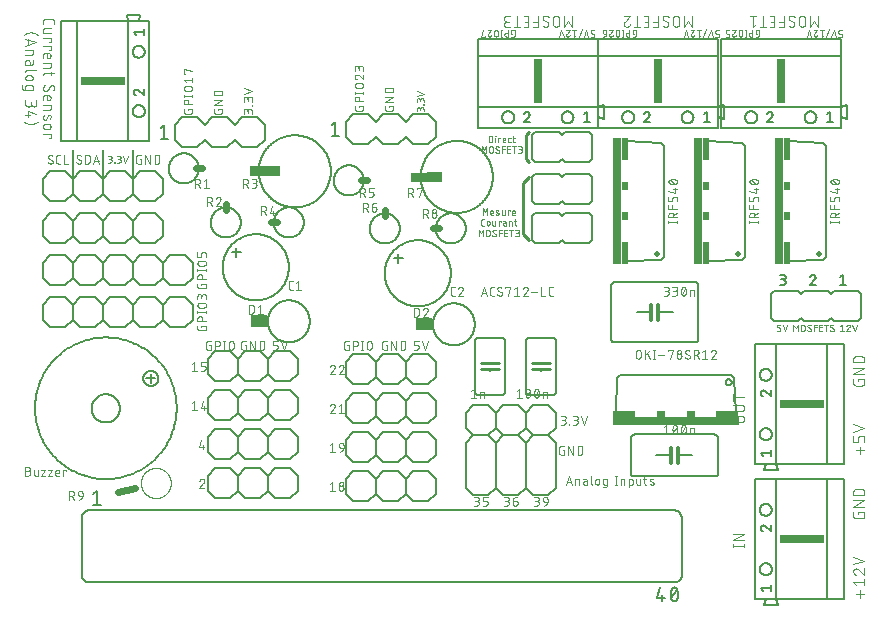
<source format=gbr>
G04 EAGLE Gerber X2 export*
%TF.Part,Single*%
%TF.FileFunction,Legend,Top,1*%
%TF.FilePolarity,Positive*%
%TF.GenerationSoftware,Autodesk,EAGLE,9.0.1*%
%TF.CreationDate,2018-07-06T12:17:37Z*%
G75*
%MOMM*%
%FSLAX34Y34*%
%LPD*%
%AMOC8*
5,1,8,0,0,1.08239X$1,22.5*%
G01*
%ADD10C,0.076200*%
%ADD11C,0.050800*%
%ADD12C,0.254000*%
%ADD13C,0.127000*%
%ADD14C,0.152400*%
%ADD15R,10.668000X0.762000*%
%ADD16R,1.905000X0.508000*%
%ADD17R,0.762000X0.508000*%
%ADD18C,0.304800*%
%ADD19R,3.810000X0.762000*%
%ADD20C,0.508000*%
%ADD21R,0.762000X10.668000*%
%ADD22R,0.508000X1.905000*%
%ADD23R,0.508000X0.762000*%
%ADD24R,0.762000X3.810000*%
%ADD25C,0.609600*%
%ADD26R,2.641600X0.812800*%
%ADD27R,1.371600X1.066800*%
%ADD28C,0.101600*%


D10*
X200279Y444881D02*
X200279Y446927D01*
X200277Y447016D01*
X200271Y447105D01*
X200261Y447194D01*
X200248Y447282D01*
X200231Y447370D01*
X200209Y447457D01*
X200184Y447542D01*
X200156Y447627D01*
X200123Y447710D01*
X200087Y447792D01*
X200048Y447872D01*
X200005Y447950D01*
X199959Y448026D01*
X199909Y448101D01*
X199856Y448173D01*
X199800Y448242D01*
X199741Y448309D01*
X199680Y448374D01*
X199615Y448435D01*
X199548Y448494D01*
X199479Y448550D01*
X199407Y448603D01*
X199332Y448653D01*
X199256Y448699D01*
X199178Y448742D01*
X199098Y448781D01*
X199016Y448817D01*
X198933Y448850D01*
X198848Y448878D01*
X198763Y448903D01*
X198676Y448925D01*
X198588Y448942D01*
X198500Y448955D01*
X198411Y448965D01*
X198322Y448971D01*
X198233Y448973D01*
X198144Y448971D01*
X198055Y448965D01*
X197966Y448955D01*
X197878Y448942D01*
X197790Y448925D01*
X197703Y448903D01*
X197618Y448878D01*
X197533Y448850D01*
X197450Y448817D01*
X197368Y448781D01*
X197288Y448742D01*
X197210Y448699D01*
X197134Y448653D01*
X197059Y448603D01*
X196987Y448550D01*
X196918Y448494D01*
X196851Y448435D01*
X196786Y448374D01*
X196725Y448309D01*
X196666Y448242D01*
X196610Y448173D01*
X196557Y448101D01*
X196507Y448026D01*
X196461Y447950D01*
X196418Y447872D01*
X196379Y447792D01*
X196343Y447710D01*
X196310Y447627D01*
X196282Y447542D01*
X196257Y447457D01*
X196235Y447370D01*
X196218Y447282D01*
X196205Y447194D01*
X196195Y447105D01*
X196189Y447016D01*
X196187Y446927D01*
X192913Y447336D02*
X192913Y444881D01*
X192913Y447336D02*
X192915Y447415D01*
X192921Y447494D01*
X192930Y447573D01*
X192943Y447651D01*
X192961Y447728D01*
X192981Y447804D01*
X193006Y447879D01*
X193034Y447953D01*
X193065Y448026D01*
X193101Y448097D01*
X193139Y448166D01*
X193181Y448233D01*
X193226Y448298D01*
X193274Y448361D01*
X193325Y448422D01*
X193379Y448479D01*
X193435Y448535D01*
X193494Y448587D01*
X193556Y448637D01*
X193620Y448683D01*
X193686Y448727D01*
X193754Y448767D01*
X193824Y448803D01*
X193896Y448837D01*
X193970Y448867D01*
X194044Y448893D01*
X194120Y448916D01*
X194197Y448934D01*
X194274Y448950D01*
X194353Y448961D01*
X194431Y448969D01*
X194510Y448973D01*
X194590Y448973D01*
X194669Y448969D01*
X194747Y448961D01*
X194826Y448950D01*
X194903Y448934D01*
X194980Y448916D01*
X195056Y448893D01*
X195130Y448867D01*
X195204Y448837D01*
X195276Y448803D01*
X195346Y448767D01*
X195414Y448727D01*
X195480Y448683D01*
X195544Y448637D01*
X195606Y448587D01*
X195665Y448535D01*
X195721Y448479D01*
X195775Y448422D01*
X195826Y448361D01*
X195874Y448298D01*
X195919Y448233D01*
X195961Y448166D01*
X195999Y448097D01*
X196035Y448026D01*
X196066Y447953D01*
X196094Y447879D01*
X196119Y447804D01*
X196139Y447728D01*
X196157Y447651D01*
X196170Y447573D01*
X196179Y447494D01*
X196185Y447415D01*
X196187Y447336D01*
X196187Y445699D01*
X199870Y451843D02*
X200279Y451843D01*
X199870Y451843D02*
X199870Y452252D01*
X200279Y452252D01*
X200279Y451843D01*
X200279Y455122D02*
X200279Y457168D01*
X200277Y457257D01*
X200271Y457346D01*
X200261Y457435D01*
X200248Y457523D01*
X200231Y457611D01*
X200209Y457698D01*
X200184Y457783D01*
X200156Y457868D01*
X200123Y457951D01*
X200087Y458033D01*
X200048Y458113D01*
X200005Y458191D01*
X199959Y458267D01*
X199909Y458342D01*
X199856Y458414D01*
X199800Y458483D01*
X199741Y458550D01*
X199680Y458615D01*
X199615Y458676D01*
X199548Y458735D01*
X199479Y458791D01*
X199407Y458844D01*
X199332Y458894D01*
X199256Y458940D01*
X199178Y458983D01*
X199098Y459022D01*
X199016Y459058D01*
X198933Y459091D01*
X198848Y459119D01*
X198763Y459144D01*
X198676Y459166D01*
X198588Y459183D01*
X198500Y459196D01*
X198411Y459206D01*
X198322Y459212D01*
X198233Y459214D01*
X198144Y459212D01*
X198055Y459206D01*
X197966Y459196D01*
X197878Y459183D01*
X197790Y459166D01*
X197703Y459144D01*
X197618Y459119D01*
X197533Y459091D01*
X197450Y459058D01*
X197368Y459022D01*
X197288Y458983D01*
X197210Y458940D01*
X197134Y458894D01*
X197059Y458844D01*
X196987Y458791D01*
X196918Y458735D01*
X196851Y458676D01*
X196786Y458615D01*
X196725Y458550D01*
X196666Y458483D01*
X196610Y458414D01*
X196557Y458342D01*
X196507Y458267D01*
X196461Y458191D01*
X196418Y458113D01*
X196379Y458033D01*
X196343Y457951D01*
X196310Y457868D01*
X196282Y457783D01*
X196257Y457698D01*
X196235Y457611D01*
X196218Y457523D01*
X196205Y457435D01*
X196195Y457346D01*
X196189Y457257D01*
X196187Y457168D01*
X192913Y457578D02*
X192913Y455122D01*
X192913Y457578D02*
X192915Y457657D01*
X192921Y457736D01*
X192930Y457815D01*
X192943Y457893D01*
X192961Y457970D01*
X192981Y458046D01*
X193006Y458121D01*
X193034Y458195D01*
X193065Y458268D01*
X193101Y458339D01*
X193139Y458408D01*
X193181Y458475D01*
X193226Y458540D01*
X193274Y458603D01*
X193325Y458664D01*
X193379Y458721D01*
X193435Y458777D01*
X193494Y458829D01*
X193556Y458879D01*
X193620Y458925D01*
X193686Y458969D01*
X193754Y459009D01*
X193824Y459045D01*
X193896Y459079D01*
X193970Y459109D01*
X194044Y459135D01*
X194120Y459158D01*
X194197Y459176D01*
X194274Y459192D01*
X194353Y459203D01*
X194431Y459211D01*
X194510Y459215D01*
X194590Y459215D01*
X194669Y459211D01*
X194747Y459203D01*
X194826Y459192D01*
X194903Y459176D01*
X194980Y459158D01*
X195056Y459135D01*
X195130Y459109D01*
X195204Y459079D01*
X195276Y459045D01*
X195346Y459009D01*
X195414Y458969D01*
X195480Y458925D01*
X195544Y458879D01*
X195606Y458829D01*
X195665Y458777D01*
X195721Y458721D01*
X195775Y458664D01*
X195826Y458603D01*
X195874Y458540D01*
X195919Y458475D01*
X195961Y458408D01*
X195999Y458339D01*
X196035Y458268D01*
X196066Y458195D01*
X196094Y458121D01*
X196119Y458046D01*
X196139Y457970D01*
X196157Y457893D01*
X196170Y457815D01*
X196179Y457736D01*
X196185Y457657D01*
X196187Y457578D01*
X196187Y455941D01*
X192913Y462028D02*
X200279Y464484D01*
X192913Y466939D01*
D11*
X345186Y448846D02*
X345186Y447294D01*
X345186Y448846D02*
X345184Y448923D01*
X345178Y449001D01*
X345169Y449077D01*
X345155Y449154D01*
X345138Y449229D01*
X345117Y449303D01*
X345092Y449377D01*
X345064Y449449D01*
X345032Y449519D01*
X344997Y449588D01*
X344958Y449655D01*
X344916Y449720D01*
X344871Y449783D01*
X344823Y449844D01*
X344772Y449902D01*
X344718Y449957D01*
X344661Y450010D01*
X344602Y450059D01*
X344540Y450106D01*
X344476Y450150D01*
X344410Y450190D01*
X344342Y450227D01*
X344272Y450261D01*
X344201Y450291D01*
X344128Y450317D01*
X344054Y450340D01*
X343979Y450359D01*
X343904Y450374D01*
X343827Y450386D01*
X343750Y450394D01*
X343673Y450398D01*
X343595Y450398D01*
X343518Y450394D01*
X343441Y450386D01*
X343364Y450374D01*
X343289Y450359D01*
X343214Y450340D01*
X343140Y450317D01*
X343067Y450291D01*
X342996Y450261D01*
X342926Y450227D01*
X342858Y450190D01*
X342792Y450150D01*
X342728Y450106D01*
X342666Y450059D01*
X342607Y450010D01*
X342550Y449957D01*
X342496Y449902D01*
X342445Y449844D01*
X342397Y449783D01*
X342352Y449720D01*
X342310Y449655D01*
X342271Y449588D01*
X342236Y449519D01*
X342204Y449449D01*
X342176Y449377D01*
X342151Y449303D01*
X342130Y449229D01*
X342113Y449154D01*
X342099Y449077D01*
X342090Y449001D01*
X342084Y448923D01*
X342082Y448846D01*
X339598Y449157D02*
X339598Y447294D01*
X339598Y449157D02*
X339600Y449227D01*
X339606Y449296D01*
X339616Y449365D01*
X339629Y449433D01*
X339647Y449501D01*
X339668Y449567D01*
X339693Y449632D01*
X339721Y449696D01*
X339753Y449758D01*
X339788Y449818D01*
X339827Y449876D01*
X339869Y449931D01*
X339914Y449985D01*
X339962Y450035D01*
X340012Y450083D01*
X340066Y450128D01*
X340121Y450170D01*
X340179Y450209D01*
X340239Y450244D01*
X340301Y450276D01*
X340365Y450304D01*
X340430Y450329D01*
X340496Y450350D01*
X340564Y450368D01*
X340632Y450381D01*
X340701Y450391D01*
X340770Y450397D01*
X340840Y450399D01*
X340910Y450397D01*
X340979Y450391D01*
X341048Y450381D01*
X341116Y450368D01*
X341184Y450350D01*
X341250Y450329D01*
X341315Y450304D01*
X341379Y450276D01*
X341441Y450244D01*
X341501Y450209D01*
X341559Y450170D01*
X341614Y450128D01*
X341668Y450083D01*
X341718Y450035D01*
X341766Y449985D01*
X341811Y449931D01*
X341853Y449876D01*
X341892Y449818D01*
X341927Y449758D01*
X341959Y449696D01*
X341987Y449632D01*
X342012Y449567D01*
X342033Y449501D01*
X342051Y449433D01*
X342064Y449365D01*
X342074Y449296D01*
X342080Y449227D01*
X342082Y449157D01*
X342082Y447915D01*
X344876Y452531D02*
X345186Y452531D01*
X344876Y452531D02*
X344876Y452842D01*
X345186Y452842D01*
X345186Y452531D01*
X345186Y454975D02*
X345186Y456527D01*
X345184Y456604D01*
X345178Y456682D01*
X345169Y456758D01*
X345155Y456835D01*
X345138Y456910D01*
X345117Y456984D01*
X345092Y457058D01*
X345064Y457130D01*
X345032Y457200D01*
X344997Y457269D01*
X344958Y457336D01*
X344916Y457401D01*
X344871Y457464D01*
X344823Y457525D01*
X344772Y457583D01*
X344718Y457638D01*
X344661Y457691D01*
X344602Y457740D01*
X344540Y457787D01*
X344476Y457831D01*
X344410Y457871D01*
X344342Y457908D01*
X344272Y457942D01*
X344201Y457972D01*
X344128Y457998D01*
X344054Y458021D01*
X343979Y458040D01*
X343904Y458055D01*
X343827Y458067D01*
X343750Y458075D01*
X343673Y458079D01*
X343595Y458079D01*
X343518Y458075D01*
X343441Y458067D01*
X343364Y458055D01*
X343289Y458040D01*
X343214Y458021D01*
X343140Y457998D01*
X343067Y457972D01*
X342996Y457942D01*
X342926Y457908D01*
X342858Y457871D01*
X342792Y457831D01*
X342728Y457787D01*
X342666Y457740D01*
X342607Y457691D01*
X342550Y457638D01*
X342496Y457583D01*
X342445Y457525D01*
X342397Y457464D01*
X342352Y457401D01*
X342310Y457336D01*
X342271Y457269D01*
X342236Y457200D01*
X342204Y457130D01*
X342176Y457058D01*
X342151Y456984D01*
X342130Y456910D01*
X342113Y456835D01*
X342099Y456758D01*
X342090Y456682D01*
X342084Y456604D01*
X342082Y456527D01*
X339598Y456838D02*
X339598Y454975D01*
X339598Y456838D02*
X339600Y456908D01*
X339606Y456977D01*
X339616Y457046D01*
X339629Y457114D01*
X339647Y457182D01*
X339668Y457248D01*
X339693Y457313D01*
X339721Y457377D01*
X339753Y457439D01*
X339788Y457499D01*
X339827Y457557D01*
X339869Y457612D01*
X339914Y457666D01*
X339962Y457716D01*
X340012Y457764D01*
X340066Y457809D01*
X340121Y457851D01*
X340179Y457890D01*
X340239Y457925D01*
X340301Y457957D01*
X340365Y457985D01*
X340430Y458010D01*
X340496Y458031D01*
X340564Y458049D01*
X340632Y458062D01*
X340701Y458072D01*
X340770Y458078D01*
X340840Y458080D01*
X340910Y458078D01*
X340979Y458072D01*
X341048Y458062D01*
X341116Y458049D01*
X341184Y458031D01*
X341250Y458010D01*
X341315Y457985D01*
X341379Y457957D01*
X341441Y457925D01*
X341501Y457890D01*
X341559Y457851D01*
X341614Y457809D01*
X341668Y457764D01*
X341718Y457716D01*
X341766Y457666D01*
X341811Y457612D01*
X341853Y457557D01*
X341892Y457499D01*
X341927Y457439D01*
X341959Y457377D01*
X341987Y457313D01*
X342012Y457248D01*
X342033Y457182D01*
X342051Y457114D01*
X342064Y457046D01*
X342074Y456977D01*
X342080Y456908D01*
X342082Y456838D01*
X342082Y455596D01*
X339598Y460151D02*
X345186Y462013D01*
X339598Y463876D01*
D10*
X170787Y448973D02*
X170787Y447746D01*
X170787Y448973D02*
X174879Y448973D01*
X174879Y446518D01*
X174877Y446440D01*
X174872Y446362D01*
X174862Y446285D01*
X174849Y446208D01*
X174833Y446132D01*
X174813Y446057D01*
X174789Y445983D01*
X174762Y445910D01*
X174731Y445838D01*
X174697Y445768D01*
X174660Y445700D01*
X174619Y445633D01*
X174575Y445568D01*
X174529Y445506D01*
X174479Y445446D01*
X174427Y445388D01*
X174372Y445333D01*
X174314Y445281D01*
X174254Y445231D01*
X174192Y445185D01*
X174127Y445141D01*
X174061Y445100D01*
X173992Y445063D01*
X173922Y445029D01*
X173850Y444998D01*
X173777Y444971D01*
X173703Y444947D01*
X173628Y444927D01*
X173552Y444911D01*
X173475Y444898D01*
X173398Y444888D01*
X173320Y444883D01*
X173242Y444881D01*
X169150Y444881D01*
X169070Y444883D01*
X168990Y444889D01*
X168910Y444899D01*
X168831Y444912D01*
X168752Y444930D01*
X168675Y444951D01*
X168599Y444977D01*
X168524Y445006D01*
X168450Y445038D01*
X168378Y445074D01*
X168308Y445114D01*
X168241Y445157D01*
X168175Y445203D01*
X168112Y445253D01*
X168051Y445305D01*
X167992Y445360D01*
X167937Y445419D01*
X167885Y445479D01*
X167835Y445543D01*
X167789Y445608D01*
X167746Y445676D01*
X167706Y445746D01*
X167670Y445818D01*
X167638Y445892D01*
X167609Y445966D01*
X167584Y446043D01*
X167562Y446120D01*
X167544Y446199D01*
X167531Y446278D01*
X167521Y446357D01*
X167515Y446438D01*
X167513Y446518D01*
X167513Y448973D01*
X167513Y452684D02*
X174879Y452684D01*
X174879Y456776D02*
X167513Y452684D01*
X167513Y456776D02*
X174879Y456776D01*
X174879Y460487D02*
X167513Y460487D01*
X167513Y462533D01*
X167515Y462622D01*
X167521Y462711D01*
X167531Y462800D01*
X167544Y462888D01*
X167561Y462976D01*
X167583Y463063D01*
X167608Y463148D01*
X167636Y463233D01*
X167669Y463316D01*
X167705Y463398D01*
X167744Y463478D01*
X167787Y463556D01*
X167833Y463632D01*
X167883Y463707D01*
X167936Y463779D01*
X167992Y463848D01*
X168051Y463915D01*
X168112Y463980D01*
X168177Y464041D01*
X168244Y464100D01*
X168313Y464156D01*
X168385Y464209D01*
X168460Y464259D01*
X168536Y464305D01*
X168614Y464348D01*
X168694Y464387D01*
X168776Y464423D01*
X168859Y464456D01*
X168944Y464484D01*
X169029Y464509D01*
X169116Y464531D01*
X169204Y464548D01*
X169292Y464561D01*
X169381Y464571D01*
X169470Y464577D01*
X169559Y464579D01*
X172833Y464579D01*
X172922Y464577D01*
X173011Y464571D01*
X173100Y464561D01*
X173188Y464548D01*
X173276Y464531D01*
X173363Y464509D01*
X173448Y464484D01*
X173533Y464456D01*
X173616Y464423D01*
X173698Y464387D01*
X173778Y464348D01*
X173856Y464305D01*
X173932Y464259D01*
X174007Y464209D01*
X174079Y464156D01*
X174148Y464100D01*
X174215Y464041D01*
X174280Y463980D01*
X174341Y463915D01*
X174400Y463848D01*
X174456Y463779D01*
X174509Y463707D01*
X174559Y463632D01*
X174605Y463556D01*
X174648Y463478D01*
X174687Y463398D01*
X174723Y463316D01*
X174756Y463233D01*
X174784Y463148D01*
X174809Y463063D01*
X174831Y462976D01*
X174848Y462888D01*
X174861Y462800D01*
X174871Y462711D01*
X174877Y462622D01*
X174879Y462533D01*
X174879Y460487D01*
X145387Y448973D02*
X145387Y447746D01*
X145387Y448973D02*
X149479Y448973D01*
X149479Y446518D01*
X149477Y446440D01*
X149472Y446362D01*
X149462Y446285D01*
X149449Y446208D01*
X149433Y446132D01*
X149413Y446057D01*
X149389Y445983D01*
X149362Y445910D01*
X149331Y445838D01*
X149297Y445768D01*
X149260Y445700D01*
X149219Y445633D01*
X149175Y445568D01*
X149129Y445506D01*
X149079Y445446D01*
X149027Y445388D01*
X148972Y445333D01*
X148914Y445281D01*
X148854Y445231D01*
X148792Y445185D01*
X148727Y445141D01*
X148661Y445100D01*
X148592Y445063D01*
X148522Y445029D01*
X148450Y444998D01*
X148377Y444971D01*
X148303Y444947D01*
X148228Y444927D01*
X148152Y444911D01*
X148075Y444898D01*
X147998Y444888D01*
X147920Y444883D01*
X147842Y444881D01*
X143750Y444881D01*
X143670Y444883D01*
X143590Y444889D01*
X143510Y444899D01*
X143431Y444912D01*
X143352Y444930D01*
X143275Y444951D01*
X143199Y444977D01*
X143124Y445006D01*
X143050Y445038D01*
X142978Y445074D01*
X142908Y445114D01*
X142841Y445157D01*
X142775Y445203D01*
X142712Y445253D01*
X142651Y445305D01*
X142592Y445360D01*
X142537Y445419D01*
X142485Y445479D01*
X142435Y445543D01*
X142389Y445608D01*
X142346Y445676D01*
X142306Y445746D01*
X142270Y445818D01*
X142238Y445892D01*
X142209Y445966D01*
X142184Y446043D01*
X142162Y446120D01*
X142144Y446199D01*
X142131Y446278D01*
X142121Y446357D01*
X142115Y446438D01*
X142113Y446518D01*
X142113Y448973D01*
X142113Y452802D02*
X149479Y452802D01*
X142113Y452802D02*
X142113Y454848D01*
X142115Y454937D01*
X142121Y455026D01*
X142131Y455115D01*
X142144Y455203D01*
X142161Y455291D01*
X142183Y455378D01*
X142208Y455463D01*
X142236Y455548D01*
X142269Y455631D01*
X142305Y455713D01*
X142344Y455793D01*
X142387Y455871D01*
X142433Y455947D01*
X142483Y456022D01*
X142536Y456094D01*
X142592Y456163D01*
X142651Y456230D01*
X142712Y456295D01*
X142777Y456356D01*
X142844Y456415D01*
X142913Y456471D01*
X142985Y456524D01*
X143060Y456574D01*
X143136Y456620D01*
X143214Y456663D01*
X143294Y456702D01*
X143376Y456738D01*
X143459Y456771D01*
X143544Y456799D01*
X143629Y456824D01*
X143716Y456846D01*
X143804Y456863D01*
X143892Y456876D01*
X143981Y456886D01*
X144070Y456892D01*
X144159Y456894D01*
X144248Y456892D01*
X144337Y456886D01*
X144426Y456876D01*
X144514Y456863D01*
X144602Y456846D01*
X144689Y456824D01*
X144774Y456799D01*
X144859Y456771D01*
X144942Y456738D01*
X145024Y456702D01*
X145104Y456663D01*
X145182Y456620D01*
X145258Y456574D01*
X145333Y456524D01*
X145405Y456471D01*
X145474Y456415D01*
X145541Y456356D01*
X145606Y456295D01*
X145667Y456230D01*
X145726Y456163D01*
X145782Y456094D01*
X145835Y456022D01*
X145885Y455947D01*
X145931Y455871D01*
X145974Y455793D01*
X146013Y455713D01*
X146049Y455631D01*
X146082Y455548D01*
X146110Y455463D01*
X146135Y455378D01*
X146157Y455291D01*
X146174Y455203D01*
X146187Y455115D01*
X146197Y455026D01*
X146203Y454937D01*
X146205Y454848D01*
X146205Y452802D01*
X149479Y460338D02*
X142113Y460338D01*
X149479Y459520D02*
X149479Y461157D01*
X142113Y461157D02*
X142113Y459520D01*
X144159Y464144D02*
X147433Y464144D01*
X144159Y464144D02*
X144070Y464146D01*
X143981Y464152D01*
X143892Y464162D01*
X143804Y464175D01*
X143716Y464192D01*
X143629Y464214D01*
X143544Y464239D01*
X143459Y464267D01*
X143376Y464300D01*
X143294Y464336D01*
X143214Y464375D01*
X143136Y464418D01*
X143060Y464464D01*
X142985Y464514D01*
X142913Y464567D01*
X142844Y464623D01*
X142777Y464682D01*
X142712Y464743D01*
X142651Y464808D01*
X142592Y464875D01*
X142536Y464944D01*
X142483Y465016D01*
X142433Y465091D01*
X142387Y465167D01*
X142344Y465245D01*
X142305Y465325D01*
X142269Y465407D01*
X142236Y465490D01*
X142208Y465575D01*
X142183Y465660D01*
X142161Y465747D01*
X142144Y465835D01*
X142131Y465923D01*
X142121Y466012D01*
X142115Y466101D01*
X142113Y466190D01*
X142115Y466279D01*
X142121Y466368D01*
X142131Y466457D01*
X142144Y466545D01*
X142161Y466633D01*
X142183Y466720D01*
X142208Y466805D01*
X142236Y466890D01*
X142269Y466973D01*
X142305Y467055D01*
X142344Y467135D01*
X142387Y467213D01*
X142433Y467289D01*
X142483Y467364D01*
X142536Y467436D01*
X142592Y467505D01*
X142651Y467572D01*
X142712Y467637D01*
X142777Y467698D01*
X142844Y467757D01*
X142913Y467813D01*
X142985Y467866D01*
X143060Y467916D01*
X143136Y467962D01*
X143214Y468005D01*
X143294Y468044D01*
X143376Y468080D01*
X143459Y468113D01*
X143544Y468141D01*
X143629Y468166D01*
X143716Y468188D01*
X143804Y468205D01*
X143892Y468218D01*
X143981Y468228D01*
X144070Y468234D01*
X144159Y468236D01*
X144159Y468237D02*
X147433Y468237D01*
X147433Y468236D02*
X147522Y468234D01*
X147611Y468228D01*
X147700Y468218D01*
X147788Y468205D01*
X147876Y468188D01*
X147963Y468166D01*
X148048Y468141D01*
X148133Y468113D01*
X148216Y468080D01*
X148298Y468044D01*
X148378Y468005D01*
X148456Y467962D01*
X148532Y467916D01*
X148607Y467866D01*
X148679Y467813D01*
X148748Y467757D01*
X148815Y467698D01*
X148880Y467637D01*
X148941Y467572D01*
X149000Y467505D01*
X149056Y467436D01*
X149109Y467364D01*
X149159Y467289D01*
X149205Y467213D01*
X149248Y467135D01*
X149287Y467055D01*
X149323Y466973D01*
X149356Y466890D01*
X149384Y466805D01*
X149409Y466720D01*
X149431Y466633D01*
X149448Y466545D01*
X149461Y466457D01*
X149471Y466368D01*
X149477Y466279D01*
X149479Y466190D01*
X149477Y466101D01*
X149471Y466012D01*
X149461Y465923D01*
X149448Y465835D01*
X149431Y465747D01*
X149409Y465660D01*
X149384Y465575D01*
X149356Y465490D01*
X149323Y465407D01*
X149287Y465325D01*
X149248Y465245D01*
X149205Y465167D01*
X149159Y465091D01*
X149109Y465016D01*
X149056Y464944D01*
X149000Y464875D01*
X148941Y464808D01*
X148880Y464743D01*
X148815Y464682D01*
X148748Y464623D01*
X148679Y464567D01*
X148607Y464514D01*
X148532Y464464D01*
X148456Y464418D01*
X148378Y464375D01*
X148298Y464336D01*
X148216Y464300D01*
X148133Y464267D01*
X148048Y464239D01*
X147963Y464214D01*
X147876Y464192D01*
X147788Y464175D01*
X147700Y464162D01*
X147611Y464152D01*
X147522Y464146D01*
X147433Y464144D01*
X143750Y471460D02*
X142113Y473506D01*
X149479Y473506D01*
X149479Y471460D02*
X149479Y475552D01*
X142931Y478775D02*
X142113Y478775D01*
X142113Y482867D01*
X149479Y480821D01*
X315567Y451513D02*
X315567Y450286D01*
X315567Y451513D02*
X319659Y451513D01*
X319659Y449058D01*
X319657Y448980D01*
X319652Y448902D01*
X319642Y448825D01*
X319629Y448748D01*
X319613Y448672D01*
X319593Y448597D01*
X319569Y448523D01*
X319542Y448450D01*
X319511Y448378D01*
X319477Y448308D01*
X319440Y448240D01*
X319399Y448173D01*
X319355Y448108D01*
X319309Y448046D01*
X319259Y447986D01*
X319207Y447928D01*
X319152Y447873D01*
X319094Y447821D01*
X319034Y447771D01*
X318972Y447725D01*
X318907Y447681D01*
X318841Y447640D01*
X318772Y447603D01*
X318702Y447569D01*
X318630Y447538D01*
X318557Y447511D01*
X318483Y447487D01*
X318408Y447467D01*
X318332Y447451D01*
X318255Y447438D01*
X318178Y447428D01*
X318100Y447423D01*
X318022Y447421D01*
X313930Y447421D01*
X313850Y447423D01*
X313770Y447429D01*
X313690Y447439D01*
X313611Y447452D01*
X313532Y447470D01*
X313455Y447491D01*
X313379Y447517D01*
X313304Y447546D01*
X313230Y447578D01*
X313158Y447614D01*
X313088Y447654D01*
X313021Y447697D01*
X312955Y447743D01*
X312892Y447793D01*
X312831Y447845D01*
X312772Y447900D01*
X312717Y447959D01*
X312665Y448019D01*
X312615Y448083D01*
X312569Y448148D01*
X312526Y448216D01*
X312486Y448286D01*
X312450Y448358D01*
X312418Y448432D01*
X312389Y448506D01*
X312364Y448583D01*
X312342Y448660D01*
X312324Y448739D01*
X312311Y448818D01*
X312301Y448897D01*
X312295Y448978D01*
X312293Y449058D01*
X312293Y451513D01*
X312293Y455224D02*
X319659Y455224D01*
X319659Y459316D02*
X312293Y455224D01*
X312293Y459316D02*
X319659Y459316D01*
X319659Y463027D02*
X312293Y463027D01*
X312293Y465073D01*
X312295Y465162D01*
X312301Y465251D01*
X312311Y465340D01*
X312324Y465428D01*
X312341Y465516D01*
X312363Y465603D01*
X312388Y465688D01*
X312416Y465773D01*
X312449Y465856D01*
X312485Y465938D01*
X312524Y466018D01*
X312567Y466096D01*
X312613Y466172D01*
X312663Y466247D01*
X312716Y466319D01*
X312772Y466388D01*
X312831Y466455D01*
X312892Y466520D01*
X312957Y466581D01*
X313024Y466640D01*
X313093Y466696D01*
X313165Y466749D01*
X313240Y466799D01*
X313316Y466845D01*
X313394Y466888D01*
X313474Y466927D01*
X313556Y466963D01*
X313639Y466996D01*
X313724Y467024D01*
X313809Y467049D01*
X313896Y467071D01*
X313984Y467088D01*
X314072Y467101D01*
X314161Y467111D01*
X314250Y467117D01*
X314339Y467119D01*
X317613Y467119D01*
X317702Y467117D01*
X317791Y467111D01*
X317880Y467101D01*
X317968Y467088D01*
X318056Y467071D01*
X318143Y467049D01*
X318228Y467024D01*
X318313Y466996D01*
X318396Y466963D01*
X318478Y466927D01*
X318558Y466888D01*
X318636Y466845D01*
X318712Y466799D01*
X318787Y466749D01*
X318859Y466696D01*
X318928Y466640D01*
X318995Y466581D01*
X319060Y466520D01*
X319121Y466455D01*
X319180Y466388D01*
X319236Y466319D01*
X319289Y466247D01*
X319339Y466172D01*
X319385Y466096D01*
X319428Y466018D01*
X319467Y465938D01*
X319503Y465856D01*
X319536Y465773D01*
X319564Y465688D01*
X319589Y465603D01*
X319611Y465516D01*
X319628Y465428D01*
X319641Y465340D01*
X319651Y465251D01*
X319657Y465162D01*
X319659Y465073D01*
X319659Y463027D01*
X290167Y451513D02*
X290167Y450286D01*
X290167Y451513D02*
X294259Y451513D01*
X294259Y449058D01*
X294257Y448980D01*
X294252Y448902D01*
X294242Y448825D01*
X294229Y448748D01*
X294213Y448672D01*
X294193Y448597D01*
X294169Y448523D01*
X294142Y448450D01*
X294111Y448378D01*
X294077Y448308D01*
X294040Y448240D01*
X293999Y448173D01*
X293955Y448108D01*
X293909Y448046D01*
X293859Y447986D01*
X293807Y447928D01*
X293752Y447873D01*
X293694Y447821D01*
X293634Y447771D01*
X293572Y447725D01*
X293507Y447681D01*
X293441Y447640D01*
X293372Y447603D01*
X293302Y447569D01*
X293230Y447538D01*
X293157Y447511D01*
X293083Y447487D01*
X293008Y447467D01*
X292932Y447451D01*
X292855Y447438D01*
X292778Y447428D01*
X292700Y447423D01*
X292622Y447421D01*
X288530Y447421D01*
X288450Y447423D01*
X288370Y447429D01*
X288290Y447439D01*
X288211Y447452D01*
X288132Y447470D01*
X288055Y447491D01*
X287979Y447517D01*
X287904Y447546D01*
X287830Y447578D01*
X287758Y447614D01*
X287688Y447654D01*
X287621Y447697D01*
X287555Y447743D01*
X287492Y447793D01*
X287431Y447845D01*
X287372Y447900D01*
X287317Y447959D01*
X287265Y448019D01*
X287215Y448083D01*
X287169Y448148D01*
X287126Y448216D01*
X287086Y448286D01*
X287050Y448358D01*
X287018Y448432D01*
X286989Y448506D01*
X286964Y448583D01*
X286942Y448660D01*
X286924Y448739D01*
X286911Y448818D01*
X286901Y448897D01*
X286895Y448978D01*
X286893Y449058D01*
X286893Y451513D01*
X286893Y455342D02*
X294259Y455342D01*
X286893Y455342D02*
X286893Y457388D01*
X286895Y457477D01*
X286901Y457566D01*
X286911Y457655D01*
X286924Y457743D01*
X286941Y457831D01*
X286963Y457918D01*
X286988Y458003D01*
X287016Y458088D01*
X287049Y458171D01*
X287085Y458253D01*
X287124Y458333D01*
X287167Y458411D01*
X287213Y458487D01*
X287263Y458562D01*
X287316Y458634D01*
X287372Y458703D01*
X287431Y458770D01*
X287492Y458835D01*
X287557Y458896D01*
X287624Y458955D01*
X287693Y459011D01*
X287765Y459064D01*
X287840Y459114D01*
X287916Y459160D01*
X287994Y459203D01*
X288074Y459242D01*
X288156Y459278D01*
X288239Y459311D01*
X288324Y459339D01*
X288409Y459364D01*
X288496Y459386D01*
X288584Y459403D01*
X288672Y459416D01*
X288761Y459426D01*
X288850Y459432D01*
X288939Y459434D01*
X289028Y459432D01*
X289117Y459426D01*
X289206Y459416D01*
X289294Y459403D01*
X289382Y459386D01*
X289469Y459364D01*
X289554Y459339D01*
X289639Y459311D01*
X289722Y459278D01*
X289804Y459242D01*
X289884Y459203D01*
X289962Y459160D01*
X290038Y459114D01*
X290113Y459064D01*
X290185Y459011D01*
X290254Y458955D01*
X290321Y458896D01*
X290386Y458835D01*
X290447Y458770D01*
X290506Y458703D01*
X290562Y458634D01*
X290615Y458562D01*
X290665Y458487D01*
X290711Y458411D01*
X290754Y458333D01*
X290793Y458253D01*
X290829Y458171D01*
X290862Y458088D01*
X290890Y458003D01*
X290915Y457918D01*
X290937Y457831D01*
X290954Y457743D01*
X290967Y457655D01*
X290977Y457566D01*
X290983Y457477D01*
X290985Y457388D01*
X290985Y455342D01*
X294259Y462878D02*
X286893Y462878D01*
X294259Y462060D02*
X294259Y463697D01*
X286893Y463697D02*
X286893Y462060D01*
X288939Y466684D02*
X292213Y466684D01*
X288939Y466684D02*
X288850Y466686D01*
X288761Y466692D01*
X288672Y466702D01*
X288584Y466715D01*
X288496Y466732D01*
X288409Y466754D01*
X288324Y466779D01*
X288239Y466807D01*
X288156Y466840D01*
X288074Y466876D01*
X287994Y466915D01*
X287916Y466958D01*
X287840Y467004D01*
X287765Y467054D01*
X287693Y467107D01*
X287624Y467163D01*
X287557Y467222D01*
X287492Y467283D01*
X287431Y467348D01*
X287372Y467415D01*
X287316Y467484D01*
X287263Y467556D01*
X287213Y467631D01*
X287167Y467707D01*
X287124Y467785D01*
X287085Y467865D01*
X287049Y467947D01*
X287016Y468030D01*
X286988Y468115D01*
X286963Y468200D01*
X286941Y468287D01*
X286924Y468375D01*
X286911Y468463D01*
X286901Y468552D01*
X286895Y468641D01*
X286893Y468730D01*
X286895Y468819D01*
X286901Y468908D01*
X286911Y468997D01*
X286924Y469085D01*
X286941Y469173D01*
X286963Y469260D01*
X286988Y469345D01*
X287016Y469430D01*
X287049Y469513D01*
X287085Y469595D01*
X287124Y469675D01*
X287167Y469753D01*
X287213Y469829D01*
X287263Y469904D01*
X287316Y469976D01*
X287372Y470045D01*
X287431Y470112D01*
X287492Y470177D01*
X287557Y470238D01*
X287624Y470297D01*
X287693Y470353D01*
X287765Y470406D01*
X287840Y470456D01*
X287916Y470502D01*
X287994Y470545D01*
X288074Y470584D01*
X288156Y470620D01*
X288239Y470653D01*
X288324Y470681D01*
X288409Y470706D01*
X288496Y470728D01*
X288584Y470745D01*
X288672Y470758D01*
X288761Y470768D01*
X288850Y470774D01*
X288939Y470776D01*
X288939Y470777D02*
X292213Y470777D01*
X292213Y470776D02*
X292302Y470774D01*
X292391Y470768D01*
X292480Y470758D01*
X292568Y470745D01*
X292656Y470728D01*
X292743Y470706D01*
X292828Y470681D01*
X292913Y470653D01*
X292996Y470620D01*
X293078Y470584D01*
X293158Y470545D01*
X293236Y470502D01*
X293312Y470456D01*
X293387Y470406D01*
X293459Y470353D01*
X293528Y470297D01*
X293595Y470238D01*
X293660Y470177D01*
X293721Y470112D01*
X293780Y470045D01*
X293836Y469976D01*
X293889Y469904D01*
X293939Y469829D01*
X293985Y469753D01*
X294028Y469675D01*
X294067Y469595D01*
X294103Y469513D01*
X294136Y469430D01*
X294164Y469345D01*
X294189Y469260D01*
X294211Y469173D01*
X294228Y469085D01*
X294241Y468997D01*
X294251Y468908D01*
X294257Y468819D01*
X294259Y468730D01*
X294257Y468641D01*
X294251Y468552D01*
X294241Y468463D01*
X294228Y468375D01*
X294211Y468287D01*
X294189Y468200D01*
X294164Y468115D01*
X294136Y468030D01*
X294103Y467947D01*
X294067Y467865D01*
X294028Y467785D01*
X293985Y467707D01*
X293939Y467631D01*
X293889Y467556D01*
X293836Y467484D01*
X293780Y467415D01*
X293721Y467348D01*
X293660Y467283D01*
X293595Y467222D01*
X293528Y467163D01*
X293459Y467107D01*
X293387Y467054D01*
X293312Y467004D01*
X293236Y466958D01*
X293158Y466915D01*
X293078Y466876D01*
X292996Y466840D01*
X292913Y466807D01*
X292828Y466779D01*
X292743Y466754D01*
X292656Y466732D01*
X292568Y466715D01*
X292480Y466702D01*
X292391Y466692D01*
X292302Y466686D01*
X292213Y466684D01*
X286893Y476250D02*
X286895Y476335D01*
X286901Y476420D01*
X286911Y476504D01*
X286924Y476588D01*
X286942Y476672D01*
X286963Y476754D01*
X286988Y476835D01*
X287017Y476915D01*
X287050Y476994D01*
X287086Y477071D01*
X287126Y477146D01*
X287169Y477220D01*
X287215Y477291D01*
X287265Y477360D01*
X287318Y477427D01*
X287374Y477491D01*
X287433Y477552D01*
X287494Y477611D01*
X287558Y477667D01*
X287625Y477720D01*
X287694Y477770D01*
X287765Y477816D01*
X287839Y477859D01*
X287914Y477899D01*
X287991Y477935D01*
X288070Y477968D01*
X288150Y477997D01*
X288231Y478022D01*
X288313Y478043D01*
X288397Y478061D01*
X288481Y478074D01*
X288565Y478084D01*
X288650Y478090D01*
X288735Y478092D01*
X286893Y476250D02*
X286895Y476154D01*
X286901Y476058D01*
X286911Y475963D01*
X286924Y475868D01*
X286942Y475773D01*
X286963Y475680D01*
X286988Y475587D01*
X287017Y475496D01*
X287049Y475405D01*
X287085Y475316D01*
X287125Y475229D01*
X287168Y475143D01*
X287214Y475059D01*
X287264Y474977D01*
X287318Y474897D01*
X287374Y474820D01*
X287434Y474745D01*
X287496Y474672D01*
X287562Y474602D01*
X287630Y474534D01*
X287701Y474469D01*
X287774Y474408D01*
X287850Y474349D01*
X287929Y474293D01*
X288009Y474241D01*
X288092Y474192D01*
X288176Y474146D01*
X288262Y474104D01*
X288350Y474066D01*
X288439Y474031D01*
X288530Y473999D01*
X290167Y477478D02*
X290108Y477538D01*
X290046Y477595D01*
X289982Y477650D01*
X289915Y477701D01*
X289846Y477750D01*
X289776Y477796D01*
X289703Y477839D01*
X289629Y477879D01*
X289553Y477915D01*
X289475Y477948D01*
X289396Y477978D01*
X289316Y478005D01*
X289235Y478028D01*
X289153Y478047D01*
X289071Y478063D01*
X288987Y478076D01*
X288903Y478085D01*
X288819Y478090D01*
X288735Y478092D01*
X290167Y477478D02*
X294259Y474000D01*
X294259Y478092D01*
X294259Y481315D02*
X294259Y483361D01*
X294257Y483450D01*
X294251Y483539D01*
X294241Y483628D01*
X294228Y483716D01*
X294211Y483804D01*
X294189Y483891D01*
X294164Y483976D01*
X294136Y484061D01*
X294103Y484144D01*
X294067Y484226D01*
X294028Y484306D01*
X293985Y484384D01*
X293939Y484460D01*
X293889Y484535D01*
X293836Y484607D01*
X293780Y484676D01*
X293721Y484743D01*
X293660Y484808D01*
X293595Y484869D01*
X293528Y484928D01*
X293459Y484984D01*
X293387Y485037D01*
X293312Y485087D01*
X293236Y485133D01*
X293158Y485176D01*
X293078Y485215D01*
X292996Y485251D01*
X292913Y485284D01*
X292828Y485312D01*
X292743Y485337D01*
X292656Y485359D01*
X292568Y485376D01*
X292480Y485389D01*
X292391Y485399D01*
X292302Y485405D01*
X292213Y485407D01*
X292124Y485405D01*
X292035Y485399D01*
X291946Y485389D01*
X291858Y485376D01*
X291770Y485359D01*
X291683Y485337D01*
X291598Y485312D01*
X291513Y485284D01*
X291430Y485251D01*
X291348Y485215D01*
X291268Y485176D01*
X291190Y485133D01*
X291114Y485087D01*
X291039Y485037D01*
X290967Y484984D01*
X290898Y484928D01*
X290831Y484869D01*
X290766Y484808D01*
X290705Y484743D01*
X290646Y484676D01*
X290590Y484607D01*
X290537Y484535D01*
X290487Y484460D01*
X290441Y484384D01*
X290398Y484306D01*
X290359Y484226D01*
X290323Y484144D01*
X290290Y484061D01*
X290262Y483976D01*
X290237Y483891D01*
X290215Y483804D01*
X290198Y483716D01*
X290185Y483628D01*
X290175Y483539D01*
X290169Y483450D01*
X290167Y483361D01*
X286893Y483770D02*
X286893Y481315D01*
X286893Y483770D02*
X286895Y483849D01*
X286901Y483928D01*
X286910Y484007D01*
X286923Y484085D01*
X286941Y484162D01*
X286961Y484238D01*
X286986Y484313D01*
X287014Y484387D01*
X287045Y484460D01*
X287081Y484531D01*
X287119Y484600D01*
X287161Y484667D01*
X287206Y484732D01*
X287254Y484795D01*
X287305Y484856D01*
X287359Y484913D01*
X287415Y484969D01*
X287474Y485021D01*
X287536Y485071D01*
X287600Y485117D01*
X287666Y485161D01*
X287734Y485201D01*
X287804Y485237D01*
X287876Y485271D01*
X287950Y485301D01*
X288024Y485327D01*
X288100Y485350D01*
X288177Y485368D01*
X288254Y485384D01*
X288333Y485395D01*
X288411Y485403D01*
X288490Y485407D01*
X288570Y485407D01*
X288649Y485403D01*
X288727Y485395D01*
X288806Y485384D01*
X288883Y485368D01*
X288960Y485350D01*
X289036Y485327D01*
X289110Y485301D01*
X289184Y485271D01*
X289256Y485237D01*
X289326Y485201D01*
X289394Y485161D01*
X289460Y485117D01*
X289524Y485071D01*
X289586Y485021D01*
X289645Y484969D01*
X289701Y484913D01*
X289755Y484856D01*
X289806Y484795D01*
X289854Y484732D01*
X289899Y484667D01*
X289941Y484600D01*
X289979Y484531D01*
X290015Y484460D01*
X290046Y484387D01*
X290074Y484313D01*
X290099Y484238D01*
X290119Y484162D01*
X290137Y484085D01*
X290150Y484007D01*
X290159Y483928D01*
X290165Y483849D01*
X290167Y483770D01*
X290167Y482133D01*
X23241Y520980D02*
X23241Y523068D01*
X23243Y523157D01*
X23249Y523245D01*
X23258Y523333D01*
X23271Y523421D01*
X23288Y523508D01*
X23308Y523594D01*
X23333Y523679D01*
X23360Y523764D01*
X23392Y523847D01*
X23426Y523928D01*
X23465Y524008D01*
X23506Y524086D01*
X23551Y524163D01*
X23599Y524237D01*
X23650Y524310D01*
X23704Y524380D01*
X23762Y524447D01*
X23822Y524513D01*
X23884Y524575D01*
X23950Y524635D01*
X24017Y524693D01*
X24087Y524747D01*
X24160Y524798D01*
X24234Y524846D01*
X24311Y524891D01*
X24389Y524932D01*
X24469Y524971D01*
X24550Y525005D01*
X24633Y525037D01*
X24718Y525064D01*
X24803Y525089D01*
X24889Y525109D01*
X24976Y525126D01*
X25064Y525139D01*
X25152Y525148D01*
X25240Y525154D01*
X25329Y525156D01*
X25329Y525157D02*
X30551Y525157D01*
X30551Y525156D02*
X30642Y525154D01*
X30733Y525148D01*
X30824Y525138D01*
X30914Y525124D01*
X31003Y525107D01*
X31091Y525085D01*
X31179Y525059D01*
X31265Y525030D01*
X31350Y524997D01*
X31433Y524960D01*
X31515Y524920D01*
X31595Y524876D01*
X31673Y524829D01*
X31749Y524778D01*
X31822Y524725D01*
X31893Y524668D01*
X31962Y524607D01*
X32027Y524544D01*
X32090Y524479D01*
X32150Y524410D01*
X32208Y524339D01*
X32261Y524266D01*
X32312Y524190D01*
X32359Y524112D01*
X32403Y524032D01*
X32443Y523950D01*
X32480Y523867D01*
X32513Y523782D01*
X32542Y523696D01*
X32568Y523608D01*
X32590Y523520D01*
X32607Y523431D01*
X32621Y523341D01*
X32631Y523250D01*
X32637Y523159D01*
X32639Y523068D01*
X32639Y520980D01*
X29506Y517294D02*
X24807Y517294D01*
X24807Y517293D02*
X24730Y517291D01*
X24654Y517285D01*
X24577Y517276D01*
X24501Y517263D01*
X24426Y517246D01*
X24352Y517226D01*
X24279Y517201D01*
X24208Y517174D01*
X24137Y517143D01*
X24069Y517108D01*
X24002Y517070D01*
X23937Y517029D01*
X23874Y516985D01*
X23814Y516938D01*
X23755Y516887D01*
X23700Y516834D01*
X23647Y516779D01*
X23596Y516720D01*
X23549Y516660D01*
X23505Y516597D01*
X23464Y516532D01*
X23426Y516465D01*
X23391Y516397D01*
X23360Y516326D01*
X23333Y516255D01*
X23308Y516182D01*
X23288Y516108D01*
X23271Y516033D01*
X23258Y515957D01*
X23249Y515880D01*
X23243Y515804D01*
X23241Y515727D01*
X23241Y513117D01*
X29506Y513117D01*
X29506Y508708D02*
X23241Y508708D01*
X29506Y508708D02*
X29506Y505575D01*
X28462Y505575D01*
X29506Y502307D02*
X23241Y502307D01*
X29506Y502307D02*
X29506Y499174D01*
X28462Y499174D01*
X23241Y494696D02*
X23241Y492086D01*
X23241Y494696D02*
X23243Y494773D01*
X23249Y494849D01*
X23258Y494926D01*
X23271Y495002D01*
X23288Y495077D01*
X23308Y495151D01*
X23333Y495224D01*
X23360Y495295D01*
X23391Y495366D01*
X23426Y495434D01*
X23464Y495501D01*
X23505Y495566D01*
X23549Y495629D01*
X23596Y495689D01*
X23647Y495748D01*
X23700Y495803D01*
X23755Y495856D01*
X23814Y495907D01*
X23874Y495954D01*
X23937Y495998D01*
X24002Y496039D01*
X24069Y496077D01*
X24137Y496112D01*
X24208Y496143D01*
X24279Y496170D01*
X24352Y496195D01*
X24426Y496215D01*
X24501Y496232D01*
X24577Y496245D01*
X24654Y496254D01*
X24730Y496260D01*
X24807Y496262D01*
X27418Y496262D01*
X27508Y496260D01*
X27597Y496254D01*
X27687Y496245D01*
X27776Y496231D01*
X27864Y496214D01*
X27951Y496193D01*
X28038Y496168D01*
X28123Y496139D01*
X28207Y496107D01*
X28289Y496072D01*
X28370Y496032D01*
X28449Y495990D01*
X28526Y495944D01*
X28601Y495894D01*
X28674Y495842D01*
X28745Y495786D01*
X28813Y495728D01*
X28878Y495666D01*
X28941Y495602D01*
X29001Y495535D01*
X29058Y495466D01*
X29112Y495394D01*
X29163Y495320D01*
X29211Y495244D01*
X29255Y495166D01*
X29296Y495086D01*
X29334Y495004D01*
X29368Y494921D01*
X29398Y494836D01*
X29425Y494750D01*
X29448Y494664D01*
X29467Y494576D01*
X29482Y494487D01*
X29494Y494398D01*
X29502Y494309D01*
X29506Y494219D01*
X29506Y494129D01*
X29502Y494039D01*
X29494Y493950D01*
X29482Y493861D01*
X29467Y493772D01*
X29448Y493684D01*
X29425Y493598D01*
X29398Y493512D01*
X29368Y493427D01*
X29334Y493344D01*
X29296Y493262D01*
X29255Y493182D01*
X29211Y493104D01*
X29163Y493028D01*
X29112Y492954D01*
X29058Y492882D01*
X29001Y492813D01*
X28941Y492746D01*
X28878Y492682D01*
X28813Y492620D01*
X28745Y492562D01*
X28674Y492506D01*
X28601Y492454D01*
X28526Y492404D01*
X28449Y492358D01*
X28370Y492316D01*
X28289Y492276D01*
X28207Y492241D01*
X28123Y492209D01*
X28038Y492180D01*
X27951Y492155D01*
X27864Y492134D01*
X27776Y492117D01*
X27687Y492103D01*
X27597Y492094D01*
X27508Y492088D01*
X27418Y492086D01*
X26374Y492086D01*
X26374Y496262D01*
X29506Y488033D02*
X23241Y488033D01*
X29506Y488033D02*
X29506Y485422D01*
X29504Y485345D01*
X29498Y485269D01*
X29489Y485192D01*
X29476Y485116D01*
X29459Y485042D01*
X29439Y484967D01*
X29414Y484894D01*
X29387Y484823D01*
X29356Y484752D01*
X29321Y484684D01*
X29283Y484617D01*
X29242Y484552D01*
X29198Y484489D01*
X29151Y484429D01*
X29100Y484370D01*
X29047Y484315D01*
X28992Y484262D01*
X28933Y484211D01*
X28873Y484164D01*
X28810Y484120D01*
X28745Y484079D01*
X28678Y484041D01*
X28610Y484006D01*
X28539Y483975D01*
X28468Y483948D01*
X28395Y483923D01*
X28321Y483903D01*
X28246Y483886D01*
X28170Y483873D01*
X28094Y483864D01*
X28017Y483858D01*
X27940Y483856D01*
X23241Y483856D01*
X29506Y480572D02*
X29506Y477439D01*
X32639Y479528D02*
X24807Y479528D01*
X24807Y479527D02*
X24730Y479525D01*
X24654Y479519D01*
X24577Y479510D01*
X24501Y479497D01*
X24426Y479480D01*
X24352Y479460D01*
X24279Y479435D01*
X24208Y479408D01*
X24137Y479377D01*
X24069Y479342D01*
X24002Y479304D01*
X23937Y479263D01*
X23874Y479219D01*
X23814Y479172D01*
X23755Y479121D01*
X23700Y479068D01*
X23647Y479013D01*
X23596Y478954D01*
X23549Y478894D01*
X23505Y478831D01*
X23464Y478766D01*
X23426Y478699D01*
X23391Y478631D01*
X23360Y478560D01*
X23333Y478489D01*
X23308Y478416D01*
X23288Y478342D01*
X23271Y478267D01*
X23258Y478191D01*
X23249Y478114D01*
X23243Y478038D01*
X23241Y477961D01*
X23241Y477439D01*
X23241Y466220D02*
X23243Y466131D01*
X23249Y466043D01*
X23258Y465955D01*
X23271Y465867D01*
X23288Y465780D01*
X23308Y465694D01*
X23333Y465609D01*
X23360Y465524D01*
X23392Y465441D01*
X23426Y465360D01*
X23465Y465280D01*
X23506Y465202D01*
X23551Y465125D01*
X23599Y465051D01*
X23650Y464978D01*
X23704Y464908D01*
X23762Y464841D01*
X23822Y464775D01*
X23884Y464713D01*
X23950Y464653D01*
X24017Y464595D01*
X24087Y464541D01*
X24160Y464490D01*
X24234Y464442D01*
X24311Y464397D01*
X24389Y464356D01*
X24469Y464317D01*
X24550Y464283D01*
X24633Y464251D01*
X24718Y464224D01*
X24803Y464199D01*
X24889Y464179D01*
X24976Y464162D01*
X25064Y464149D01*
X25152Y464140D01*
X25240Y464134D01*
X25329Y464132D01*
X23241Y466220D02*
X23243Y466349D01*
X23249Y466478D01*
X23258Y466607D01*
X23271Y466735D01*
X23288Y466863D01*
X23309Y466990D01*
X23333Y467117D01*
X23361Y467243D01*
X23393Y467368D01*
X23428Y467492D01*
X23467Y467615D01*
X23510Y467737D01*
X23556Y467857D01*
X23606Y467976D01*
X23659Y468094D01*
X23715Y468210D01*
X23775Y468324D01*
X23838Y468437D01*
X23905Y468547D01*
X23974Y468656D01*
X24047Y468762D01*
X24123Y468867D01*
X24202Y468969D01*
X24284Y469069D01*
X24368Y469166D01*
X24456Y469261D01*
X24546Y469353D01*
X30551Y469091D02*
X30640Y469089D01*
X30728Y469083D01*
X30816Y469074D01*
X30904Y469061D01*
X30991Y469044D01*
X31077Y469024D01*
X31162Y468999D01*
X31247Y468972D01*
X31330Y468940D01*
X31411Y468906D01*
X31491Y468867D01*
X31569Y468826D01*
X31646Y468781D01*
X31720Y468733D01*
X31793Y468682D01*
X31863Y468628D01*
X31930Y468570D01*
X31996Y468510D01*
X32058Y468448D01*
X32118Y468382D01*
X32176Y468315D01*
X32230Y468245D01*
X32281Y468172D01*
X32329Y468098D01*
X32374Y468021D01*
X32415Y467943D01*
X32454Y467863D01*
X32488Y467782D01*
X32520Y467699D01*
X32547Y467614D01*
X32572Y467529D01*
X32592Y467443D01*
X32609Y467356D01*
X32622Y467268D01*
X32631Y467180D01*
X32637Y467092D01*
X32639Y467003D01*
X32637Y466883D01*
X32632Y466763D01*
X32622Y466644D01*
X32610Y466524D01*
X32593Y466405D01*
X32573Y466287D01*
X32549Y466169D01*
X32522Y466053D01*
X32491Y465937D01*
X32457Y465822D01*
X32419Y465708D01*
X32377Y465595D01*
X32332Y465484D01*
X32284Y465374D01*
X32233Y465266D01*
X32178Y465159D01*
X32120Y465054D01*
X32058Y464951D01*
X31994Y464850D01*
X31926Y464750D01*
X31856Y464653D01*
X28724Y468048D02*
X28772Y468126D01*
X28824Y468202D01*
X28878Y468275D01*
X28936Y468346D01*
X28997Y468415D01*
X29061Y468481D01*
X29128Y468544D01*
X29197Y468604D01*
X29269Y468661D01*
X29343Y468715D01*
X29420Y468765D01*
X29499Y468813D01*
X29579Y468856D01*
X29662Y468897D01*
X29746Y468933D01*
X29831Y468966D01*
X29918Y468995D01*
X30007Y469021D01*
X30096Y469043D01*
X30186Y469060D01*
X30276Y469074D01*
X30368Y469084D01*
X30459Y469090D01*
X30551Y469092D01*
X27156Y465176D02*
X27108Y465098D01*
X27056Y465022D01*
X27002Y464949D01*
X26944Y464878D01*
X26883Y464809D01*
X26819Y464743D01*
X26752Y464680D01*
X26683Y464620D01*
X26611Y464563D01*
X26537Y464509D01*
X26460Y464459D01*
X26381Y464411D01*
X26301Y464368D01*
X26218Y464327D01*
X26134Y464291D01*
X26049Y464258D01*
X25962Y464229D01*
X25873Y464203D01*
X25784Y464181D01*
X25694Y464164D01*
X25604Y464150D01*
X25512Y464140D01*
X25421Y464134D01*
X25329Y464132D01*
X27157Y465176D02*
X28723Y468047D01*
X23241Y459035D02*
X23241Y456424D01*
X23241Y459035D02*
X23243Y459112D01*
X23249Y459188D01*
X23258Y459265D01*
X23271Y459341D01*
X23288Y459416D01*
X23308Y459490D01*
X23333Y459563D01*
X23360Y459634D01*
X23391Y459705D01*
X23426Y459773D01*
X23464Y459840D01*
X23505Y459905D01*
X23549Y459968D01*
X23596Y460028D01*
X23647Y460087D01*
X23700Y460142D01*
X23755Y460195D01*
X23814Y460246D01*
X23874Y460293D01*
X23937Y460337D01*
X24002Y460378D01*
X24069Y460416D01*
X24137Y460451D01*
X24208Y460482D01*
X24279Y460509D01*
X24352Y460534D01*
X24426Y460554D01*
X24501Y460571D01*
X24577Y460584D01*
X24654Y460593D01*
X24730Y460599D01*
X24807Y460601D01*
X27418Y460601D01*
X27508Y460599D01*
X27597Y460593D01*
X27687Y460584D01*
X27776Y460570D01*
X27864Y460553D01*
X27951Y460532D01*
X28038Y460507D01*
X28123Y460478D01*
X28207Y460446D01*
X28289Y460411D01*
X28370Y460371D01*
X28449Y460329D01*
X28526Y460283D01*
X28601Y460233D01*
X28674Y460181D01*
X28745Y460125D01*
X28813Y460067D01*
X28878Y460005D01*
X28941Y459941D01*
X29001Y459874D01*
X29058Y459805D01*
X29112Y459733D01*
X29163Y459659D01*
X29211Y459583D01*
X29255Y459505D01*
X29296Y459425D01*
X29334Y459343D01*
X29368Y459260D01*
X29398Y459175D01*
X29425Y459089D01*
X29448Y459003D01*
X29467Y458915D01*
X29482Y458826D01*
X29494Y458737D01*
X29502Y458648D01*
X29506Y458558D01*
X29506Y458468D01*
X29502Y458378D01*
X29494Y458289D01*
X29482Y458200D01*
X29467Y458111D01*
X29448Y458023D01*
X29425Y457937D01*
X29398Y457851D01*
X29368Y457766D01*
X29334Y457683D01*
X29296Y457601D01*
X29255Y457521D01*
X29211Y457443D01*
X29163Y457367D01*
X29112Y457293D01*
X29058Y457221D01*
X29001Y457152D01*
X28941Y457085D01*
X28878Y457021D01*
X28813Y456959D01*
X28745Y456901D01*
X28674Y456845D01*
X28601Y456793D01*
X28526Y456743D01*
X28449Y456697D01*
X28370Y456655D01*
X28289Y456615D01*
X28207Y456580D01*
X28123Y456548D01*
X28038Y456519D01*
X27951Y456494D01*
X27864Y456473D01*
X27776Y456456D01*
X27687Y456442D01*
X27597Y456433D01*
X27508Y456427D01*
X27418Y456425D01*
X27418Y456424D02*
X26374Y456424D01*
X26374Y460601D01*
X29506Y452371D02*
X23241Y452371D01*
X29506Y452371D02*
X29506Y449761D01*
X29504Y449684D01*
X29498Y449608D01*
X29489Y449531D01*
X29476Y449455D01*
X29459Y449381D01*
X29439Y449306D01*
X29414Y449233D01*
X29387Y449162D01*
X29356Y449091D01*
X29321Y449023D01*
X29283Y448956D01*
X29242Y448891D01*
X29198Y448828D01*
X29151Y448768D01*
X29100Y448709D01*
X29047Y448654D01*
X28992Y448601D01*
X28933Y448550D01*
X28873Y448503D01*
X28810Y448459D01*
X28745Y448418D01*
X28678Y448380D01*
X28610Y448345D01*
X28539Y448314D01*
X28468Y448287D01*
X28395Y448262D01*
X28321Y448242D01*
X28246Y448225D01*
X28170Y448212D01*
X28094Y448203D01*
X28017Y448197D01*
X27940Y448195D01*
X23241Y448195D01*
X26896Y443359D02*
X25852Y440748D01*
X26896Y443359D02*
X26924Y443425D01*
X26957Y443490D01*
X26992Y443553D01*
X27031Y443614D01*
X27073Y443673D01*
X27118Y443729D01*
X27166Y443783D01*
X27217Y443834D01*
X27270Y443883D01*
X27327Y443928D01*
X27385Y443971D01*
X27445Y444010D01*
X27508Y444047D01*
X27573Y444079D01*
X27639Y444108D01*
X27706Y444134D01*
X27775Y444156D01*
X27845Y444174D01*
X27916Y444189D01*
X27987Y444200D01*
X28059Y444207D01*
X28131Y444210D01*
X28203Y444209D01*
X28276Y444204D01*
X28347Y444196D01*
X28419Y444184D01*
X28489Y444168D01*
X28558Y444148D01*
X28627Y444124D01*
X28694Y444097D01*
X28759Y444067D01*
X28823Y444033D01*
X28885Y443995D01*
X28945Y443955D01*
X29002Y443911D01*
X29057Y443864D01*
X29110Y443814D01*
X29159Y443762D01*
X29206Y443707D01*
X29250Y443650D01*
X29291Y443590D01*
X29328Y443528D01*
X29363Y443464D01*
X29393Y443399D01*
X29421Y443332D01*
X29444Y443264D01*
X29464Y443194D01*
X29480Y443124D01*
X29493Y443053D01*
X29501Y442981D01*
X29506Y442909D01*
X29507Y442837D01*
X29506Y442836D02*
X29502Y442685D01*
X29494Y442534D01*
X29483Y442383D01*
X29467Y442232D01*
X29447Y442082D01*
X29424Y441932D01*
X29397Y441783D01*
X29366Y441635D01*
X29331Y441487D01*
X29293Y441341D01*
X29250Y441195D01*
X29204Y441051D01*
X29155Y440908D01*
X29102Y440766D01*
X29045Y440626D01*
X28984Y440487D01*
X25852Y440748D02*
X25824Y440682D01*
X25791Y440617D01*
X25756Y440554D01*
X25717Y440493D01*
X25675Y440434D01*
X25630Y440378D01*
X25582Y440324D01*
X25531Y440273D01*
X25478Y440224D01*
X25421Y440179D01*
X25363Y440136D01*
X25303Y440097D01*
X25240Y440060D01*
X25175Y440028D01*
X25109Y439999D01*
X25042Y439973D01*
X24973Y439951D01*
X24903Y439933D01*
X24832Y439918D01*
X24761Y439907D01*
X24689Y439900D01*
X24617Y439897D01*
X24545Y439898D01*
X24472Y439903D01*
X24401Y439911D01*
X24329Y439923D01*
X24259Y439939D01*
X24190Y439959D01*
X24121Y439983D01*
X24054Y440010D01*
X23989Y440040D01*
X23925Y440074D01*
X23863Y440112D01*
X23803Y440152D01*
X23746Y440196D01*
X23691Y440243D01*
X23638Y440293D01*
X23589Y440345D01*
X23542Y440400D01*
X23498Y440457D01*
X23457Y440517D01*
X23420Y440579D01*
X23385Y440643D01*
X23355Y440708D01*
X23327Y440775D01*
X23304Y440843D01*
X23284Y440913D01*
X23268Y440983D01*
X23255Y441054D01*
X23247Y441126D01*
X23242Y441198D01*
X23241Y441270D01*
X23246Y441480D01*
X23257Y441689D01*
X23272Y441898D01*
X23292Y442106D01*
X23318Y442314D01*
X23348Y442521D01*
X23383Y442728D01*
X23423Y442933D01*
X23467Y443138D01*
X23517Y443341D01*
X23571Y443544D01*
X23631Y443745D01*
X23694Y443944D01*
X23763Y444142D01*
X25329Y436217D02*
X27418Y436217D01*
X27508Y436215D01*
X27597Y436209D01*
X27687Y436200D01*
X27776Y436186D01*
X27864Y436169D01*
X27951Y436148D01*
X28038Y436123D01*
X28123Y436094D01*
X28207Y436062D01*
X28289Y436027D01*
X28370Y435987D01*
X28449Y435945D01*
X28526Y435899D01*
X28601Y435849D01*
X28674Y435797D01*
X28745Y435741D01*
X28813Y435683D01*
X28878Y435621D01*
X28941Y435557D01*
X29001Y435490D01*
X29058Y435421D01*
X29112Y435349D01*
X29163Y435275D01*
X29211Y435199D01*
X29255Y435121D01*
X29296Y435041D01*
X29334Y434959D01*
X29368Y434876D01*
X29398Y434791D01*
X29425Y434705D01*
X29448Y434619D01*
X29467Y434531D01*
X29482Y434442D01*
X29494Y434353D01*
X29502Y434264D01*
X29506Y434174D01*
X29506Y434084D01*
X29502Y433994D01*
X29494Y433905D01*
X29482Y433816D01*
X29467Y433727D01*
X29448Y433639D01*
X29425Y433553D01*
X29398Y433467D01*
X29368Y433382D01*
X29334Y433299D01*
X29296Y433217D01*
X29255Y433137D01*
X29211Y433059D01*
X29163Y432983D01*
X29112Y432909D01*
X29058Y432837D01*
X29001Y432768D01*
X28941Y432701D01*
X28878Y432637D01*
X28813Y432575D01*
X28745Y432517D01*
X28674Y432461D01*
X28601Y432409D01*
X28526Y432359D01*
X28449Y432313D01*
X28370Y432271D01*
X28289Y432231D01*
X28207Y432196D01*
X28123Y432164D01*
X28038Y432135D01*
X27951Y432110D01*
X27864Y432089D01*
X27776Y432072D01*
X27687Y432058D01*
X27597Y432049D01*
X27508Y432043D01*
X27418Y432041D01*
X27418Y432040D02*
X25329Y432040D01*
X25329Y432041D02*
X25239Y432043D01*
X25150Y432049D01*
X25060Y432058D01*
X24971Y432072D01*
X24883Y432089D01*
X24796Y432110D01*
X24709Y432135D01*
X24624Y432164D01*
X24540Y432196D01*
X24458Y432231D01*
X24377Y432271D01*
X24298Y432313D01*
X24221Y432359D01*
X24146Y432409D01*
X24073Y432461D01*
X24002Y432517D01*
X23934Y432575D01*
X23869Y432637D01*
X23806Y432701D01*
X23746Y432768D01*
X23689Y432837D01*
X23635Y432909D01*
X23584Y432983D01*
X23536Y433059D01*
X23492Y433137D01*
X23451Y433217D01*
X23413Y433299D01*
X23379Y433382D01*
X23349Y433467D01*
X23322Y433553D01*
X23299Y433639D01*
X23280Y433727D01*
X23265Y433816D01*
X23253Y433905D01*
X23245Y433994D01*
X23241Y434084D01*
X23241Y434174D01*
X23245Y434264D01*
X23253Y434353D01*
X23265Y434442D01*
X23280Y434531D01*
X23299Y434619D01*
X23322Y434705D01*
X23349Y434791D01*
X23379Y434876D01*
X23413Y434959D01*
X23451Y435041D01*
X23492Y435121D01*
X23536Y435199D01*
X23584Y435275D01*
X23635Y435349D01*
X23689Y435421D01*
X23746Y435490D01*
X23806Y435557D01*
X23869Y435621D01*
X23934Y435683D01*
X24002Y435741D01*
X24073Y435797D01*
X24146Y435849D01*
X24221Y435899D01*
X24298Y435945D01*
X24377Y435987D01*
X24458Y436027D01*
X24540Y436062D01*
X24624Y436094D01*
X24709Y436123D01*
X24796Y436148D01*
X24883Y436169D01*
X24971Y436186D01*
X25060Y436200D01*
X25150Y436209D01*
X25239Y436215D01*
X25329Y436217D01*
X23241Y427936D02*
X29506Y427936D01*
X29506Y424803D01*
X28462Y424803D01*
X18443Y511708D02*
X18277Y511844D01*
X18107Y511976D01*
X17934Y512104D01*
X17758Y512228D01*
X17580Y512347D01*
X17398Y512462D01*
X17214Y512573D01*
X17027Y512679D01*
X16837Y512781D01*
X16645Y512878D01*
X16451Y512971D01*
X16255Y513059D01*
X16057Y513142D01*
X15856Y513220D01*
X15654Y513294D01*
X15450Y513362D01*
X15245Y513426D01*
X15038Y513485D01*
X14830Y513539D01*
X14620Y513587D01*
X14410Y513631D01*
X14198Y513670D01*
X13986Y513703D01*
X13773Y513731D01*
X13559Y513755D01*
X13345Y513773D01*
X13130Y513786D01*
X12915Y513793D01*
X12700Y513796D01*
X12485Y513793D01*
X12270Y513786D01*
X12055Y513773D01*
X11841Y513755D01*
X11627Y513731D01*
X11414Y513703D01*
X11202Y513670D01*
X10990Y513631D01*
X10780Y513587D01*
X10570Y513539D01*
X10362Y513485D01*
X10155Y513426D01*
X9950Y513362D01*
X9746Y513294D01*
X9544Y513220D01*
X9343Y513142D01*
X9145Y513059D01*
X8949Y512971D01*
X8755Y512878D01*
X8563Y512781D01*
X8373Y512679D01*
X8186Y512573D01*
X8002Y512462D01*
X7821Y512347D01*
X7642Y512228D01*
X7466Y512104D01*
X7293Y511976D01*
X7123Y511844D01*
X6957Y511708D01*
X8001Y508592D02*
X17399Y505460D01*
X8001Y502327D01*
X10351Y503110D02*
X10351Y507809D01*
X8001Y498709D02*
X14266Y498709D01*
X14266Y496099D01*
X14264Y496022D01*
X14258Y495946D01*
X14249Y495869D01*
X14236Y495793D01*
X14219Y495719D01*
X14199Y495644D01*
X14174Y495571D01*
X14147Y495500D01*
X14116Y495429D01*
X14081Y495361D01*
X14043Y495294D01*
X14002Y495229D01*
X13958Y495166D01*
X13911Y495106D01*
X13860Y495047D01*
X13807Y494992D01*
X13752Y494939D01*
X13693Y494888D01*
X13633Y494841D01*
X13570Y494797D01*
X13505Y494756D01*
X13438Y494718D01*
X13370Y494683D01*
X13299Y494652D01*
X13228Y494625D01*
X13155Y494600D01*
X13081Y494580D01*
X13006Y494563D01*
X12930Y494550D01*
X12854Y494541D01*
X12777Y494535D01*
X12700Y494533D01*
X12700Y494532D02*
X8001Y494532D01*
X11656Y488698D02*
X11656Y486348D01*
X11655Y488698D02*
X11653Y488782D01*
X11647Y488867D01*
X11637Y488950D01*
X11624Y489034D01*
X11606Y489116D01*
X11585Y489198D01*
X11560Y489279D01*
X11532Y489358D01*
X11499Y489436D01*
X11463Y489512D01*
X11424Y489587D01*
X11381Y489660D01*
X11335Y489731D01*
X11286Y489799D01*
X11234Y489865D01*
X11178Y489929D01*
X11120Y489990D01*
X11059Y490048D01*
X10995Y490104D01*
X10929Y490156D01*
X10861Y490205D01*
X10790Y490251D01*
X10717Y490294D01*
X10642Y490333D01*
X10566Y490369D01*
X10488Y490402D01*
X10409Y490430D01*
X10328Y490455D01*
X10246Y490476D01*
X10164Y490494D01*
X10080Y490507D01*
X9997Y490517D01*
X9912Y490523D01*
X9828Y490525D01*
X9744Y490523D01*
X9659Y490517D01*
X9576Y490507D01*
X9492Y490494D01*
X9410Y490476D01*
X9328Y490455D01*
X9247Y490430D01*
X9168Y490402D01*
X9090Y490369D01*
X9014Y490333D01*
X8939Y490294D01*
X8866Y490251D01*
X8795Y490205D01*
X8727Y490156D01*
X8661Y490104D01*
X8597Y490048D01*
X8536Y489990D01*
X8478Y489929D01*
X8422Y489865D01*
X8370Y489799D01*
X8321Y489731D01*
X8275Y489660D01*
X8232Y489587D01*
X8193Y489512D01*
X8157Y489436D01*
X8124Y489358D01*
X8096Y489279D01*
X8071Y489198D01*
X8050Y489116D01*
X8032Y489034D01*
X8019Y488950D01*
X8009Y488867D01*
X8003Y488782D01*
X8001Y488698D01*
X8001Y486348D01*
X12700Y486348D01*
X12700Y486349D02*
X12777Y486351D01*
X12853Y486357D01*
X12930Y486366D01*
X13006Y486379D01*
X13081Y486396D01*
X13155Y486416D01*
X13228Y486441D01*
X13299Y486468D01*
X13370Y486499D01*
X13438Y486534D01*
X13505Y486572D01*
X13570Y486613D01*
X13633Y486657D01*
X13693Y486704D01*
X13752Y486755D01*
X13807Y486808D01*
X13860Y486863D01*
X13911Y486922D01*
X13958Y486982D01*
X14002Y487045D01*
X14043Y487110D01*
X14081Y487177D01*
X14116Y487245D01*
X14147Y487316D01*
X14174Y487387D01*
X14199Y487460D01*
X14219Y487535D01*
X14236Y487610D01*
X14249Y487685D01*
X14258Y487762D01*
X14264Y487838D01*
X14266Y487915D01*
X14266Y490003D01*
X17399Y482125D02*
X9567Y482125D01*
X9567Y482124D02*
X9490Y482122D01*
X9414Y482116D01*
X9337Y482107D01*
X9261Y482094D01*
X9186Y482077D01*
X9112Y482057D01*
X9039Y482032D01*
X8968Y482005D01*
X8897Y481974D01*
X8829Y481939D01*
X8762Y481901D01*
X8697Y481860D01*
X8634Y481816D01*
X8574Y481769D01*
X8515Y481718D01*
X8460Y481665D01*
X8407Y481610D01*
X8356Y481551D01*
X8309Y481491D01*
X8265Y481428D01*
X8224Y481363D01*
X8186Y481296D01*
X8151Y481228D01*
X8120Y481157D01*
X8093Y481086D01*
X8068Y481013D01*
X8048Y480939D01*
X8031Y480864D01*
X8018Y480788D01*
X8009Y480711D01*
X8003Y480635D01*
X8001Y480558D01*
X10089Y477373D02*
X12178Y477373D01*
X12268Y477371D01*
X12357Y477365D01*
X12447Y477356D01*
X12536Y477342D01*
X12624Y477325D01*
X12711Y477304D01*
X12798Y477279D01*
X12883Y477250D01*
X12967Y477218D01*
X13049Y477183D01*
X13130Y477143D01*
X13209Y477101D01*
X13286Y477055D01*
X13361Y477005D01*
X13434Y476953D01*
X13505Y476897D01*
X13573Y476839D01*
X13638Y476777D01*
X13701Y476713D01*
X13761Y476646D01*
X13818Y476577D01*
X13872Y476505D01*
X13923Y476431D01*
X13971Y476355D01*
X14015Y476277D01*
X14056Y476197D01*
X14094Y476115D01*
X14128Y476032D01*
X14158Y475947D01*
X14185Y475861D01*
X14208Y475775D01*
X14227Y475687D01*
X14242Y475598D01*
X14254Y475509D01*
X14262Y475420D01*
X14266Y475330D01*
X14266Y475240D01*
X14262Y475150D01*
X14254Y475061D01*
X14242Y474972D01*
X14227Y474883D01*
X14208Y474795D01*
X14185Y474709D01*
X14158Y474623D01*
X14128Y474538D01*
X14094Y474455D01*
X14056Y474373D01*
X14015Y474293D01*
X13971Y474215D01*
X13923Y474139D01*
X13872Y474065D01*
X13818Y473993D01*
X13761Y473924D01*
X13701Y473857D01*
X13638Y473793D01*
X13573Y473731D01*
X13505Y473673D01*
X13434Y473617D01*
X13361Y473565D01*
X13286Y473515D01*
X13209Y473469D01*
X13130Y473427D01*
X13049Y473387D01*
X12967Y473352D01*
X12883Y473320D01*
X12798Y473291D01*
X12711Y473266D01*
X12624Y473245D01*
X12536Y473228D01*
X12447Y473214D01*
X12357Y473205D01*
X12268Y473199D01*
X12178Y473197D01*
X12178Y473196D02*
X10089Y473196D01*
X10089Y473197D02*
X9999Y473199D01*
X9910Y473205D01*
X9820Y473214D01*
X9731Y473228D01*
X9643Y473245D01*
X9556Y473266D01*
X9469Y473291D01*
X9384Y473320D01*
X9300Y473352D01*
X9218Y473387D01*
X9137Y473427D01*
X9058Y473469D01*
X8981Y473515D01*
X8906Y473565D01*
X8833Y473617D01*
X8762Y473673D01*
X8694Y473731D01*
X8629Y473793D01*
X8566Y473857D01*
X8506Y473924D01*
X8449Y473993D01*
X8395Y474065D01*
X8344Y474139D01*
X8296Y474215D01*
X8252Y474293D01*
X8211Y474373D01*
X8173Y474455D01*
X8139Y474538D01*
X8109Y474623D01*
X8082Y474709D01*
X8059Y474795D01*
X8040Y474883D01*
X8025Y474972D01*
X8013Y475061D01*
X8005Y475150D01*
X8001Y475240D01*
X8001Y475330D01*
X8005Y475420D01*
X8013Y475509D01*
X8025Y475598D01*
X8040Y475687D01*
X8059Y475775D01*
X8082Y475861D01*
X8109Y475947D01*
X8139Y476032D01*
X8173Y476115D01*
X8211Y476197D01*
X8252Y476277D01*
X8296Y476355D01*
X8344Y476431D01*
X8395Y476505D01*
X8449Y476577D01*
X8506Y476646D01*
X8566Y476713D01*
X8629Y476777D01*
X8694Y476839D01*
X8762Y476897D01*
X8833Y476953D01*
X8906Y477005D01*
X8981Y477055D01*
X9058Y477101D01*
X9137Y477143D01*
X9218Y477183D01*
X9300Y477218D01*
X9384Y477250D01*
X9469Y477279D01*
X9556Y477304D01*
X9643Y477325D01*
X9731Y477342D01*
X9820Y477356D01*
X9910Y477365D01*
X9999Y477371D01*
X10089Y477373D01*
X8001Y467928D02*
X8001Y465317D01*
X8001Y467928D02*
X8003Y468005D01*
X8009Y468081D01*
X8018Y468158D01*
X8031Y468234D01*
X8048Y468309D01*
X8068Y468383D01*
X8093Y468456D01*
X8120Y468527D01*
X8151Y468598D01*
X8186Y468666D01*
X8224Y468733D01*
X8265Y468798D01*
X8309Y468861D01*
X8356Y468921D01*
X8407Y468980D01*
X8460Y469035D01*
X8515Y469088D01*
X8574Y469139D01*
X8634Y469186D01*
X8697Y469230D01*
X8762Y469271D01*
X8829Y469309D01*
X8897Y469344D01*
X8968Y469375D01*
X9039Y469402D01*
X9112Y469427D01*
X9186Y469447D01*
X9261Y469464D01*
X9337Y469477D01*
X9414Y469486D01*
X9490Y469492D01*
X9567Y469494D01*
X12700Y469494D01*
X12777Y469492D01*
X12853Y469486D01*
X12930Y469477D01*
X13006Y469464D01*
X13081Y469447D01*
X13155Y469427D01*
X13228Y469402D01*
X13299Y469375D01*
X13370Y469344D01*
X13438Y469309D01*
X13505Y469271D01*
X13570Y469230D01*
X13633Y469186D01*
X13693Y469139D01*
X13752Y469088D01*
X13807Y469035D01*
X13860Y468980D01*
X13911Y468921D01*
X13958Y468861D01*
X14002Y468798D01*
X14043Y468733D01*
X14081Y468666D01*
X14116Y468598D01*
X14147Y468527D01*
X14174Y468456D01*
X14199Y468383D01*
X14219Y468309D01*
X14236Y468234D01*
X14249Y468158D01*
X14258Y468081D01*
X14264Y468005D01*
X14266Y467928D01*
X14266Y465317D01*
X6435Y465317D01*
X6435Y465318D02*
X6358Y465320D01*
X6282Y465326D01*
X6205Y465335D01*
X6129Y465348D01*
X6054Y465365D01*
X5980Y465385D01*
X5907Y465410D01*
X5836Y465437D01*
X5765Y465468D01*
X5697Y465503D01*
X5630Y465541D01*
X5565Y465582D01*
X5502Y465626D01*
X5442Y465673D01*
X5383Y465724D01*
X5328Y465777D01*
X5275Y465832D01*
X5224Y465891D01*
X5177Y465951D01*
X5133Y466014D01*
X5092Y466079D01*
X5054Y466146D01*
X5019Y466214D01*
X4988Y466285D01*
X4961Y466356D01*
X4936Y466429D01*
X4916Y466503D01*
X4899Y466578D01*
X4886Y466654D01*
X4877Y466731D01*
X4871Y466807D01*
X4869Y466884D01*
X4868Y466884D02*
X4868Y468972D01*
X8001Y456255D02*
X8001Y453644D01*
X8003Y453543D01*
X8009Y453442D01*
X8019Y453341D01*
X8032Y453241D01*
X8050Y453141D01*
X8071Y453042D01*
X8097Y452944D01*
X8126Y452847D01*
X8158Y452751D01*
X8195Y452657D01*
X8235Y452564D01*
X8279Y452472D01*
X8326Y452383D01*
X8377Y452295D01*
X8431Y452209D01*
X8488Y452126D01*
X8548Y452044D01*
X8612Y451966D01*
X8678Y451889D01*
X8748Y451816D01*
X8820Y451745D01*
X8895Y451677D01*
X8973Y451612D01*
X9053Y451550D01*
X9135Y451491D01*
X9220Y451435D01*
X9306Y451383D01*
X9395Y451334D01*
X9486Y451288D01*
X9578Y451247D01*
X9672Y451208D01*
X9767Y451174D01*
X9863Y451143D01*
X9961Y451116D01*
X10059Y451092D01*
X10159Y451073D01*
X10259Y451057D01*
X10359Y451045D01*
X10460Y451037D01*
X10561Y451033D01*
X10663Y451033D01*
X10764Y451037D01*
X10865Y451045D01*
X10965Y451057D01*
X11065Y451073D01*
X11165Y451092D01*
X11263Y451116D01*
X11361Y451143D01*
X11457Y451174D01*
X11552Y451208D01*
X11646Y451247D01*
X11738Y451288D01*
X11829Y451334D01*
X11917Y451383D01*
X12004Y451435D01*
X12089Y451491D01*
X12171Y451550D01*
X12251Y451612D01*
X12329Y451677D01*
X12404Y451745D01*
X12476Y451816D01*
X12546Y451889D01*
X12612Y451966D01*
X12676Y452044D01*
X12736Y452126D01*
X12793Y452209D01*
X12847Y452295D01*
X12898Y452383D01*
X12945Y452472D01*
X12989Y452564D01*
X13029Y452657D01*
X13066Y452751D01*
X13098Y452847D01*
X13127Y452944D01*
X13153Y453042D01*
X13174Y453141D01*
X13192Y453241D01*
X13205Y453341D01*
X13215Y453442D01*
X13221Y453543D01*
X13223Y453644D01*
X17399Y453122D02*
X17399Y456255D01*
X17399Y453122D02*
X17397Y453032D01*
X17391Y452943D01*
X17382Y452853D01*
X17368Y452764D01*
X17351Y452676D01*
X17330Y452589D01*
X17305Y452502D01*
X17276Y452417D01*
X17244Y452333D01*
X17209Y452251D01*
X17169Y452170D01*
X17127Y452091D01*
X17081Y452014D01*
X17031Y451939D01*
X16979Y451866D01*
X16923Y451795D01*
X16865Y451727D01*
X16803Y451662D01*
X16739Y451599D01*
X16672Y451539D01*
X16603Y451482D01*
X16531Y451428D01*
X16457Y451377D01*
X16381Y451329D01*
X16303Y451285D01*
X16223Y451244D01*
X16141Y451206D01*
X16058Y451172D01*
X15973Y451142D01*
X15887Y451115D01*
X15801Y451092D01*
X15713Y451073D01*
X15624Y451058D01*
X15535Y451046D01*
X15446Y451038D01*
X15356Y451034D01*
X15266Y451034D01*
X15176Y451038D01*
X15087Y451046D01*
X14998Y451058D01*
X14909Y451073D01*
X14821Y451092D01*
X14735Y451115D01*
X14649Y451142D01*
X14564Y451172D01*
X14481Y451206D01*
X14399Y451244D01*
X14319Y451285D01*
X14241Y451329D01*
X14165Y451377D01*
X14091Y451428D01*
X14019Y451482D01*
X13950Y451539D01*
X13883Y451599D01*
X13819Y451662D01*
X13757Y451727D01*
X13699Y451795D01*
X13643Y451866D01*
X13591Y451939D01*
X13541Y452014D01*
X13495Y452091D01*
X13453Y452170D01*
X13413Y452251D01*
X13378Y452333D01*
X13346Y452417D01*
X13317Y452502D01*
X13292Y452589D01*
X13271Y452676D01*
X13254Y452764D01*
X13240Y452853D01*
X13231Y452943D01*
X13225Y453032D01*
X13223Y453122D01*
X13222Y453122D02*
X13222Y455211D01*
X10089Y447111D02*
X17399Y445022D01*
X10089Y447111D02*
X10089Y441890D01*
X12178Y443456D02*
X8001Y443456D01*
X6957Y438252D02*
X7123Y438116D01*
X7293Y437984D01*
X7466Y437856D01*
X7642Y437732D01*
X7821Y437613D01*
X8002Y437498D01*
X8186Y437387D01*
X8373Y437281D01*
X8563Y437179D01*
X8755Y437082D01*
X8949Y436989D01*
X9145Y436901D01*
X9343Y436818D01*
X9544Y436740D01*
X9746Y436666D01*
X9950Y436598D01*
X10155Y436534D01*
X10362Y436475D01*
X10570Y436421D01*
X10780Y436373D01*
X10990Y436329D01*
X11202Y436290D01*
X11414Y436257D01*
X11627Y436229D01*
X11841Y436205D01*
X12055Y436187D01*
X12270Y436174D01*
X12485Y436167D01*
X12700Y436164D01*
X12915Y436167D01*
X13130Y436174D01*
X13345Y436187D01*
X13559Y436205D01*
X13773Y436229D01*
X13986Y436257D01*
X14198Y436290D01*
X14410Y436329D01*
X14620Y436373D01*
X14830Y436421D01*
X15038Y436475D01*
X15245Y436534D01*
X15450Y436598D01*
X15654Y436666D01*
X15856Y436740D01*
X16057Y436818D01*
X16255Y436901D01*
X16451Y436989D01*
X16645Y437082D01*
X16837Y437179D01*
X17027Y437281D01*
X17214Y437387D01*
X17398Y437498D01*
X17580Y437613D01*
X17758Y437732D01*
X17934Y437856D01*
X18107Y437984D01*
X18277Y438116D01*
X18443Y438252D01*
X678867Y518541D02*
X678867Y527939D01*
X675734Y523762D02*
X678867Y518541D01*
X675734Y523762D02*
X672602Y518541D01*
X672602Y527939D01*
X668287Y525328D02*
X668287Y521152D01*
X668285Y521051D01*
X668279Y520950D01*
X668269Y520849D01*
X668256Y520749D01*
X668238Y520649D01*
X668217Y520550D01*
X668191Y520452D01*
X668162Y520355D01*
X668130Y520259D01*
X668093Y520165D01*
X668053Y520072D01*
X668009Y519980D01*
X667962Y519891D01*
X667911Y519803D01*
X667857Y519717D01*
X667800Y519634D01*
X667740Y519552D01*
X667676Y519474D01*
X667610Y519397D01*
X667540Y519324D01*
X667468Y519253D01*
X667393Y519185D01*
X667315Y519120D01*
X667235Y519058D01*
X667153Y518999D01*
X667068Y518943D01*
X666982Y518891D01*
X666893Y518842D01*
X666802Y518796D01*
X666710Y518755D01*
X666616Y518716D01*
X666521Y518682D01*
X666425Y518651D01*
X666327Y518624D01*
X666229Y518600D01*
X666129Y518581D01*
X666029Y518565D01*
X665929Y518553D01*
X665828Y518545D01*
X665727Y518541D01*
X665625Y518541D01*
X665524Y518545D01*
X665423Y518553D01*
X665323Y518565D01*
X665223Y518581D01*
X665123Y518600D01*
X665025Y518624D01*
X664927Y518651D01*
X664831Y518682D01*
X664736Y518716D01*
X664642Y518755D01*
X664550Y518796D01*
X664459Y518842D01*
X664371Y518891D01*
X664284Y518943D01*
X664199Y518999D01*
X664117Y519058D01*
X664037Y519120D01*
X663959Y519185D01*
X663884Y519253D01*
X663812Y519324D01*
X663742Y519397D01*
X663676Y519474D01*
X663612Y519552D01*
X663552Y519634D01*
X663495Y519717D01*
X663441Y519803D01*
X663390Y519891D01*
X663343Y519980D01*
X663299Y520072D01*
X663259Y520165D01*
X663222Y520259D01*
X663190Y520355D01*
X663161Y520452D01*
X663135Y520550D01*
X663114Y520649D01*
X663096Y520749D01*
X663083Y520849D01*
X663073Y520950D01*
X663067Y521051D01*
X663065Y521152D01*
X663066Y521152D02*
X663066Y525328D01*
X663065Y525328D02*
X663067Y525429D01*
X663073Y525530D01*
X663083Y525631D01*
X663096Y525731D01*
X663114Y525831D01*
X663135Y525930D01*
X663161Y526028D01*
X663190Y526125D01*
X663222Y526221D01*
X663259Y526315D01*
X663299Y526408D01*
X663343Y526500D01*
X663390Y526589D01*
X663441Y526677D01*
X663495Y526763D01*
X663552Y526846D01*
X663612Y526928D01*
X663676Y527006D01*
X663742Y527083D01*
X663812Y527156D01*
X663884Y527227D01*
X663959Y527295D01*
X664037Y527360D01*
X664117Y527422D01*
X664199Y527481D01*
X664284Y527537D01*
X664371Y527589D01*
X664459Y527638D01*
X664550Y527684D01*
X664642Y527725D01*
X664736Y527764D01*
X664831Y527798D01*
X664927Y527829D01*
X665025Y527856D01*
X665123Y527880D01*
X665223Y527899D01*
X665323Y527915D01*
X665423Y527927D01*
X665524Y527935D01*
X665625Y527939D01*
X665727Y527939D01*
X665828Y527935D01*
X665929Y527927D01*
X666029Y527915D01*
X666129Y527899D01*
X666229Y527880D01*
X666327Y527856D01*
X666425Y527829D01*
X666521Y527798D01*
X666616Y527764D01*
X666710Y527725D01*
X666802Y527684D01*
X666893Y527638D01*
X666982Y527589D01*
X667068Y527537D01*
X667153Y527481D01*
X667235Y527422D01*
X667315Y527360D01*
X667393Y527295D01*
X667468Y527227D01*
X667540Y527156D01*
X667610Y527083D01*
X667676Y527006D01*
X667740Y526928D01*
X667800Y526846D01*
X667857Y526763D01*
X667911Y526677D01*
X667962Y526589D01*
X668009Y526500D01*
X668053Y526408D01*
X668093Y526315D01*
X668130Y526221D01*
X668162Y526125D01*
X668191Y526028D01*
X668217Y525930D01*
X668238Y525831D01*
X668256Y525731D01*
X668269Y525631D01*
X668279Y525530D01*
X668285Y525429D01*
X668287Y525328D01*
X656315Y527939D02*
X656226Y527937D01*
X656138Y527931D01*
X656050Y527922D01*
X655962Y527909D01*
X655875Y527892D01*
X655789Y527872D01*
X655704Y527847D01*
X655619Y527820D01*
X655536Y527788D01*
X655455Y527754D01*
X655375Y527715D01*
X655297Y527674D01*
X655220Y527629D01*
X655146Y527581D01*
X655073Y527530D01*
X655003Y527476D01*
X654936Y527418D01*
X654870Y527358D01*
X654808Y527296D01*
X654748Y527230D01*
X654690Y527163D01*
X654636Y527093D01*
X654585Y527020D01*
X654537Y526946D01*
X654492Y526869D01*
X654451Y526791D01*
X654412Y526711D01*
X654378Y526630D01*
X654346Y526547D01*
X654319Y526462D01*
X654294Y526377D01*
X654274Y526291D01*
X654257Y526204D01*
X654244Y526116D01*
X654235Y526028D01*
X654229Y525940D01*
X654227Y525851D01*
X656315Y527939D02*
X656444Y527937D01*
X656573Y527931D01*
X656702Y527922D01*
X656830Y527909D01*
X656958Y527892D01*
X657085Y527871D01*
X657212Y527847D01*
X657338Y527819D01*
X657463Y527787D01*
X657587Y527752D01*
X657710Y527713D01*
X657832Y527670D01*
X657952Y527624D01*
X658071Y527574D01*
X658189Y527521D01*
X658305Y527465D01*
X658419Y527405D01*
X658532Y527342D01*
X658642Y527275D01*
X658751Y527206D01*
X658857Y527133D01*
X658962Y527057D01*
X659064Y526978D01*
X659164Y526896D01*
X659261Y526812D01*
X659356Y526724D01*
X659448Y526634D01*
X659187Y520629D02*
X659185Y520538D01*
X659179Y520447D01*
X659169Y520356D01*
X659155Y520266D01*
X659137Y520177D01*
X659116Y520088D01*
X659090Y520001D01*
X659061Y519915D01*
X659028Y519830D01*
X658991Y519746D01*
X658951Y519664D01*
X658907Y519585D01*
X658860Y519507D01*
X658809Y519431D01*
X658755Y519357D01*
X658698Y519286D01*
X658638Y519218D01*
X658575Y519152D01*
X658509Y519089D01*
X658441Y519029D01*
X658370Y518972D01*
X658296Y518918D01*
X658220Y518867D01*
X658143Y518820D01*
X658063Y518776D01*
X657981Y518736D01*
X657897Y518699D01*
X657813Y518666D01*
X657726Y518637D01*
X657639Y518611D01*
X657550Y518590D01*
X657461Y518572D01*
X657371Y518558D01*
X657280Y518548D01*
X657189Y518542D01*
X657098Y518540D01*
X657098Y518541D02*
X656978Y518543D01*
X656858Y518548D01*
X656739Y518558D01*
X656619Y518570D01*
X656500Y518587D01*
X656382Y518607D01*
X656264Y518631D01*
X656148Y518658D01*
X656032Y518689D01*
X655917Y518723D01*
X655803Y518761D01*
X655690Y518803D01*
X655579Y518848D01*
X655469Y518896D01*
X655361Y518947D01*
X655254Y519002D01*
X655149Y519060D01*
X655046Y519122D01*
X654945Y519186D01*
X654845Y519254D01*
X654748Y519324D01*
X658142Y522456D02*
X658220Y522408D01*
X658296Y522356D01*
X658369Y522302D01*
X658440Y522244D01*
X658509Y522183D01*
X658575Y522119D01*
X658638Y522052D01*
X658698Y521983D01*
X658755Y521911D01*
X658809Y521837D01*
X658859Y521760D01*
X658907Y521681D01*
X658950Y521601D01*
X658991Y521518D01*
X659027Y521434D01*
X659060Y521349D01*
X659089Y521262D01*
X659115Y521173D01*
X659137Y521084D01*
X659154Y520994D01*
X659168Y520904D01*
X659178Y520812D01*
X659184Y520721D01*
X659186Y520629D01*
X655270Y524024D02*
X655192Y524072D01*
X655116Y524124D01*
X655043Y524178D01*
X654972Y524236D01*
X654903Y524297D01*
X654837Y524361D01*
X654774Y524428D01*
X654714Y524497D01*
X654657Y524569D01*
X654603Y524643D01*
X654553Y524720D01*
X654505Y524799D01*
X654462Y524879D01*
X654421Y524962D01*
X654385Y525046D01*
X654352Y525131D01*
X654323Y525218D01*
X654297Y525307D01*
X654275Y525396D01*
X654258Y525486D01*
X654244Y525576D01*
X654234Y525668D01*
X654228Y525759D01*
X654226Y525851D01*
X655271Y524023D02*
X658142Y522457D01*
X650286Y518541D02*
X650286Y527939D01*
X650286Y518541D02*
X646109Y518541D01*
X646109Y522718D02*
X650286Y522718D01*
X642361Y527939D02*
X638184Y527939D01*
X642361Y527939D02*
X642361Y518541D01*
X638184Y518541D01*
X639229Y522718D02*
X642361Y522718D01*
X632758Y518541D02*
X632758Y527939D01*
X635368Y518541D02*
X630147Y518541D01*
X626834Y520629D02*
X624223Y518541D01*
X624223Y527939D01*
X621613Y527939D02*
X626834Y527939D01*
X572187Y527939D02*
X572187Y518541D01*
X569054Y523762D01*
X565922Y518541D01*
X565922Y527939D01*
X561607Y525328D02*
X561607Y521152D01*
X561605Y521051D01*
X561599Y520950D01*
X561589Y520849D01*
X561576Y520749D01*
X561558Y520649D01*
X561537Y520550D01*
X561511Y520452D01*
X561482Y520355D01*
X561450Y520259D01*
X561413Y520165D01*
X561373Y520072D01*
X561329Y519980D01*
X561282Y519891D01*
X561231Y519803D01*
X561177Y519717D01*
X561120Y519634D01*
X561060Y519552D01*
X560996Y519474D01*
X560930Y519397D01*
X560860Y519324D01*
X560788Y519253D01*
X560713Y519185D01*
X560635Y519120D01*
X560555Y519058D01*
X560473Y518999D01*
X560388Y518943D01*
X560302Y518891D01*
X560213Y518842D01*
X560122Y518796D01*
X560030Y518755D01*
X559936Y518716D01*
X559841Y518682D01*
X559745Y518651D01*
X559647Y518624D01*
X559549Y518600D01*
X559449Y518581D01*
X559349Y518565D01*
X559249Y518553D01*
X559148Y518545D01*
X559047Y518541D01*
X558945Y518541D01*
X558844Y518545D01*
X558743Y518553D01*
X558643Y518565D01*
X558543Y518581D01*
X558443Y518600D01*
X558345Y518624D01*
X558247Y518651D01*
X558151Y518682D01*
X558056Y518716D01*
X557962Y518755D01*
X557870Y518796D01*
X557779Y518842D01*
X557691Y518891D01*
X557604Y518943D01*
X557519Y518999D01*
X557437Y519058D01*
X557357Y519120D01*
X557279Y519185D01*
X557204Y519253D01*
X557132Y519324D01*
X557062Y519397D01*
X556996Y519474D01*
X556932Y519552D01*
X556872Y519634D01*
X556815Y519717D01*
X556761Y519803D01*
X556710Y519891D01*
X556663Y519980D01*
X556619Y520072D01*
X556579Y520165D01*
X556542Y520259D01*
X556510Y520355D01*
X556481Y520452D01*
X556455Y520550D01*
X556434Y520649D01*
X556416Y520749D01*
X556403Y520849D01*
X556393Y520950D01*
X556387Y521051D01*
X556385Y521152D01*
X556386Y521152D02*
X556386Y525328D01*
X556385Y525328D02*
X556387Y525429D01*
X556393Y525530D01*
X556403Y525631D01*
X556416Y525731D01*
X556434Y525831D01*
X556455Y525930D01*
X556481Y526028D01*
X556510Y526125D01*
X556542Y526221D01*
X556579Y526315D01*
X556619Y526408D01*
X556663Y526500D01*
X556710Y526589D01*
X556761Y526677D01*
X556815Y526763D01*
X556872Y526846D01*
X556932Y526928D01*
X556996Y527006D01*
X557062Y527083D01*
X557132Y527156D01*
X557204Y527227D01*
X557279Y527295D01*
X557357Y527360D01*
X557437Y527422D01*
X557519Y527481D01*
X557604Y527537D01*
X557691Y527589D01*
X557779Y527638D01*
X557870Y527684D01*
X557962Y527725D01*
X558056Y527764D01*
X558151Y527798D01*
X558247Y527829D01*
X558345Y527856D01*
X558443Y527880D01*
X558543Y527899D01*
X558643Y527915D01*
X558743Y527927D01*
X558844Y527935D01*
X558945Y527939D01*
X559047Y527939D01*
X559148Y527935D01*
X559249Y527927D01*
X559349Y527915D01*
X559449Y527899D01*
X559549Y527880D01*
X559647Y527856D01*
X559745Y527829D01*
X559841Y527798D01*
X559936Y527764D01*
X560030Y527725D01*
X560122Y527684D01*
X560213Y527638D01*
X560302Y527589D01*
X560388Y527537D01*
X560473Y527481D01*
X560555Y527422D01*
X560635Y527360D01*
X560713Y527295D01*
X560788Y527227D01*
X560860Y527156D01*
X560930Y527083D01*
X560996Y527006D01*
X561060Y526928D01*
X561120Y526846D01*
X561177Y526763D01*
X561231Y526677D01*
X561282Y526589D01*
X561329Y526500D01*
X561373Y526408D01*
X561413Y526315D01*
X561450Y526221D01*
X561482Y526125D01*
X561511Y526028D01*
X561537Y525930D01*
X561558Y525831D01*
X561576Y525731D01*
X561589Y525631D01*
X561599Y525530D01*
X561605Y525429D01*
X561607Y525328D01*
X549635Y527939D02*
X549546Y527937D01*
X549458Y527931D01*
X549370Y527922D01*
X549282Y527909D01*
X549195Y527892D01*
X549109Y527872D01*
X549024Y527847D01*
X548939Y527820D01*
X548856Y527788D01*
X548775Y527754D01*
X548695Y527715D01*
X548617Y527674D01*
X548540Y527629D01*
X548466Y527581D01*
X548393Y527530D01*
X548323Y527476D01*
X548256Y527418D01*
X548190Y527358D01*
X548128Y527296D01*
X548068Y527230D01*
X548010Y527163D01*
X547956Y527093D01*
X547905Y527020D01*
X547857Y526946D01*
X547812Y526869D01*
X547771Y526791D01*
X547732Y526711D01*
X547698Y526630D01*
X547666Y526547D01*
X547639Y526462D01*
X547614Y526377D01*
X547594Y526291D01*
X547577Y526204D01*
X547564Y526116D01*
X547555Y526028D01*
X547549Y525940D01*
X547547Y525851D01*
X549635Y527939D02*
X549764Y527937D01*
X549893Y527931D01*
X550022Y527922D01*
X550150Y527909D01*
X550278Y527892D01*
X550405Y527871D01*
X550532Y527847D01*
X550658Y527819D01*
X550783Y527787D01*
X550907Y527752D01*
X551030Y527713D01*
X551152Y527670D01*
X551272Y527624D01*
X551391Y527574D01*
X551509Y527521D01*
X551625Y527465D01*
X551739Y527405D01*
X551852Y527342D01*
X551962Y527275D01*
X552071Y527206D01*
X552177Y527133D01*
X552282Y527057D01*
X552384Y526978D01*
X552484Y526896D01*
X552581Y526812D01*
X552676Y526724D01*
X552768Y526634D01*
X552507Y520629D02*
X552505Y520538D01*
X552499Y520447D01*
X552489Y520356D01*
X552475Y520266D01*
X552457Y520177D01*
X552436Y520088D01*
X552410Y520001D01*
X552381Y519915D01*
X552348Y519830D01*
X552311Y519746D01*
X552271Y519664D01*
X552227Y519585D01*
X552180Y519507D01*
X552129Y519431D01*
X552075Y519357D01*
X552018Y519286D01*
X551958Y519218D01*
X551895Y519152D01*
X551829Y519089D01*
X551761Y519029D01*
X551690Y518972D01*
X551616Y518918D01*
X551540Y518867D01*
X551463Y518820D01*
X551383Y518776D01*
X551301Y518736D01*
X551217Y518699D01*
X551133Y518666D01*
X551046Y518637D01*
X550959Y518611D01*
X550870Y518590D01*
X550781Y518572D01*
X550691Y518558D01*
X550600Y518548D01*
X550509Y518542D01*
X550418Y518540D01*
X550418Y518541D02*
X550298Y518543D01*
X550178Y518548D01*
X550059Y518558D01*
X549939Y518570D01*
X549820Y518587D01*
X549702Y518607D01*
X549584Y518631D01*
X549468Y518658D01*
X549352Y518689D01*
X549237Y518723D01*
X549123Y518761D01*
X549010Y518803D01*
X548899Y518848D01*
X548789Y518896D01*
X548681Y518947D01*
X548574Y519002D01*
X548469Y519060D01*
X548366Y519122D01*
X548265Y519186D01*
X548165Y519254D01*
X548068Y519324D01*
X551462Y522456D02*
X551540Y522408D01*
X551616Y522356D01*
X551689Y522302D01*
X551760Y522244D01*
X551829Y522183D01*
X551895Y522119D01*
X551958Y522052D01*
X552018Y521983D01*
X552075Y521911D01*
X552129Y521837D01*
X552179Y521760D01*
X552227Y521681D01*
X552270Y521601D01*
X552311Y521518D01*
X552347Y521434D01*
X552380Y521349D01*
X552409Y521262D01*
X552435Y521173D01*
X552457Y521084D01*
X552474Y520994D01*
X552488Y520904D01*
X552498Y520812D01*
X552504Y520721D01*
X552506Y520629D01*
X548590Y524024D02*
X548512Y524072D01*
X548436Y524124D01*
X548363Y524178D01*
X548292Y524236D01*
X548223Y524297D01*
X548157Y524361D01*
X548094Y524428D01*
X548034Y524497D01*
X547977Y524569D01*
X547923Y524643D01*
X547873Y524720D01*
X547825Y524799D01*
X547782Y524879D01*
X547741Y524962D01*
X547705Y525046D01*
X547672Y525131D01*
X547643Y525218D01*
X547617Y525307D01*
X547595Y525396D01*
X547578Y525486D01*
X547564Y525576D01*
X547554Y525668D01*
X547548Y525759D01*
X547546Y525851D01*
X548591Y524023D02*
X551462Y522457D01*
X543606Y518541D02*
X543606Y527939D01*
X543606Y518541D02*
X539429Y518541D01*
X539429Y522718D02*
X543606Y522718D01*
X535681Y527939D02*
X531504Y527939D01*
X535681Y527939D02*
X535681Y518541D01*
X531504Y518541D01*
X532549Y522718D02*
X535681Y522718D01*
X526078Y518541D02*
X526078Y527939D01*
X528688Y518541D02*
X523467Y518541D01*
X517282Y518541D02*
X517187Y518543D01*
X517093Y518549D01*
X516999Y518558D01*
X516905Y518571D01*
X516812Y518588D01*
X516720Y518609D01*
X516628Y518634D01*
X516538Y518662D01*
X516449Y518694D01*
X516361Y518729D01*
X516275Y518768D01*
X516190Y518810D01*
X516107Y518856D01*
X516026Y518905D01*
X515947Y518957D01*
X515870Y519012D01*
X515796Y519071D01*
X515724Y519132D01*
X515654Y519196D01*
X515587Y519263D01*
X515523Y519333D01*
X515462Y519405D01*
X515403Y519479D01*
X515348Y519556D01*
X515296Y519635D01*
X515247Y519716D01*
X515201Y519799D01*
X515159Y519884D01*
X515120Y519970D01*
X515085Y520058D01*
X515053Y520147D01*
X515025Y520237D01*
X515000Y520329D01*
X514979Y520421D01*
X514962Y520514D01*
X514949Y520608D01*
X514940Y520702D01*
X514934Y520796D01*
X514932Y520891D01*
X517282Y518541D02*
X517390Y518543D01*
X517499Y518549D01*
X517607Y518559D01*
X517714Y518572D01*
X517821Y518590D01*
X517928Y518611D01*
X518033Y518636D01*
X518138Y518665D01*
X518241Y518697D01*
X518343Y518734D01*
X518444Y518774D01*
X518543Y518817D01*
X518641Y518864D01*
X518737Y518915D01*
X518831Y518969D01*
X518923Y519026D01*
X519013Y519087D01*
X519101Y519151D01*
X519186Y519217D01*
X519269Y519287D01*
X519349Y519360D01*
X519427Y519436D01*
X519502Y519514D01*
X519574Y519595D01*
X519643Y519679D01*
X519709Y519765D01*
X519772Y519853D01*
X519831Y519944D01*
X519888Y520037D01*
X519941Y520131D01*
X519990Y520228D01*
X520037Y520326D01*
X520079Y520425D01*
X520118Y520527D01*
X520153Y520629D01*
X515715Y522719D02*
X515646Y522650D01*
X515580Y522579D01*
X515516Y522506D01*
X515455Y522430D01*
X515397Y522351D01*
X515343Y522271D01*
X515291Y522188D01*
X515243Y522104D01*
X515197Y522018D01*
X515156Y521930D01*
X515117Y521840D01*
X515082Y521749D01*
X515051Y521657D01*
X515023Y521564D01*
X514999Y521470D01*
X514979Y521375D01*
X514962Y521279D01*
X514949Y521182D01*
X514940Y521085D01*
X514934Y520988D01*
X514932Y520891D01*
X515716Y522718D02*
X520154Y527939D01*
X514933Y527939D01*
X470587Y527939D02*
X470587Y518541D01*
X467454Y523762D01*
X464322Y518541D01*
X464322Y527939D01*
X460007Y525328D02*
X460007Y521152D01*
X460005Y521051D01*
X459999Y520950D01*
X459989Y520849D01*
X459976Y520749D01*
X459958Y520649D01*
X459937Y520550D01*
X459911Y520452D01*
X459882Y520355D01*
X459850Y520259D01*
X459813Y520165D01*
X459773Y520072D01*
X459729Y519980D01*
X459682Y519891D01*
X459631Y519803D01*
X459577Y519717D01*
X459520Y519634D01*
X459460Y519552D01*
X459396Y519474D01*
X459330Y519397D01*
X459260Y519324D01*
X459188Y519253D01*
X459113Y519185D01*
X459035Y519120D01*
X458955Y519058D01*
X458873Y518999D01*
X458788Y518943D01*
X458701Y518891D01*
X458613Y518842D01*
X458522Y518796D01*
X458430Y518755D01*
X458336Y518716D01*
X458241Y518682D01*
X458145Y518651D01*
X458047Y518624D01*
X457949Y518600D01*
X457849Y518581D01*
X457749Y518565D01*
X457649Y518553D01*
X457548Y518545D01*
X457447Y518541D01*
X457345Y518541D01*
X457244Y518545D01*
X457143Y518553D01*
X457043Y518565D01*
X456943Y518581D01*
X456843Y518600D01*
X456745Y518624D01*
X456647Y518651D01*
X456551Y518682D01*
X456456Y518716D01*
X456362Y518755D01*
X456270Y518796D01*
X456179Y518842D01*
X456091Y518891D01*
X456004Y518943D01*
X455919Y518999D01*
X455837Y519058D01*
X455757Y519120D01*
X455679Y519185D01*
X455604Y519253D01*
X455532Y519324D01*
X455462Y519397D01*
X455396Y519474D01*
X455332Y519552D01*
X455272Y519634D01*
X455215Y519717D01*
X455161Y519803D01*
X455110Y519891D01*
X455063Y519980D01*
X455019Y520072D01*
X454979Y520165D01*
X454942Y520259D01*
X454910Y520355D01*
X454881Y520452D01*
X454855Y520550D01*
X454834Y520649D01*
X454816Y520749D01*
X454803Y520849D01*
X454793Y520950D01*
X454787Y521051D01*
X454785Y521152D01*
X454786Y521152D02*
X454786Y525328D01*
X454785Y525328D02*
X454787Y525429D01*
X454793Y525530D01*
X454803Y525631D01*
X454816Y525731D01*
X454834Y525831D01*
X454855Y525930D01*
X454881Y526028D01*
X454910Y526125D01*
X454942Y526221D01*
X454979Y526315D01*
X455019Y526408D01*
X455063Y526500D01*
X455110Y526589D01*
X455161Y526677D01*
X455215Y526763D01*
X455272Y526846D01*
X455332Y526928D01*
X455396Y527006D01*
X455462Y527083D01*
X455532Y527156D01*
X455604Y527227D01*
X455679Y527295D01*
X455757Y527360D01*
X455837Y527422D01*
X455919Y527481D01*
X456004Y527537D01*
X456091Y527589D01*
X456179Y527638D01*
X456270Y527684D01*
X456362Y527725D01*
X456456Y527764D01*
X456551Y527798D01*
X456647Y527829D01*
X456745Y527856D01*
X456843Y527880D01*
X456943Y527899D01*
X457043Y527915D01*
X457143Y527927D01*
X457244Y527935D01*
X457345Y527939D01*
X457447Y527939D01*
X457548Y527935D01*
X457649Y527927D01*
X457749Y527915D01*
X457849Y527899D01*
X457949Y527880D01*
X458047Y527856D01*
X458145Y527829D01*
X458241Y527798D01*
X458336Y527764D01*
X458430Y527725D01*
X458522Y527684D01*
X458613Y527638D01*
X458702Y527589D01*
X458788Y527537D01*
X458873Y527481D01*
X458955Y527422D01*
X459035Y527360D01*
X459113Y527295D01*
X459188Y527227D01*
X459260Y527156D01*
X459330Y527083D01*
X459396Y527006D01*
X459460Y526928D01*
X459520Y526846D01*
X459577Y526763D01*
X459631Y526677D01*
X459682Y526589D01*
X459729Y526500D01*
X459773Y526408D01*
X459813Y526315D01*
X459850Y526221D01*
X459882Y526125D01*
X459911Y526028D01*
X459937Y525930D01*
X459958Y525831D01*
X459976Y525731D01*
X459989Y525631D01*
X459999Y525530D01*
X460005Y525429D01*
X460007Y525328D01*
X448035Y527939D02*
X447946Y527937D01*
X447858Y527931D01*
X447770Y527922D01*
X447682Y527909D01*
X447595Y527892D01*
X447509Y527872D01*
X447424Y527847D01*
X447339Y527820D01*
X447256Y527788D01*
X447175Y527754D01*
X447095Y527715D01*
X447017Y527674D01*
X446940Y527629D01*
X446866Y527581D01*
X446793Y527530D01*
X446723Y527476D01*
X446656Y527418D01*
X446590Y527358D01*
X446528Y527296D01*
X446468Y527230D01*
X446410Y527163D01*
X446356Y527093D01*
X446305Y527020D01*
X446257Y526946D01*
X446212Y526869D01*
X446171Y526791D01*
X446132Y526711D01*
X446098Y526630D01*
X446066Y526547D01*
X446039Y526462D01*
X446014Y526377D01*
X445994Y526291D01*
X445977Y526204D01*
X445964Y526116D01*
X445955Y526028D01*
X445949Y525940D01*
X445947Y525851D01*
X448035Y527939D02*
X448164Y527937D01*
X448293Y527931D01*
X448422Y527922D01*
X448550Y527909D01*
X448678Y527892D01*
X448805Y527871D01*
X448932Y527847D01*
X449058Y527819D01*
X449183Y527787D01*
X449307Y527752D01*
X449430Y527713D01*
X449552Y527670D01*
X449672Y527624D01*
X449791Y527574D01*
X449909Y527521D01*
X450025Y527465D01*
X450139Y527405D01*
X450252Y527342D01*
X450362Y527275D01*
X450471Y527206D01*
X450577Y527133D01*
X450682Y527057D01*
X450784Y526978D01*
X450884Y526896D01*
X450981Y526812D01*
X451076Y526724D01*
X451168Y526634D01*
X450907Y520629D02*
X450905Y520538D01*
X450899Y520447D01*
X450889Y520356D01*
X450875Y520266D01*
X450857Y520177D01*
X450836Y520088D01*
X450810Y520001D01*
X450781Y519915D01*
X450748Y519830D01*
X450711Y519746D01*
X450671Y519664D01*
X450627Y519585D01*
X450580Y519507D01*
X450529Y519431D01*
X450475Y519357D01*
X450418Y519286D01*
X450358Y519218D01*
X450295Y519152D01*
X450229Y519089D01*
X450161Y519029D01*
X450090Y518972D01*
X450016Y518918D01*
X449940Y518867D01*
X449863Y518820D01*
X449783Y518776D01*
X449701Y518736D01*
X449617Y518699D01*
X449533Y518666D01*
X449446Y518637D01*
X449359Y518611D01*
X449270Y518590D01*
X449181Y518572D01*
X449091Y518558D01*
X449000Y518548D01*
X448909Y518542D01*
X448818Y518540D01*
X448818Y518541D02*
X448698Y518543D01*
X448578Y518548D01*
X448459Y518558D01*
X448339Y518570D01*
X448220Y518587D01*
X448102Y518607D01*
X447984Y518631D01*
X447868Y518658D01*
X447752Y518689D01*
X447637Y518723D01*
X447523Y518761D01*
X447410Y518803D01*
X447299Y518848D01*
X447189Y518896D01*
X447081Y518947D01*
X446974Y519002D01*
X446869Y519060D01*
X446766Y519122D01*
X446665Y519186D01*
X446565Y519254D01*
X446468Y519324D01*
X449862Y522456D02*
X449940Y522408D01*
X450016Y522356D01*
X450089Y522302D01*
X450160Y522244D01*
X450229Y522183D01*
X450295Y522119D01*
X450358Y522052D01*
X450418Y521983D01*
X450475Y521911D01*
X450529Y521837D01*
X450579Y521760D01*
X450627Y521681D01*
X450670Y521601D01*
X450711Y521518D01*
X450747Y521434D01*
X450780Y521349D01*
X450809Y521262D01*
X450835Y521173D01*
X450857Y521084D01*
X450874Y520994D01*
X450888Y520904D01*
X450898Y520812D01*
X450904Y520721D01*
X450906Y520629D01*
X446990Y524024D02*
X446912Y524072D01*
X446836Y524124D01*
X446763Y524178D01*
X446692Y524236D01*
X446623Y524297D01*
X446557Y524361D01*
X446494Y524428D01*
X446434Y524497D01*
X446377Y524569D01*
X446323Y524643D01*
X446273Y524720D01*
X446225Y524799D01*
X446182Y524879D01*
X446141Y524962D01*
X446105Y525046D01*
X446072Y525131D01*
X446043Y525218D01*
X446017Y525307D01*
X445995Y525396D01*
X445978Y525486D01*
X445964Y525576D01*
X445954Y525668D01*
X445948Y525759D01*
X445946Y525851D01*
X446991Y524023D02*
X449862Y522457D01*
X442006Y518541D02*
X442006Y527939D01*
X442006Y518541D02*
X437829Y518541D01*
X437829Y522718D02*
X442006Y522718D01*
X434081Y527939D02*
X429904Y527939D01*
X434081Y527939D02*
X434081Y518541D01*
X429904Y518541D01*
X430949Y522718D02*
X434081Y522718D01*
X424478Y518541D02*
X424478Y527939D01*
X427088Y518541D02*
X421867Y518541D01*
X418554Y527939D02*
X415943Y527939D01*
X415842Y527937D01*
X415741Y527931D01*
X415640Y527921D01*
X415540Y527908D01*
X415440Y527890D01*
X415341Y527869D01*
X415243Y527843D01*
X415146Y527814D01*
X415050Y527782D01*
X414956Y527745D01*
X414863Y527705D01*
X414771Y527661D01*
X414682Y527614D01*
X414594Y527563D01*
X414508Y527509D01*
X414425Y527452D01*
X414343Y527392D01*
X414265Y527328D01*
X414188Y527262D01*
X414115Y527192D01*
X414044Y527120D01*
X413976Y527045D01*
X413911Y526967D01*
X413849Y526887D01*
X413790Y526805D01*
X413734Y526720D01*
X413682Y526634D01*
X413633Y526545D01*
X413587Y526454D01*
X413546Y526362D01*
X413507Y526268D01*
X413473Y526173D01*
X413442Y526077D01*
X413415Y525979D01*
X413391Y525881D01*
X413372Y525781D01*
X413356Y525681D01*
X413344Y525581D01*
X413336Y525480D01*
X413332Y525379D01*
X413332Y525277D01*
X413336Y525176D01*
X413344Y525075D01*
X413356Y524975D01*
X413372Y524875D01*
X413391Y524775D01*
X413415Y524677D01*
X413442Y524579D01*
X413473Y524483D01*
X413507Y524388D01*
X413546Y524294D01*
X413587Y524202D01*
X413633Y524111D01*
X413682Y524023D01*
X413734Y523936D01*
X413790Y523851D01*
X413849Y523769D01*
X413911Y523689D01*
X413976Y523611D01*
X414044Y523536D01*
X414115Y523464D01*
X414188Y523394D01*
X414265Y523328D01*
X414343Y523264D01*
X414425Y523204D01*
X414508Y523147D01*
X414594Y523093D01*
X414682Y523042D01*
X414771Y522995D01*
X414863Y522951D01*
X414956Y522911D01*
X415050Y522874D01*
X415146Y522842D01*
X415243Y522813D01*
X415341Y522787D01*
X415440Y522766D01*
X415540Y522748D01*
X415640Y522735D01*
X415741Y522725D01*
X415842Y522719D01*
X415943Y522717D01*
X415421Y518541D02*
X418554Y518541D01*
X415421Y518541D02*
X415331Y518543D01*
X415242Y518549D01*
X415152Y518558D01*
X415063Y518572D01*
X414975Y518589D01*
X414888Y518610D01*
X414801Y518635D01*
X414716Y518664D01*
X414632Y518696D01*
X414550Y518731D01*
X414469Y518771D01*
X414390Y518813D01*
X414313Y518859D01*
X414238Y518909D01*
X414165Y518961D01*
X414094Y519017D01*
X414026Y519075D01*
X413961Y519137D01*
X413898Y519201D01*
X413838Y519268D01*
X413781Y519337D01*
X413727Y519409D01*
X413676Y519483D01*
X413628Y519559D01*
X413584Y519637D01*
X413543Y519717D01*
X413505Y519799D01*
X413471Y519882D01*
X413441Y519967D01*
X413414Y520053D01*
X413391Y520139D01*
X413372Y520227D01*
X413357Y520316D01*
X413345Y520405D01*
X413337Y520494D01*
X413333Y520584D01*
X413333Y520674D01*
X413337Y520764D01*
X413345Y520853D01*
X413357Y520942D01*
X413372Y521031D01*
X413391Y521119D01*
X413414Y521205D01*
X413441Y521291D01*
X413471Y521376D01*
X413505Y521459D01*
X413543Y521541D01*
X413584Y521621D01*
X413628Y521699D01*
X413676Y521775D01*
X413727Y521849D01*
X413781Y521921D01*
X413838Y521990D01*
X413898Y522057D01*
X413961Y522121D01*
X414026Y522183D01*
X414094Y522241D01*
X414165Y522297D01*
X414238Y522349D01*
X414313Y522399D01*
X414390Y522445D01*
X414469Y522487D01*
X414550Y522527D01*
X414632Y522562D01*
X414716Y522594D01*
X414801Y522623D01*
X414888Y522648D01*
X414975Y522669D01*
X415063Y522686D01*
X415152Y522700D01*
X415242Y522709D01*
X415331Y522715D01*
X415421Y522717D01*
X415421Y522718D02*
X417510Y522718D01*
D11*
X697661Y515874D02*
X699523Y515874D01*
X697661Y515874D02*
X697591Y515872D01*
X697522Y515866D01*
X697453Y515856D01*
X697385Y515843D01*
X697317Y515825D01*
X697251Y515804D01*
X697186Y515779D01*
X697122Y515751D01*
X697060Y515719D01*
X697000Y515684D01*
X696942Y515645D01*
X696887Y515603D01*
X696833Y515558D01*
X696783Y515510D01*
X696735Y515460D01*
X696690Y515406D01*
X696648Y515351D01*
X696609Y515293D01*
X696574Y515233D01*
X696542Y515171D01*
X696514Y515107D01*
X696489Y515042D01*
X696468Y514976D01*
X696450Y514908D01*
X696437Y514840D01*
X696427Y514771D01*
X696421Y514702D01*
X696419Y514632D01*
X696419Y514011D01*
X696421Y513941D01*
X696427Y513872D01*
X696437Y513803D01*
X696450Y513735D01*
X696468Y513667D01*
X696489Y513601D01*
X696514Y513536D01*
X696542Y513472D01*
X696574Y513410D01*
X696609Y513350D01*
X696648Y513292D01*
X696690Y513237D01*
X696735Y513183D01*
X696783Y513133D01*
X696833Y513085D01*
X696887Y513040D01*
X696942Y512998D01*
X697000Y512959D01*
X697060Y512924D01*
X697122Y512892D01*
X697186Y512864D01*
X697251Y512839D01*
X697317Y512818D01*
X697385Y512800D01*
X697453Y512787D01*
X697522Y512777D01*
X697591Y512771D01*
X697661Y512769D01*
X697661Y512770D02*
X699523Y512770D01*
X699523Y510286D01*
X696419Y510286D01*
X694347Y510286D02*
X692485Y515874D01*
X690622Y510286D01*
X686305Y509665D02*
X688789Y516495D01*
X684162Y511528D02*
X682609Y510286D01*
X682609Y515874D01*
X681057Y515874D02*
X684162Y515874D01*
X676968Y510286D02*
X676895Y510288D01*
X676822Y510294D01*
X676749Y510303D01*
X676678Y510317D01*
X676606Y510334D01*
X676536Y510354D01*
X676467Y510379D01*
X676400Y510407D01*
X676334Y510438D01*
X676270Y510473D01*
X676207Y510511D01*
X676147Y510553D01*
X676089Y510597D01*
X676033Y510645D01*
X675980Y510695D01*
X675930Y510748D01*
X675882Y510804D01*
X675838Y510862D01*
X675796Y510922D01*
X675758Y510985D01*
X675723Y511049D01*
X675692Y511115D01*
X675664Y511182D01*
X675639Y511251D01*
X675619Y511321D01*
X675602Y511393D01*
X675588Y511464D01*
X675579Y511537D01*
X675573Y511610D01*
X675571Y511683D01*
X676968Y510286D02*
X677052Y510288D01*
X677135Y510294D01*
X677218Y510303D01*
X677301Y510317D01*
X677382Y510334D01*
X677463Y510356D01*
X677543Y510381D01*
X677621Y510409D01*
X677699Y510441D01*
X677774Y510477D01*
X677848Y510516D01*
X677920Y510559D01*
X677990Y510605D01*
X678057Y510654D01*
X678123Y510707D01*
X678185Y510762D01*
X678245Y510820D01*
X678303Y510881D01*
X678357Y510944D01*
X678409Y511010D01*
X678457Y511078D01*
X678502Y511149D01*
X678544Y511221D01*
X678582Y511296D01*
X678617Y511372D01*
X678648Y511449D01*
X678676Y511528D01*
X676037Y512769D02*
X675983Y512716D01*
X675932Y512659D01*
X675884Y512600D01*
X675839Y512539D01*
X675798Y512476D01*
X675759Y512410D01*
X675724Y512343D01*
X675692Y512274D01*
X675664Y512203D01*
X675640Y512132D01*
X675619Y512059D01*
X675602Y511985D01*
X675588Y511910D01*
X675579Y511835D01*
X675573Y511759D01*
X675571Y511683D01*
X676036Y512770D02*
X678675Y515874D01*
X675571Y515874D01*
X671637Y515874D02*
X673499Y510286D01*
X669774Y510286D02*
X671637Y515874D01*
X627308Y512770D02*
X626377Y512770D01*
X626377Y515874D01*
X628239Y515874D01*
X628309Y515872D01*
X628378Y515866D01*
X628447Y515856D01*
X628515Y515843D01*
X628583Y515825D01*
X628649Y515804D01*
X628714Y515779D01*
X628778Y515751D01*
X628840Y515719D01*
X628900Y515684D01*
X628958Y515645D01*
X629013Y515603D01*
X629067Y515558D01*
X629117Y515510D01*
X629165Y515460D01*
X629210Y515406D01*
X629252Y515351D01*
X629291Y515293D01*
X629326Y515233D01*
X629358Y515171D01*
X629386Y515107D01*
X629411Y515042D01*
X629432Y514976D01*
X629450Y514908D01*
X629463Y514840D01*
X629473Y514771D01*
X629479Y514702D01*
X629481Y514632D01*
X629481Y511528D01*
X629479Y511458D01*
X629473Y511389D01*
X629463Y511320D01*
X629450Y511252D01*
X629432Y511184D01*
X629411Y511118D01*
X629386Y511053D01*
X629358Y510989D01*
X629326Y510927D01*
X629291Y510867D01*
X629252Y510809D01*
X629210Y510754D01*
X629165Y510700D01*
X629117Y510650D01*
X629067Y510602D01*
X629013Y510557D01*
X628958Y510515D01*
X628900Y510476D01*
X628840Y510441D01*
X628778Y510409D01*
X628714Y510381D01*
X628649Y510356D01*
X628583Y510335D01*
X628515Y510317D01*
X628447Y510304D01*
X628378Y510294D01*
X628309Y510288D01*
X628239Y510286D01*
X626377Y510286D01*
X623546Y510286D02*
X623546Y515874D01*
X623546Y510286D02*
X621994Y510286D01*
X621917Y510288D01*
X621839Y510294D01*
X621763Y510303D01*
X621686Y510317D01*
X621611Y510334D01*
X621537Y510355D01*
X621463Y510380D01*
X621391Y510408D01*
X621321Y510440D01*
X621252Y510475D01*
X621185Y510514D01*
X621120Y510556D01*
X621057Y510601D01*
X620996Y510649D01*
X620938Y510700D01*
X620883Y510754D01*
X620830Y510811D01*
X620781Y510870D01*
X620734Y510932D01*
X620690Y510996D01*
X620650Y511062D01*
X620613Y511130D01*
X620579Y511200D01*
X620549Y511271D01*
X620523Y511344D01*
X620500Y511418D01*
X620481Y511493D01*
X620466Y511568D01*
X620454Y511645D01*
X620446Y511722D01*
X620442Y511799D01*
X620442Y511877D01*
X620446Y511954D01*
X620454Y512031D01*
X620466Y512108D01*
X620481Y512183D01*
X620500Y512258D01*
X620523Y512332D01*
X620549Y512405D01*
X620579Y512476D01*
X620613Y512546D01*
X620650Y512614D01*
X620690Y512680D01*
X620734Y512744D01*
X620781Y512806D01*
X620830Y512865D01*
X620883Y512922D01*
X620938Y512976D01*
X620996Y513027D01*
X621057Y513075D01*
X621120Y513120D01*
X621185Y513162D01*
X621252Y513201D01*
X621321Y513236D01*
X621391Y513268D01*
X621463Y513296D01*
X621537Y513321D01*
X621611Y513342D01*
X621686Y513359D01*
X621763Y513373D01*
X621839Y513382D01*
X621917Y513388D01*
X621994Y513390D01*
X623546Y513390D01*
X617871Y515874D02*
X617871Y510286D01*
X618492Y515874D02*
X617250Y515874D01*
X617250Y510286D02*
X618492Y510286D01*
X615034Y511838D02*
X615034Y514322D01*
X615034Y511838D02*
X615032Y511761D01*
X615026Y511683D01*
X615017Y511607D01*
X615003Y511530D01*
X614986Y511455D01*
X614965Y511381D01*
X614940Y511307D01*
X614912Y511235D01*
X614880Y511165D01*
X614845Y511096D01*
X614806Y511029D01*
X614764Y510964D01*
X614719Y510901D01*
X614671Y510840D01*
X614620Y510782D01*
X614566Y510727D01*
X614509Y510674D01*
X614450Y510625D01*
X614388Y510578D01*
X614324Y510534D01*
X614258Y510494D01*
X614190Y510457D01*
X614120Y510423D01*
X614049Y510393D01*
X613976Y510367D01*
X613902Y510344D01*
X613827Y510325D01*
X613752Y510310D01*
X613675Y510298D01*
X613598Y510290D01*
X613521Y510286D01*
X613443Y510286D01*
X613366Y510290D01*
X613289Y510298D01*
X613212Y510310D01*
X613137Y510325D01*
X613062Y510344D01*
X612988Y510367D01*
X612915Y510393D01*
X612844Y510423D01*
X612774Y510457D01*
X612706Y510494D01*
X612640Y510534D01*
X612576Y510578D01*
X612514Y510625D01*
X612455Y510674D01*
X612398Y510727D01*
X612344Y510782D01*
X612293Y510840D01*
X612245Y510901D01*
X612200Y510964D01*
X612158Y511029D01*
X612119Y511096D01*
X612084Y511165D01*
X612052Y511235D01*
X612024Y511307D01*
X611999Y511381D01*
X611978Y511455D01*
X611961Y511530D01*
X611947Y511607D01*
X611938Y511683D01*
X611932Y511761D01*
X611930Y511838D01*
X611929Y511838D02*
X611929Y514322D01*
X611930Y514322D02*
X611932Y514399D01*
X611938Y514477D01*
X611947Y514553D01*
X611961Y514630D01*
X611978Y514705D01*
X611999Y514779D01*
X612024Y514853D01*
X612052Y514925D01*
X612084Y514995D01*
X612119Y515064D01*
X612158Y515131D01*
X612200Y515196D01*
X612245Y515259D01*
X612293Y515320D01*
X612344Y515378D01*
X612398Y515433D01*
X612455Y515486D01*
X612514Y515535D01*
X612576Y515582D01*
X612640Y515626D01*
X612706Y515666D01*
X612774Y515703D01*
X612844Y515737D01*
X612915Y515767D01*
X612988Y515793D01*
X613062Y515816D01*
X613137Y515835D01*
X613212Y515850D01*
X613289Y515862D01*
X613366Y515870D01*
X613443Y515874D01*
X613521Y515874D01*
X613598Y515870D01*
X613675Y515862D01*
X613752Y515850D01*
X613827Y515835D01*
X613902Y515816D01*
X613976Y515793D01*
X614049Y515767D01*
X614120Y515737D01*
X614190Y515703D01*
X614258Y515666D01*
X614324Y515626D01*
X614388Y515582D01*
X614450Y515535D01*
X614509Y515486D01*
X614566Y515433D01*
X614620Y515378D01*
X614671Y515320D01*
X614719Y515259D01*
X614764Y515196D01*
X614806Y515131D01*
X614845Y515064D01*
X614880Y514995D01*
X614912Y514925D01*
X614940Y514853D01*
X614965Y514779D01*
X614986Y514705D01*
X615003Y514630D01*
X615017Y514553D01*
X615026Y514477D01*
X615032Y514399D01*
X615034Y514322D01*
X607840Y510286D02*
X607767Y510288D01*
X607694Y510294D01*
X607621Y510303D01*
X607550Y510317D01*
X607478Y510334D01*
X607408Y510354D01*
X607339Y510379D01*
X607272Y510407D01*
X607206Y510438D01*
X607142Y510473D01*
X607079Y510511D01*
X607019Y510553D01*
X606961Y510597D01*
X606905Y510645D01*
X606852Y510695D01*
X606802Y510748D01*
X606754Y510804D01*
X606710Y510862D01*
X606668Y510922D01*
X606630Y510985D01*
X606595Y511049D01*
X606564Y511115D01*
X606536Y511182D01*
X606511Y511251D01*
X606491Y511321D01*
X606474Y511393D01*
X606460Y511464D01*
X606451Y511537D01*
X606445Y511610D01*
X606443Y511683D01*
X607840Y510286D02*
X607924Y510288D01*
X608007Y510294D01*
X608090Y510303D01*
X608173Y510317D01*
X608254Y510334D01*
X608335Y510356D01*
X608415Y510381D01*
X608493Y510409D01*
X608571Y510441D01*
X608646Y510477D01*
X608720Y510516D01*
X608792Y510559D01*
X608862Y510605D01*
X608929Y510654D01*
X608995Y510707D01*
X609057Y510762D01*
X609117Y510820D01*
X609175Y510881D01*
X609229Y510944D01*
X609281Y511010D01*
X609329Y511078D01*
X609374Y511149D01*
X609416Y511221D01*
X609454Y511296D01*
X609489Y511372D01*
X609520Y511449D01*
X609548Y511528D01*
X606909Y512769D02*
X606855Y512716D01*
X606804Y512659D01*
X606756Y512600D01*
X606711Y512539D01*
X606670Y512476D01*
X606631Y512410D01*
X606596Y512343D01*
X606564Y512274D01*
X606536Y512203D01*
X606512Y512132D01*
X606491Y512059D01*
X606474Y511985D01*
X606460Y511910D01*
X606451Y511835D01*
X606445Y511759D01*
X606443Y511683D01*
X606909Y512770D02*
X609547Y515874D01*
X606443Y515874D01*
X604061Y515874D02*
X602198Y515874D01*
X602128Y515872D01*
X602059Y515866D01*
X601990Y515856D01*
X601922Y515843D01*
X601854Y515825D01*
X601788Y515804D01*
X601723Y515779D01*
X601659Y515751D01*
X601597Y515719D01*
X601537Y515684D01*
X601479Y515645D01*
X601424Y515603D01*
X601370Y515558D01*
X601320Y515510D01*
X601272Y515460D01*
X601227Y515406D01*
X601185Y515351D01*
X601146Y515293D01*
X601111Y515233D01*
X601079Y515171D01*
X601051Y515107D01*
X601026Y515042D01*
X601005Y514976D01*
X600987Y514908D01*
X600974Y514840D01*
X600964Y514771D01*
X600958Y514702D01*
X600956Y514632D01*
X600957Y514632D02*
X600957Y514011D01*
X600956Y514011D02*
X600958Y513941D01*
X600964Y513872D01*
X600974Y513803D01*
X600987Y513735D01*
X601005Y513667D01*
X601026Y513601D01*
X601051Y513536D01*
X601079Y513472D01*
X601111Y513410D01*
X601146Y513350D01*
X601185Y513292D01*
X601227Y513237D01*
X601272Y513183D01*
X601320Y513133D01*
X601370Y513085D01*
X601424Y513040D01*
X601479Y512998D01*
X601537Y512959D01*
X601597Y512924D01*
X601659Y512892D01*
X601723Y512864D01*
X601788Y512839D01*
X601854Y512818D01*
X601922Y512800D01*
X601990Y512787D01*
X602059Y512777D01*
X602128Y512771D01*
X602198Y512769D01*
X602198Y512770D02*
X604061Y512770D01*
X604061Y510286D01*
X600957Y510286D01*
X595383Y515874D02*
X593521Y515874D01*
X593451Y515872D01*
X593382Y515866D01*
X593313Y515856D01*
X593245Y515843D01*
X593177Y515825D01*
X593111Y515804D01*
X593046Y515779D01*
X592982Y515751D01*
X592920Y515719D01*
X592860Y515684D01*
X592802Y515645D01*
X592747Y515603D01*
X592693Y515558D01*
X592643Y515510D01*
X592595Y515460D01*
X592550Y515406D01*
X592508Y515351D01*
X592469Y515293D01*
X592434Y515233D01*
X592402Y515171D01*
X592374Y515107D01*
X592349Y515042D01*
X592328Y514976D01*
X592310Y514908D01*
X592297Y514840D01*
X592287Y514771D01*
X592281Y514702D01*
X592279Y514632D01*
X592279Y514011D01*
X592281Y513941D01*
X592287Y513872D01*
X592297Y513803D01*
X592310Y513735D01*
X592328Y513667D01*
X592349Y513601D01*
X592374Y513536D01*
X592402Y513472D01*
X592434Y513410D01*
X592469Y513350D01*
X592508Y513292D01*
X592550Y513237D01*
X592595Y513183D01*
X592643Y513133D01*
X592693Y513085D01*
X592747Y513040D01*
X592802Y512998D01*
X592860Y512959D01*
X592920Y512924D01*
X592982Y512892D01*
X593046Y512864D01*
X593111Y512839D01*
X593177Y512818D01*
X593245Y512800D01*
X593313Y512787D01*
X593382Y512777D01*
X593451Y512771D01*
X593521Y512769D01*
X593521Y512770D02*
X595383Y512770D01*
X595383Y510286D01*
X592279Y510286D01*
X590207Y510286D02*
X588345Y515874D01*
X586482Y510286D01*
X582165Y509665D02*
X584649Y516495D01*
X580022Y511528D02*
X578469Y510286D01*
X578469Y515874D01*
X576917Y515874D02*
X580022Y515874D01*
X572828Y510286D02*
X572755Y510288D01*
X572682Y510294D01*
X572609Y510303D01*
X572538Y510317D01*
X572466Y510334D01*
X572396Y510354D01*
X572327Y510379D01*
X572260Y510407D01*
X572194Y510438D01*
X572130Y510473D01*
X572067Y510511D01*
X572007Y510553D01*
X571949Y510597D01*
X571893Y510645D01*
X571840Y510695D01*
X571790Y510748D01*
X571742Y510804D01*
X571698Y510862D01*
X571656Y510922D01*
X571618Y510985D01*
X571583Y511049D01*
X571552Y511115D01*
X571524Y511182D01*
X571499Y511251D01*
X571479Y511321D01*
X571462Y511393D01*
X571448Y511464D01*
X571439Y511537D01*
X571433Y511610D01*
X571431Y511683D01*
X572828Y510286D02*
X572912Y510288D01*
X572995Y510294D01*
X573078Y510303D01*
X573161Y510317D01*
X573242Y510334D01*
X573323Y510356D01*
X573403Y510381D01*
X573481Y510409D01*
X573559Y510441D01*
X573634Y510477D01*
X573708Y510516D01*
X573780Y510559D01*
X573850Y510605D01*
X573917Y510654D01*
X573983Y510707D01*
X574045Y510762D01*
X574105Y510820D01*
X574163Y510881D01*
X574217Y510944D01*
X574269Y511010D01*
X574317Y511078D01*
X574362Y511149D01*
X574404Y511221D01*
X574442Y511296D01*
X574477Y511372D01*
X574508Y511449D01*
X574536Y511528D01*
X571897Y512769D02*
X571843Y512716D01*
X571792Y512659D01*
X571744Y512600D01*
X571699Y512539D01*
X571658Y512476D01*
X571619Y512410D01*
X571584Y512343D01*
X571552Y512274D01*
X571524Y512203D01*
X571500Y512132D01*
X571479Y512059D01*
X571462Y511985D01*
X571448Y511910D01*
X571439Y511835D01*
X571433Y511759D01*
X571431Y511683D01*
X571896Y512770D02*
X574535Y515874D01*
X571431Y515874D01*
X567497Y515874D02*
X569359Y510286D01*
X565634Y510286D02*
X567497Y515874D01*
X523168Y512770D02*
X522237Y512770D01*
X522237Y515874D01*
X524099Y515874D01*
X524169Y515872D01*
X524238Y515866D01*
X524307Y515856D01*
X524375Y515843D01*
X524443Y515825D01*
X524509Y515804D01*
X524574Y515779D01*
X524638Y515751D01*
X524700Y515719D01*
X524760Y515684D01*
X524818Y515645D01*
X524873Y515603D01*
X524927Y515558D01*
X524977Y515510D01*
X525025Y515460D01*
X525070Y515406D01*
X525112Y515351D01*
X525151Y515293D01*
X525186Y515233D01*
X525218Y515171D01*
X525246Y515107D01*
X525271Y515042D01*
X525292Y514976D01*
X525310Y514908D01*
X525323Y514840D01*
X525333Y514771D01*
X525339Y514702D01*
X525341Y514632D01*
X525341Y511528D01*
X525339Y511458D01*
X525333Y511389D01*
X525323Y511320D01*
X525310Y511252D01*
X525292Y511184D01*
X525271Y511118D01*
X525246Y511053D01*
X525218Y510989D01*
X525186Y510927D01*
X525151Y510867D01*
X525112Y510809D01*
X525070Y510754D01*
X525025Y510700D01*
X524977Y510650D01*
X524927Y510602D01*
X524873Y510557D01*
X524818Y510515D01*
X524760Y510476D01*
X524700Y510441D01*
X524638Y510409D01*
X524574Y510381D01*
X524509Y510356D01*
X524443Y510335D01*
X524375Y510317D01*
X524307Y510304D01*
X524238Y510294D01*
X524169Y510288D01*
X524099Y510286D01*
X522237Y510286D01*
X519406Y510286D02*
X519406Y515874D01*
X519406Y510286D02*
X517854Y510286D01*
X517777Y510288D01*
X517699Y510294D01*
X517623Y510303D01*
X517546Y510317D01*
X517471Y510334D01*
X517397Y510355D01*
X517323Y510380D01*
X517251Y510408D01*
X517181Y510440D01*
X517112Y510475D01*
X517045Y510514D01*
X516980Y510556D01*
X516917Y510601D01*
X516856Y510649D01*
X516798Y510700D01*
X516743Y510754D01*
X516690Y510811D01*
X516641Y510870D01*
X516594Y510932D01*
X516550Y510996D01*
X516510Y511062D01*
X516473Y511130D01*
X516439Y511200D01*
X516409Y511271D01*
X516383Y511344D01*
X516360Y511418D01*
X516341Y511493D01*
X516326Y511568D01*
X516314Y511645D01*
X516306Y511722D01*
X516302Y511799D01*
X516302Y511877D01*
X516306Y511954D01*
X516314Y512031D01*
X516326Y512108D01*
X516341Y512183D01*
X516360Y512258D01*
X516383Y512332D01*
X516409Y512405D01*
X516439Y512476D01*
X516473Y512546D01*
X516510Y512614D01*
X516550Y512680D01*
X516594Y512744D01*
X516641Y512806D01*
X516690Y512865D01*
X516743Y512922D01*
X516798Y512976D01*
X516856Y513027D01*
X516917Y513075D01*
X516980Y513120D01*
X517045Y513162D01*
X517112Y513201D01*
X517181Y513236D01*
X517251Y513268D01*
X517323Y513296D01*
X517397Y513321D01*
X517471Y513342D01*
X517546Y513359D01*
X517623Y513373D01*
X517699Y513382D01*
X517777Y513388D01*
X517854Y513390D01*
X519406Y513390D01*
X513731Y515874D02*
X513731Y510286D01*
X514352Y515874D02*
X513110Y515874D01*
X513110Y510286D02*
X514352Y510286D01*
X510894Y511838D02*
X510894Y514322D01*
X510894Y511838D02*
X510892Y511761D01*
X510886Y511683D01*
X510877Y511607D01*
X510863Y511530D01*
X510846Y511455D01*
X510825Y511381D01*
X510800Y511307D01*
X510772Y511235D01*
X510740Y511165D01*
X510705Y511096D01*
X510666Y511029D01*
X510624Y510964D01*
X510579Y510901D01*
X510531Y510840D01*
X510480Y510782D01*
X510426Y510727D01*
X510369Y510674D01*
X510310Y510625D01*
X510248Y510578D01*
X510184Y510534D01*
X510118Y510494D01*
X510050Y510457D01*
X509980Y510423D01*
X509909Y510393D01*
X509836Y510367D01*
X509762Y510344D01*
X509687Y510325D01*
X509612Y510310D01*
X509535Y510298D01*
X509458Y510290D01*
X509381Y510286D01*
X509303Y510286D01*
X509226Y510290D01*
X509149Y510298D01*
X509072Y510310D01*
X508997Y510325D01*
X508922Y510344D01*
X508848Y510367D01*
X508775Y510393D01*
X508704Y510423D01*
X508634Y510457D01*
X508566Y510494D01*
X508500Y510534D01*
X508436Y510578D01*
X508374Y510625D01*
X508315Y510674D01*
X508258Y510727D01*
X508204Y510782D01*
X508153Y510840D01*
X508105Y510901D01*
X508060Y510964D01*
X508018Y511029D01*
X507979Y511096D01*
X507944Y511165D01*
X507912Y511235D01*
X507884Y511307D01*
X507859Y511381D01*
X507838Y511455D01*
X507821Y511530D01*
X507807Y511607D01*
X507798Y511683D01*
X507792Y511761D01*
X507790Y511838D01*
X507789Y511838D02*
X507789Y514322D01*
X507790Y514322D02*
X507792Y514399D01*
X507798Y514477D01*
X507807Y514553D01*
X507821Y514630D01*
X507838Y514705D01*
X507859Y514779D01*
X507884Y514853D01*
X507912Y514925D01*
X507944Y514995D01*
X507979Y515064D01*
X508018Y515131D01*
X508060Y515196D01*
X508105Y515259D01*
X508153Y515320D01*
X508204Y515378D01*
X508258Y515433D01*
X508315Y515486D01*
X508374Y515535D01*
X508436Y515582D01*
X508500Y515626D01*
X508566Y515666D01*
X508634Y515703D01*
X508704Y515737D01*
X508775Y515767D01*
X508848Y515793D01*
X508922Y515816D01*
X508997Y515835D01*
X509072Y515850D01*
X509149Y515862D01*
X509226Y515870D01*
X509303Y515874D01*
X509381Y515874D01*
X509458Y515870D01*
X509535Y515862D01*
X509612Y515850D01*
X509687Y515835D01*
X509762Y515816D01*
X509836Y515793D01*
X509909Y515767D01*
X509980Y515737D01*
X510050Y515703D01*
X510118Y515666D01*
X510184Y515626D01*
X510248Y515582D01*
X510310Y515535D01*
X510369Y515486D01*
X510426Y515433D01*
X510480Y515378D01*
X510531Y515320D01*
X510579Y515259D01*
X510624Y515196D01*
X510666Y515131D01*
X510705Y515064D01*
X510740Y514995D01*
X510772Y514925D01*
X510800Y514853D01*
X510825Y514779D01*
X510846Y514705D01*
X510863Y514630D01*
X510877Y514553D01*
X510886Y514477D01*
X510892Y514399D01*
X510894Y514322D01*
X503700Y510286D02*
X503627Y510288D01*
X503554Y510294D01*
X503481Y510303D01*
X503410Y510317D01*
X503338Y510334D01*
X503268Y510354D01*
X503199Y510379D01*
X503132Y510407D01*
X503066Y510438D01*
X503002Y510473D01*
X502939Y510511D01*
X502879Y510553D01*
X502821Y510597D01*
X502765Y510645D01*
X502712Y510695D01*
X502662Y510748D01*
X502614Y510804D01*
X502570Y510862D01*
X502528Y510922D01*
X502490Y510985D01*
X502455Y511049D01*
X502424Y511115D01*
X502396Y511182D01*
X502371Y511251D01*
X502351Y511321D01*
X502334Y511393D01*
X502320Y511464D01*
X502311Y511537D01*
X502305Y511610D01*
X502303Y511683D01*
X503700Y510286D02*
X503784Y510288D01*
X503867Y510294D01*
X503950Y510303D01*
X504033Y510317D01*
X504114Y510334D01*
X504195Y510356D01*
X504275Y510381D01*
X504353Y510409D01*
X504431Y510441D01*
X504506Y510477D01*
X504580Y510516D01*
X504652Y510559D01*
X504722Y510605D01*
X504789Y510654D01*
X504855Y510707D01*
X504917Y510762D01*
X504977Y510820D01*
X505035Y510881D01*
X505089Y510944D01*
X505141Y511010D01*
X505189Y511078D01*
X505234Y511149D01*
X505276Y511221D01*
X505314Y511296D01*
X505349Y511372D01*
X505380Y511449D01*
X505408Y511528D01*
X502769Y512769D02*
X502715Y512716D01*
X502664Y512659D01*
X502616Y512600D01*
X502571Y512539D01*
X502530Y512476D01*
X502491Y512410D01*
X502456Y512343D01*
X502424Y512274D01*
X502396Y512203D01*
X502372Y512132D01*
X502351Y512059D01*
X502334Y511985D01*
X502320Y511910D01*
X502311Y511835D01*
X502305Y511759D01*
X502303Y511683D01*
X502769Y512770D02*
X505407Y515874D01*
X502303Y515874D01*
X499921Y512770D02*
X498058Y512770D01*
X498058Y512769D02*
X497988Y512771D01*
X497919Y512777D01*
X497850Y512787D01*
X497782Y512800D01*
X497714Y512818D01*
X497648Y512839D01*
X497583Y512864D01*
X497519Y512892D01*
X497457Y512924D01*
X497397Y512959D01*
X497339Y512998D01*
X497284Y513040D01*
X497230Y513085D01*
X497180Y513133D01*
X497132Y513183D01*
X497087Y513237D01*
X497045Y513292D01*
X497006Y513350D01*
X496971Y513410D01*
X496939Y513472D01*
X496911Y513536D01*
X496886Y513601D01*
X496865Y513667D01*
X496847Y513735D01*
X496834Y513803D01*
X496824Y513872D01*
X496818Y513941D01*
X496816Y514011D01*
X496817Y514011D02*
X496817Y514322D01*
X496819Y514399D01*
X496825Y514477D01*
X496834Y514553D01*
X496848Y514630D01*
X496865Y514705D01*
X496886Y514779D01*
X496911Y514853D01*
X496939Y514925D01*
X496971Y514995D01*
X497006Y515064D01*
X497045Y515131D01*
X497087Y515196D01*
X497132Y515259D01*
X497180Y515320D01*
X497231Y515378D01*
X497285Y515433D01*
X497342Y515486D01*
X497401Y515535D01*
X497463Y515582D01*
X497527Y515626D01*
X497593Y515666D01*
X497661Y515703D01*
X497731Y515737D01*
X497802Y515767D01*
X497875Y515793D01*
X497949Y515816D01*
X498024Y515835D01*
X498099Y515850D01*
X498176Y515862D01*
X498253Y515870D01*
X498330Y515874D01*
X498408Y515874D01*
X498485Y515870D01*
X498562Y515862D01*
X498639Y515850D01*
X498714Y515835D01*
X498789Y515816D01*
X498863Y515793D01*
X498936Y515767D01*
X499007Y515737D01*
X499077Y515703D01*
X499145Y515666D01*
X499211Y515626D01*
X499275Y515582D01*
X499337Y515535D01*
X499396Y515486D01*
X499453Y515433D01*
X499507Y515378D01*
X499558Y515320D01*
X499606Y515259D01*
X499651Y515196D01*
X499693Y515131D01*
X499732Y515064D01*
X499767Y514995D01*
X499799Y514925D01*
X499827Y514853D01*
X499852Y514779D01*
X499873Y514705D01*
X499890Y514630D01*
X499904Y514553D01*
X499913Y514477D01*
X499919Y514399D01*
X499921Y514322D01*
X499921Y512770D01*
X499919Y512672D01*
X499913Y512575D01*
X499904Y512478D01*
X499890Y512381D01*
X499873Y512285D01*
X499852Y512190D01*
X499828Y512096D01*
X499799Y512002D01*
X499767Y511910D01*
X499732Y511819D01*
X499693Y511730D01*
X499650Y511642D01*
X499604Y511556D01*
X499555Y511472D01*
X499502Y511390D01*
X499447Y511310D01*
X499388Y511232D01*
X499326Y511157D01*
X499261Y511084D01*
X499193Y511014D01*
X499123Y510946D01*
X499050Y510881D01*
X498975Y510819D01*
X498897Y510760D01*
X498817Y510705D01*
X498735Y510652D01*
X498651Y510603D01*
X498565Y510557D01*
X498477Y510514D01*
X498388Y510475D01*
X498297Y510440D01*
X498205Y510408D01*
X498111Y510379D01*
X498017Y510355D01*
X497922Y510334D01*
X497826Y510317D01*
X497729Y510303D01*
X497632Y510294D01*
X497535Y510288D01*
X497437Y510286D01*
X489780Y515874D02*
X487918Y515874D01*
X487848Y515872D01*
X487779Y515866D01*
X487710Y515856D01*
X487642Y515843D01*
X487574Y515825D01*
X487508Y515804D01*
X487443Y515779D01*
X487379Y515751D01*
X487317Y515719D01*
X487257Y515684D01*
X487199Y515645D01*
X487144Y515603D01*
X487090Y515558D01*
X487040Y515510D01*
X486992Y515460D01*
X486947Y515406D01*
X486905Y515351D01*
X486866Y515293D01*
X486831Y515233D01*
X486799Y515171D01*
X486771Y515107D01*
X486746Y515042D01*
X486725Y514976D01*
X486707Y514908D01*
X486694Y514840D01*
X486684Y514771D01*
X486678Y514702D01*
X486676Y514632D01*
X486676Y514011D01*
X486678Y513941D01*
X486684Y513872D01*
X486694Y513803D01*
X486707Y513735D01*
X486725Y513667D01*
X486746Y513601D01*
X486771Y513536D01*
X486799Y513472D01*
X486831Y513410D01*
X486866Y513350D01*
X486905Y513292D01*
X486947Y513237D01*
X486992Y513183D01*
X487040Y513133D01*
X487090Y513085D01*
X487144Y513040D01*
X487199Y512998D01*
X487257Y512959D01*
X487317Y512924D01*
X487379Y512892D01*
X487443Y512864D01*
X487508Y512839D01*
X487574Y512818D01*
X487642Y512800D01*
X487710Y512787D01*
X487779Y512777D01*
X487848Y512771D01*
X487918Y512769D01*
X487918Y512770D02*
X489780Y512770D01*
X489780Y510286D01*
X486676Y510286D01*
X484604Y510286D02*
X482742Y515874D01*
X480879Y510286D01*
X476562Y509665D02*
X479046Y516495D01*
X474419Y511528D02*
X472866Y510286D01*
X472866Y515874D01*
X471314Y515874D02*
X474419Y515874D01*
X467225Y510286D02*
X467152Y510288D01*
X467079Y510294D01*
X467006Y510303D01*
X466935Y510317D01*
X466863Y510334D01*
X466793Y510354D01*
X466724Y510379D01*
X466657Y510407D01*
X466591Y510438D01*
X466527Y510473D01*
X466464Y510511D01*
X466404Y510553D01*
X466346Y510597D01*
X466290Y510645D01*
X466237Y510695D01*
X466187Y510748D01*
X466139Y510804D01*
X466095Y510862D01*
X466053Y510922D01*
X466015Y510985D01*
X465980Y511049D01*
X465949Y511115D01*
X465921Y511182D01*
X465896Y511251D01*
X465876Y511321D01*
X465859Y511393D01*
X465845Y511464D01*
X465836Y511537D01*
X465830Y511610D01*
X465828Y511683D01*
X467225Y510286D02*
X467309Y510288D01*
X467392Y510294D01*
X467475Y510303D01*
X467558Y510317D01*
X467639Y510334D01*
X467720Y510356D01*
X467800Y510381D01*
X467878Y510409D01*
X467956Y510441D01*
X468031Y510477D01*
X468105Y510516D01*
X468177Y510559D01*
X468247Y510605D01*
X468314Y510654D01*
X468380Y510707D01*
X468442Y510762D01*
X468502Y510820D01*
X468560Y510881D01*
X468614Y510944D01*
X468666Y511010D01*
X468714Y511078D01*
X468759Y511149D01*
X468801Y511221D01*
X468839Y511296D01*
X468874Y511372D01*
X468905Y511449D01*
X468933Y511528D01*
X466294Y512769D02*
X466240Y512716D01*
X466189Y512659D01*
X466141Y512600D01*
X466096Y512539D01*
X466055Y512476D01*
X466016Y512410D01*
X465981Y512343D01*
X465949Y512274D01*
X465921Y512203D01*
X465897Y512132D01*
X465876Y512059D01*
X465859Y511985D01*
X465845Y511910D01*
X465836Y511835D01*
X465830Y511759D01*
X465828Y511683D01*
X466293Y512770D02*
X468932Y515874D01*
X465828Y515874D01*
X461894Y515874D02*
X463756Y510286D01*
X460031Y510286D02*
X461894Y515874D01*
X420491Y512770D02*
X419560Y512770D01*
X419560Y515874D01*
X421422Y515874D01*
X421492Y515872D01*
X421561Y515866D01*
X421630Y515856D01*
X421698Y515843D01*
X421766Y515825D01*
X421832Y515804D01*
X421897Y515779D01*
X421961Y515751D01*
X422023Y515719D01*
X422083Y515684D01*
X422141Y515645D01*
X422196Y515603D01*
X422250Y515558D01*
X422300Y515510D01*
X422348Y515460D01*
X422393Y515406D01*
X422435Y515351D01*
X422474Y515293D01*
X422509Y515233D01*
X422541Y515171D01*
X422569Y515107D01*
X422594Y515042D01*
X422615Y514976D01*
X422633Y514908D01*
X422646Y514840D01*
X422656Y514771D01*
X422662Y514702D01*
X422664Y514632D01*
X422664Y511528D01*
X422662Y511458D01*
X422656Y511389D01*
X422646Y511320D01*
X422633Y511252D01*
X422615Y511184D01*
X422594Y511118D01*
X422569Y511053D01*
X422541Y510989D01*
X422509Y510927D01*
X422474Y510867D01*
X422435Y510809D01*
X422393Y510754D01*
X422348Y510700D01*
X422300Y510650D01*
X422250Y510602D01*
X422196Y510557D01*
X422141Y510515D01*
X422083Y510476D01*
X422023Y510441D01*
X421961Y510409D01*
X421897Y510381D01*
X421832Y510356D01*
X421766Y510335D01*
X421698Y510317D01*
X421630Y510304D01*
X421561Y510294D01*
X421492Y510288D01*
X421422Y510286D01*
X419560Y510286D01*
X416729Y510286D02*
X416729Y515874D01*
X416729Y510286D02*
X415177Y510286D01*
X415100Y510288D01*
X415022Y510294D01*
X414946Y510303D01*
X414869Y510317D01*
X414794Y510334D01*
X414720Y510355D01*
X414646Y510380D01*
X414574Y510408D01*
X414504Y510440D01*
X414435Y510475D01*
X414368Y510514D01*
X414303Y510556D01*
X414240Y510601D01*
X414179Y510649D01*
X414121Y510700D01*
X414066Y510754D01*
X414013Y510811D01*
X413964Y510870D01*
X413917Y510932D01*
X413873Y510996D01*
X413833Y511062D01*
X413796Y511130D01*
X413762Y511200D01*
X413732Y511271D01*
X413706Y511344D01*
X413683Y511418D01*
X413664Y511493D01*
X413649Y511568D01*
X413637Y511645D01*
X413629Y511722D01*
X413625Y511799D01*
X413625Y511877D01*
X413629Y511954D01*
X413637Y512031D01*
X413649Y512108D01*
X413664Y512183D01*
X413683Y512258D01*
X413706Y512332D01*
X413732Y512405D01*
X413762Y512476D01*
X413796Y512546D01*
X413833Y512614D01*
X413873Y512680D01*
X413917Y512744D01*
X413964Y512806D01*
X414013Y512865D01*
X414066Y512922D01*
X414121Y512976D01*
X414179Y513027D01*
X414240Y513075D01*
X414303Y513120D01*
X414368Y513162D01*
X414435Y513201D01*
X414504Y513236D01*
X414574Y513268D01*
X414646Y513296D01*
X414720Y513321D01*
X414794Y513342D01*
X414869Y513359D01*
X414946Y513373D01*
X415022Y513382D01*
X415100Y513388D01*
X415177Y513390D01*
X416729Y513390D01*
X411054Y515874D02*
X411054Y510286D01*
X411675Y515874D02*
X410433Y515874D01*
X410433Y510286D02*
X411675Y510286D01*
X408217Y511838D02*
X408217Y514322D01*
X408217Y511838D02*
X408215Y511761D01*
X408209Y511683D01*
X408200Y511607D01*
X408186Y511530D01*
X408169Y511455D01*
X408148Y511381D01*
X408123Y511307D01*
X408095Y511235D01*
X408063Y511165D01*
X408028Y511096D01*
X407989Y511029D01*
X407947Y510964D01*
X407902Y510901D01*
X407854Y510840D01*
X407803Y510782D01*
X407749Y510727D01*
X407692Y510674D01*
X407633Y510625D01*
X407571Y510578D01*
X407507Y510534D01*
X407441Y510494D01*
X407373Y510457D01*
X407303Y510423D01*
X407232Y510393D01*
X407159Y510367D01*
X407085Y510344D01*
X407010Y510325D01*
X406935Y510310D01*
X406858Y510298D01*
X406781Y510290D01*
X406704Y510286D01*
X406626Y510286D01*
X406549Y510290D01*
X406472Y510298D01*
X406395Y510310D01*
X406320Y510325D01*
X406245Y510344D01*
X406171Y510367D01*
X406098Y510393D01*
X406027Y510423D01*
X405957Y510457D01*
X405889Y510494D01*
X405823Y510534D01*
X405759Y510578D01*
X405697Y510625D01*
X405638Y510674D01*
X405581Y510727D01*
X405527Y510782D01*
X405476Y510840D01*
X405428Y510901D01*
X405383Y510964D01*
X405341Y511029D01*
X405302Y511096D01*
X405267Y511165D01*
X405235Y511235D01*
X405207Y511307D01*
X405182Y511381D01*
X405161Y511455D01*
X405144Y511530D01*
X405130Y511607D01*
X405121Y511683D01*
X405115Y511761D01*
X405113Y511838D01*
X405112Y511838D02*
X405112Y514322D01*
X405113Y514322D02*
X405115Y514399D01*
X405121Y514477D01*
X405130Y514553D01*
X405144Y514630D01*
X405161Y514705D01*
X405182Y514779D01*
X405207Y514853D01*
X405235Y514925D01*
X405267Y514995D01*
X405302Y515064D01*
X405341Y515131D01*
X405383Y515196D01*
X405428Y515259D01*
X405476Y515320D01*
X405527Y515378D01*
X405581Y515433D01*
X405638Y515486D01*
X405697Y515535D01*
X405759Y515582D01*
X405823Y515626D01*
X405889Y515666D01*
X405957Y515703D01*
X406027Y515737D01*
X406098Y515767D01*
X406171Y515793D01*
X406245Y515816D01*
X406320Y515835D01*
X406395Y515850D01*
X406472Y515862D01*
X406549Y515870D01*
X406626Y515874D01*
X406704Y515874D01*
X406781Y515870D01*
X406858Y515862D01*
X406935Y515850D01*
X407010Y515835D01*
X407085Y515816D01*
X407159Y515793D01*
X407232Y515767D01*
X407303Y515737D01*
X407373Y515703D01*
X407441Y515666D01*
X407507Y515626D01*
X407571Y515582D01*
X407633Y515535D01*
X407692Y515486D01*
X407749Y515433D01*
X407803Y515378D01*
X407854Y515320D01*
X407902Y515259D01*
X407947Y515196D01*
X407989Y515131D01*
X408028Y515064D01*
X408063Y514995D01*
X408095Y514925D01*
X408123Y514853D01*
X408148Y514779D01*
X408169Y514705D01*
X408186Y514630D01*
X408200Y514553D01*
X408209Y514477D01*
X408215Y514399D01*
X408217Y514322D01*
X401023Y510286D02*
X400950Y510288D01*
X400877Y510294D01*
X400804Y510303D01*
X400733Y510317D01*
X400661Y510334D01*
X400591Y510354D01*
X400522Y510379D01*
X400455Y510407D01*
X400389Y510438D01*
X400325Y510473D01*
X400262Y510511D01*
X400202Y510553D01*
X400144Y510597D01*
X400088Y510645D01*
X400035Y510695D01*
X399985Y510748D01*
X399937Y510804D01*
X399893Y510862D01*
X399851Y510922D01*
X399813Y510985D01*
X399778Y511049D01*
X399747Y511115D01*
X399719Y511182D01*
X399694Y511251D01*
X399674Y511321D01*
X399657Y511393D01*
X399643Y511464D01*
X399634Y511537D01*
X399628Y511610D01*
X399626Y511683D01*
X401023Y510286D02*
X401107Y510288D01*
X401190Y510294D01*
X401273Y510303D01*
X401356Y510317D01*
X401437Y510334D01*
X401518Y510356D01*
X401598Y510381D01*
X401676Y510409D01*
X401754Y510441D01*
X401829Y510477D01*
X401903Y510516D01*
X401975Y510559D01*
X402045Y510605D01*
X402112Y510654D01*
X402178Y510707D01*
X402240Y510762D01*
X402300Y510820D01*
X402358Y510881D01*
X402412Y510944D01*
X402464Y511010D01*
X402512Y511078D01*
X402557Y511149D01*
X402599Y511221D01*
X402637Y511296D01*
X402672Y511372D01*
X402703Y511449D01*
X402731Y511528D01*
X400092Y512769D02*
X400038Y512716D01*
X399987Y512659D01*
X399939Y512600D01*
X399894Y512539D01*
X399853Y512476D01*
X399814Y512410D01*
X399779Y512343D01*
X399747Y512274D01*
X399719Y512203D01*
X399695Y512132D01*
X399674Y512059D01*
X399657Y511985D01*
X399643Y511910D01*
X399634Y511835D01*
X399628Y511759D01*
X399626Y511683D01*
X400092Y512770D02*
X402730Y515874D01*
X399626Y515874D01*
X397244Y510907D02*
X397244Y510286D01*
X394140Y510286D01*
X395692Y515874D01*
X400477Y426466D02*
X400477Y420878D01*
X400477Y426466D02*
X402029Y426466D01*
X402105Y426464D01*
X402181Y426459D01*
X402257Y426449D01*
X402332Y426436D01*
X402406Y426419D01*
X402480Y426399D01*
X402552Y426375D01*
X402623Y426348D01*
X402693Y426317D01*
X402761Y426283D01*
X402827Y426245D01*
X402891Y426204D01*
X402954Y426161D01*
X403014Y426114D01*
X403071Y426064D01*
X403126Y426011D01*
X403179Y425956D01*
X403229Y425899D01*
X403276Y425839D01*
X403319Y425776D01*
X403360Y425712D01*
X403398Y425646D01*
X403432Y425578D01*
X403463Y425508D01*
X403490Y425437D01*
X403514Y425364D01*
X403534Y425291D01*
X403551Y425217D01*
X403564Y425142D01*
X403574Y425066D01*
X403579Y424990D01*
X403581Y424914D01*
X403581Y422430D01*
X403579Y422351D01*
X403573Y422273D01*
X403563Y422195D01*
X403549Y422118D01*
X403531Y422041D01*
X403510Y421965D01*
X403484Y421891D01*
X403455Y421818D01*
X403422Y421747D01*
X403386Y421677D01*
X403346Y421609D01*
X403303Y421543D01*
X403256Y421480D01*
X403207Y421419D01*
X403154Y421361D01*
X403098Y421305D01*
X403040Y421252D01*
X402979Y421203D01*
X402916Y421156D01*
X402850Y421113D01*
X402782Y421073D01*
X402713Y421037D01*
X402641Y421004D01*
X402568Y420975D01*
X402494Y420949D01*
X402418Y420928D01*
X402341Y420910D01*
X402264Y420896D01*
X402186Y420886D01*
X402108Y420880D01*
X402029Y420878D01*
X400477Y420878D01*
X406052Y420878D02*
X406052Y424603D01*
X405897Y426156D02*
X405897Y426466D01*
X406208Y426466D01*
X406208Y426156D01*
X405897Y426156D01*
X408501Y424603D02*
X408501Y420878D01*
X408501Y424603D02*
X410363Y424603D01*
X410363Y423982D01*
X413057Y420878D02*
X414609Y420878D01*
X413057Y420878D02*
X412999Y420880D01*
X412940Y420885D01*
X412883Y420894D01*
X412825Y420907D01*
X412769Y420924D01*
X412714Y420943D01*
X412661Y420967D01*
X412608Y420993D01*
X412558Y421023D01*
X412510Y421056D01*
X412464Y421092D01*
X412420Y421130D01*
X412378Y421172D01*
X412340Y421216D01*
X412304Y421262D01*
X412271Y421310D01*
X412241Y421360D01*
X412215Y421413D01*
X412191Y421466D01*
X412172Y421521D01*
X412155Y421577D01*
X412142Y421635D01*
X412133Y421692D01*
X412128Y421751D01*
X412126Y421809D01*
X412126Y423362D01*
X412128Y423432D01*
X412134Y423501D01*
X412144Y423570D01*
X412157Y423638D01*
X412175Y423706D01*
X412196Y423772D01*
X412221Y423837D01*
X412249Y423901D01*
X412281Y423963D01*
X412316Y424023D01*
X412355Y424081D01*
X412397Y424136D01*
X412442Y424190D01*
X412490Y424240D01*
X412540Y424288D01*
X412594Y424333D01*
X412649Y424375D01*
X412707Y424414D01*
X412767Y424449D01*
X412829Y424481D01*
X412893Y424509D01*
X412958Y424534D01*
X413024Y424555D01*
X413092Y424573D01*
X413160Y424586D01*
X413229Y424596D01*
X413298Y424602D01*
X413368Y424604D01*
X413438Y424602D01*
X413507Y424596D01*
X413576Y424586D01*
X413644Y424573D01*
X413712Y424555D01*
X413778Y424534D01*
X413843Y424509D01*
X413907Y424481D01*
X413969Y424449D01*
X414029Y424414D01*
X414087Y424375D01*
X414142Y424333D01*
X414196Y424288D01*
X414246Y424240D01*
X414294Y424190D01*
X414339Y424136D01*
X414381Y424081D01*
X414420Y424023D01*
X414455Y423963D01*
X414487Y423901D01*
X414515Y423837D01*
X414540Y423772D01*
X414561Y423706D01*
X414579Y423638D01*
X414592Y423570D01*
X414602Y423501D01*
X414608Y423432D01*
X414610Y423362D01*
X414609Y423362D02*
X414609Y422741D01*
X412126Y422741D01*
X417818Y420878D02*
X419060Y420878D01*
X417818Y420878D02*
X417760Y420880D01*
X417701Y420885D01*
X417644Y420894D01*
X417586Y420907D01*
X417530Y420924D01*
X417475Y420943D01*
X417422Y420967D01*
X417369Y420993D01*
X417319Y421023D01*
X417271Y421056D01*
X417225Y421092D01*
X417181Y421130D01*
X417139Y421172D01*
X417101Y421216D01*
X417065Y421262D01*
X417032Y421310D01*
X417002Y421360D01*
X416976Y421413D01*
X416952Y421466D01*
X416933Y421521D01*
X416916Y421577D01*
X416903Y421635D01*
X416894Y421692D01*
X416889Y421751D01*
X416887Y421809D01*
X416887Y423672D01*
X416889Y423730D01*
X416894Y423789D01*
X416903Y423846D01*
X416916Y423904D01*
X416933Y423960D01*
X416952Y424015D01*
X416976Y424068D01*
X417002Y424121D01*
X417032Y424171D01*
X417065Y424219D01*
X417101Y424265D01*
X417139Y424309D01*
X417181Y424351D01*
X417225Y424389D01*
X417271Y424425D01*
X417319Y424458D01*
X417369Y424488D01*
X417422Y424514D01*
X417475Y424538D01*
X417530Y424557D01*
X417586Y424574D01*
X417644Y424587D01*
X417701Y424596D01*
X417760Y424601D01*
X417818Y424603D01*
X419060Y424603D01*
X420620Y424603D02*
X422483Y424603D01*
X421241Y426466D02*
X421241Y421809D01*
X421242Y421809D02*
X421244Y421751D01*
X421249Y421692D01*
X421258Y421635D01*
X421271Y421577D01*
X421288Y421521D01*
X421307Y421466D01*
X421331Y421413D01*
X421357Y421360D01*
X421387Y421310D01*
X421420Y421262D01*
X421456Y421216D01*
X421494Y421172D01*
X421536Y421130D01*
X421580Y421092D01*
X421626Y421056D01*
X421674Y421023D01*
X421725Y420993D01*
X421777Y420967D01*
X421830Y420943D01*
X421885Y420924D01*
X421941Y420907D01*
X421999Y420894D01*
X422056Y420885D01*
X422115Y420880D01*
X422173Y420878D01*
X422483Y420878D01*
X394319Y417322D02*
X394319Y411734D01*
X396182Y414218D02*
X394319Y417322D01*
X396182Y414218D02*
X398045Y417322D01*
X398045Y411734D01*
X400665Y413286D02*
X400665Y415770D01*
X400667Y415847D01*
X400673Y415925D01*
X400682Y416001D01*
X400696Y416078D01*
X400713Y416153D01*
X400734Y416227D01*
X400759Y416301D01*
X400787Y416373D01*
X400819Y416443D01*
X400854Y416512D01*
X400893Y416579D01*
X400935Y416644D01*
X400980Y416707D01*
X401028Y416768D01*
X401079Y416826D01*
X401133Y416881D01*
X401190Y416934D01*
X401249Y416983D01*
X401311Y417030D01*
X401375Y417074D01*
X401441Y417114D01*
X401509Y417151D01*
X401579Y417185D01*
X401650Y417215D01*
X401723Y417241D01*
X401797Y417264D01*
X401872Y417283D01*
X401947Y417298D01*
X402024Y417310D01*
X402101Y417318D01*
X402178Y417322D01*
X402256Y417322D01*
X402333Y417318D01*
X402410Y417310D01*
X402487Y417298D01*
X402562Y417283D01*
X402637Y417264D01*
X402711Y417241D01*
X402784Y417215D01*
X402855Y417185D01*
X402925Y417151D01*
X402993Y417114D01*
X403059Y417074D01*
X403123Y417030D01*
X403185Y416983D01*
X403244Y416934D01*
X403301Y416881D01*
X403355Y416826D01*
X403406Y416768D01*
X403454Y416707D01*
X403499Y416644D01*
X403541Y416579D01*
X403580Y416512D01*
X403615Y416443D01*
X403647Y416373D01*
X403675Y416301D01*
X403700Y416227D01*
X403721Y416153D01*
X403738Y416078D01*
X403752Y416001D01*
X403761Y415925D01*
X403767Y415847D01*
X403769Y415770D01*
X403769Y413286D01*
X403767Y413209D01*
X403761Y413131D01*
X403752Y413055D01*
X403738Y412978D01*
X403721Y412903D01*
X403700Y412829D01*
X403675Y412755D01*
X403647Y412683D01*
X403615Y412613D01*
X403580Y412544D01*
X403541Y412477D01*
X403499Y412412D01*
X403454Y412349D01*
X403406Y412288D01*
X403355Y412230D01*
X403301Y412175D01*
X403244Y412122D01*
X403185Y412073D01*
X403123Y412026D01*
X403059Y411982D01*
X402993Y411942D01*
X402925Y411905D01*
X402855Y411871D01*
X402784Y411841D01*
X402711Y411815D01*
X402637Y411792D01*
X402562Y411773D01*
X402487Y411758D01*
X402410Y411746D01*
X402333Y411738D01*
X402256Y411734D01*
X402178Y411734D01*
X402101Y411738D01*
X402024Y411746D01*
X401947Y411758D01*
X401872Y411773D01*
X401797Y411792D01*
X401723Y411815D01*
X401650Y411841D01*
X401579Y411871D01*
X401509Y411905D01*
X401441Y411942D01*
X401375Y411982D01*
X401311Y412026D01*
X401249Y412073D01*
X401190Y412122D01*
X401133Y412175D01*
X401079Y412230D01*
X401028Y412288D01*
X400980Y412349D01*
X400935Y412412D01*
X400893Y412477D01*
X400854Y412544D01*
X400819Y412613D01*
X400787Y412683D01*
X400759Y412755D01*
X400734Y412829D01*
X400713Y412903D01*
X400696Y412978D01*
X400682Y413055D01*
X400673Y413131D01*
X400667Y413209D01*
X400665Y413286D01*
X407831Y411734D02*
X407901Y411736D01*
X407970Y411742D01*
X408039Y411752D01*
X408107Y411765D01*
X408175Y411783D01*
X408241Y411804D01*
X408306Y411829D01*
X408370Y411857D01*
X408432Y411889D01*
X408492Y411924D01*
X408550Y411963D01*
X408605Y412005D01*
X408659Y412050D01*
X408709Y412098D01*
X408757Y412148D01*
X408802Y412202D01*
X408844Y412257D01*
X408883Y412315D01*
X408918Y412375D01*
X408950Y412437D01*
X408978Y412501D01*
X409003Y412566D01*
X409024Y412632D01*
X409042Y412700D01*
X409055Y412768D01*
X409065Y412837D01*
X409071Y412906D01*
X409073Y412976D01*
X407831Y411734D02*
X407732Y411736D01*
X407634Y411741D01*
X407536Y411751D01*
X407438Y411764D01*
X407341Y411780D01*
X407244Y411800D01*
X407149Y411824D01*
X407054Y411852D01*
X406960Y411883D01*
X406868Y411917D01*
X406777Y411955D01*
X406687Y411996D01*
X406599Y412041D01*
X406513Y412089D01*
X406429Y412140D01*
X406347Y412194D01*
X406266Y412252D01*
X406188Y412312D01*
X406113Y412375D01*
X406039Y412441D01*
X405969Y412510D01*
X406123Y416080D02*
X406125Y416150D01*
X406131Y416219D01*
X406141Y416288D01*
X406154Y416356D01*
X406172Y416424D01*
X406193Y416490D01*
X406218Y416555D01*
X406246Y416619D01*
X406278Y416681D01*
X406313Y416741D01*
X406352Y416799D01*
X406394Y416854D01*
X406439Y416908D01*
X406487Y416958D01*
X406537Y417006D01*
X406591Y417051D01*
X406646Y417093D01*
X406704Y417132D01*
X406764Y417167D01*
X406826Y417199D01*
X406890Y417227D01*
X406955Y417252D01*
X407021Y417273D01*
X407089Y417291D01*
X407157Y417304D01*
X407226Y417314D01*
X407295Y417320D01*
X407365Y417322D01*
X407459Y417320D01*
X407552Y417314D01*
X407645Y417305D01*
X407738Y417292D01*
X407830Y417275D01*
X407921Y417255D01*
X408012Y417230D01*
X408101Y417203D01*
X408189Y417171D01*
X408276Y417136D01*
X408362Y417098D01*
X408445Y417056D01*
X408527Y417011D01*
X408608Y416963D01*
X408686Y416911D01*
X408762Y416856D01*
X406745Y414994D02*
X406686Y415030D01*
X406630Y415070D01*
X406576Y415113D01*
X406524Y415158D01*
X406475Y415207D01*
X406429Y415258D01*
X406386Y415311D01*
X406345Y415367D01*
X406308Y415425D01*
X406273Y415485D01*
X406243Y415546D01*
X406215Y415609D01*
X406191Y415674D01*
X406171Y415740D01*
X406154Y415807D01*
X406141Y415874D01*
X406132Y415942D01*
X406126Y416011D01*
X406124Y416080D01*
X408452Y414062D02*
X408511Y414026D01*
X408567Y413986D01*
X408621Y413943D01*
X408673Y413898D01*
X408722Y413849D01*
X408768Y413798D01*
X408811Y413745D01*
X408852Y413689D01*
X408889Y413631D01*
X408924Y413571D01*
X408954Y413510D01*
X408982Y413447D01*
X409006Y413382D01*
X409026Y413316D01*
X409043Y413249D01*
X409056Y413182D01*
X409065Y413114D01*
X409071Y413045D01*
X409073Y412976D01*
X408452Y414062D02*
X406744Y414994D01*
X411466Y417322D02*
X411466Y411734D01*
X411466Y417322D02*
X413949Y417322D01*
X413949Y414838D02*
X411466Y414838D01*
X416221Y411734D02*
X418704Y411734D01*
X416221Y411734D02*
X416221Y417322D01*
X418704Y417322D01*
X418083Y414838D02*
X416221Y414838D01*
X421968Y417322D02*
X421968Y411734D01*
X420416Y417322D02*
X423520Y417322D01*
X425536Y411734D02*
X427089Y411734D01*
X427166Y411736D01*
X427244Y411742D01*
X427320Y411751D01*
X427397Y411765D01*
X427472Y411782D01*
X427546Y411803D01*
X427620Y411828D01*
X427692Y411856D01*
X427762Y411888D01*
X427831Y411923D01*
X427898Y411962D01*
X427963Y412004D01*
X428026Y412049D01*
X428087Y412097D01*
X428145Y412148D01*
X428200Y412202D01*
X428253Y412259D01*
X428302Y412318D01*
X428349Y412380D01*
X428393Y412444D01*
X428433Y412510D01*
X428470Y412578D01*
X428504Y412648D01*
X428534Y412719D01*
X428560Y412792D01*
X428583Y412866D01*
X428602Y412941D01*
X428617Y413016D01*
X428629Y413093D01*
X428637Y413170D01*
X428641Y413247D01*
X428641Y413325D01*
X428637Y413402D01*
X428629Y413479D01*
X428617Y413556D01*
X428602Y413631D01*
X428583Y413706D01*
X428560Y413780D01*
X428534Y413853D01*
X428504Y413924D01*
X428470Y413994D01*
X428433Y414062D01*
X428393Y414128D01*
X428349Y414192D01*
X428302Y414254D01*
X428253Y414313D01*
X428200Y414370D01*
X428145Y414424D01*
X428087Y414475D01*
X428026Y414523D01*
X427963Y414568D01*
X427898Y414610D01*
X427831Y414649D01*
X427762Y414684D01*
X427692Y414716D01*
X427620Y414744D01*
X427546Y414769D01*
X427472Y414790D01*
X427397Y414807D01*
X427320Y414821D01*
X427244Y414830D01*
X427166Y414836D01*
X427089Y414838D01*
X427399Y417322D02*
X425536Y417322D01*
X427399Y417322D02*
X427469Y417320D01*
X427538Y417314D01*
X427607Y417304D01*
X427675Y417291D01*
X427743Y417273D01*
X427809Y417252D01*
X427874Y417227D01*
X427938Y417199D01*
X428000Y417167D01*
X428060Y417132D01*
X428118Y417093D01*
X428173Y417051D01*
X428227Y417006D01*
X428277Y416958D01*
X428325Y416908D01*
X428370Y416854D01*
X428412Y416799D01*
X428451Y416741D01*
X428486Y416681D01*
X428518Y416619D01*
X428546Y416555D01*
X428571Y416490D01*
X428592Y416424D01*
X428610Y416356D01*
X428623Y416288D01*
X428633Y416219D01*
X428639Y416150D01*
X428641Y416080D01*
X428639Y416010D01*
X428633Y415941D01*
X428623Y415872D01*
X428610Y415804D01*
X428592Y415736D01*
X428571Y415670D01*
X428546Y415605D01*
X428518Y415541D01*
X428486Y415479D01*
X428451Y415419D01*
X428412Y415361D01*
X428370Y415306D01*
X428325Y415252D01*
X428277Y415202D01*
X428227Y415154D01*
X428173Y415109D01*
X428118Y415067D01*
X428060Y415028D01*
X428000Y414993D01*
X427938Y414961D01*
X427874Y414933D01*
X427809Y414908D01*
X427743Y414887D01*
X427675Y414869D01*
X427607Y414856D01*
X427538Y414846D01*
X427469Y414840D01*
X427399Y414838D01*
X426157Y414838D01*
X395318Y364998D02*
X395318Y359410D01*
X397180Y361894D02*
X395318Y364998D01*
X397180Y361894D02*
X399043Y364998D01*
X399043Y359410D01*
X402539Y359410D02*
X404091Y359410D01*
X402539Y359410D02*
X402481Y359412D01*
X402422Y359417D01*
X402365Y359426D01*
X402307Y359439D01*
X402251Y359456D01*
X402196Y359475D01*
X402143Y359499D01*
X402090Y359525D01*
X402040Y359555D01*
X401992Y359588D01*
X401946Y359624D01*
X401902Y359662D01*
X401860Y359704D01*
X401822Y359748D01*
X401786Y359794D01*
X401753Y359842D01*
X401723Y359892D01*
X401697Y359945D01*
X401673Y359998D01*
X401654Y360053D01*
X401637Y360109D01*
X401624Y360167D01*
X401615Y360224D01*
X401610Y360283D01*
X401608Y360341D01*
X401608Y361894D01*
X401610Y361964D01*
X401616Y362033D01*
X401626Y362102D01*
X401639Y362170D01*
X401657Y362238D01*
X401678Y362304D01*
X401703Y362369D01*
X401731Y362433D01*
X401763Y362495D01*
X401798Y362555D01*
X401837Y362613D01*
X401879Y362668D01*
X401924Y362722D01*
X401972Y362772D01*
X402022Y362820D01*
X402076Y362865D01*
X402131Y362907D01*
X402189Y362946D01*
X402249Y362981D01*
X402311Y363013D01*
X402375Y363041D01*
X402440Y363066D01*
X402506Y363087D01*
X402574Y363105D01*
X402642Y363118D01*
X402711Y363128D01*
X402780Y363134D01*
X402850Y363136D01*
X402920Y363134D01*
X402989Y363128D01*
X403058Y363118D01*
X403126Y363105D01*
X403194Y363087D01*
X403260Y363066D01*
X403325Y363041D01*
X403389Y363013D01*
X403451Y362981D01*
X403511Y362946D01*
X403569Y362907D01*
X403624Y362865D01*
X403678Y362820D01*
X403728Y362772D01*
X403776Y362722D01*
X403821Y362668D01*
X403863Y362613D01*
X403902Y362555D01*
X403937Y362495D01*
X403969Y362433D01*
X403997Y362369D01*
X404022Y362304D01*
X404043Y362238D01*
X404061Y362170D01*
X404074Y362102D01*
X404084Y362033D01*
X404090Y361964D01*
X404092Y361894D01*
X404091Y361894D02*
X404091Y361273D01*
X401608Y361273D01*
X406828Y361583D02*
X408381Y360962D01*
X406828Y361583D02*
X406777Y361605D01*
X406728Y361631D01*
X406680Y361660D01*
X406635Y361693D01*
X406592Y361729D01*
X406551Y361767D01*
X406514Y361809D01*
X406479Y361852D01*
X406447Y361898D01*
X406419Y361947D01*
X406394Y361997D01*
X406373Y362048D01*
X406355Y362101D01*
X406341Y362155D01*
X406331Y362210D01*
X406325Y362266D01*
X406322Y362321D01*
X406323Y362377D01*
X406329Y362433D01*
X406338Y362488D01*
X406350Y362542D01*
X406367Y362596D01*
X406387Y362648D01*
X406411Y362698D01*
X406438Y362747D01*
X406469Y362794D01*
X406503Y362838D01*
X406539Y362880D01*
X406579Y362920D01*
X406621Y362956D01*
X406666Y362990D01*
X406713Y363020D01*
X406761Y363047D01*
X406812Y363071D01*
X406864Y363091D01*
X406918Y363107D01*
X406972Y363120D01*
X407027Y363129D01*
X407083Y363134D01*
X407139Y363135D01*
X407139Y363136D02*
X407250Y363132D01*
X407361Y363126D01*
X407471Y363115D01*
X407581Y363101D01*
X407691Y363084D01*
X407800Y363064D01*
X407908Y363040D01*
X408015Y363012D01*
X408122Y362981D01*
X408227Y362947D01*
X408332Y362910D01*
X408435Y362869D01*
X408537Y362825D01*
X408381Y360962D02*
X408432Y360940D01*
X408481Y360914D01*
X408529Y360885D01*
X408574Y360852D01*
X408617Y360816D01*
X408658Y360778D01*
X408695Y360736D01*
X408730Y360693D01*
X408762Y360647D01*
X408790Y360598D01*
X408815Y360548D01*
X408836Y360497D01*
X408854Y360444D01*
X408868Y360390D01*
X408878Y360335D01*
X408884Y360279D01*
X408887Y360224D01*
X408886Y360168D01*
X408880Y360112D01*
X408871Y360057D01*
X408859Y360003D01*
X408842Y359949D01*
X408822Y359897D01*
X408798Y359847D01*
X408771Y359798D01*
X408740Y359751D01*
X408706Y359707D01*
X408670Y359665D01*
X408630Y359625D01*
X408588Y359589D01*
X408543Y359555D01*
X408496Y359525D01*
X408448Y359498D01*
X408397Y359474D01*
X408345Y359454D01*
X408291Y359438D01*
X408237Y359425D01*
X408182Y359416D01*
X408126Y359411D01*
X408070Y359410D01*
X407936Y359413D01*
X407802Y359420D01*
X407668Y359431D01*
X407535Y359444D01*
X407402Y359462D01*
X407269Y359482D01*
X407137Y359506D01*
X407006Y359534D01*
X406875Y359564D01*
X406746Y359598D01*
X406617Y359636D01*
X406489Y359676D01*
X406362Y359720D01*
X411301Y360341D02*
X411301Y363135D01*
X411301Y360341D02*
X411303Y360283D01*
X411308Y360224D01*
X411317Y360167D01*
X411330Y360109D01*
X411347Y360053D01*
X411366Y359998D01*
X411390Y359945D01*
X411416Y359892D01*
X411446Y359842D01*
X411479Y359794D01*
X411515Y359748D01*
X411553Y359704D01*
X411595Y359662D01*
X411639Y359624D01*
X411685Y359588D01*
X411733Y359555D01*
X411783Y359525D01*
X411836Y359499D01*
X411889Y359475D01*
X411944Y359456D01*
X412000Y359439D01*
X412058Y359426D01*
X412115Y359417D01*
X412174Y359412D01*
X412232Y359410D01*
X413784Y359410D01*
X413784Y363135D01*
X416454Y363135D02*
X416454Y359410D01*
X416454Y363135D02*
X418316Y363135D01*
X418316Y362514D01*
X421010Y359410D02*
X422562Y359410D01*
X421010Y359410D02*
X420952Y359412D01*
X420893Y359417D01*
X420836Y359426D01*
X420778Y359439D01*
X420722Y359456D01*
X420667Y359475D01*
X420614Y359499D01*
X420561Y359525D01*
X420511Y359555D01*
X420463Y359588D01*
X420417Y359624D01*
X420373Y359662D01*
X420331Y359704D01*
X420293Y359748D01*
X420257Y359794D01*
X420224Y359842D01*
X420194Y359892D01*
X420168Y359945D01*
X420144Y359998D01*
X420125Y360053D01*
X420108Y360109D01*
X420095Y360167D01*
X420086Y360224D01*
X420081Y360283D01*
X420079Y360341D01*
X420079Y361894D01*
X420078Y361894D02*
X420080Y361964D01*
X420086Y362033D01*
X420096Y362102D01*
X420109Y362170D01*
X420127Y362238D01*
X420148Y362304D01*
X420173Y362369D01*
X420201Y362433D01*
X420233Y362495D01*
X420268Y362555D01*
X420307Y362613D01*
X420349Y362668D01*
X420394Y362722D01*
X420442Y362772D01*
X420492Y362820D01*
X420546Y362865D01*
X420601Y362907D01*
X420659Y362946D01*
X420719Y362981D01*
X420781Y363013D01*
X420845Y363041D01*
X420910Y363066D01*
X420976Y363087D01*
X421044Y363105D01*
X421112Y363118D01*
X421181Y363128D01*
X421250Y363134D01*
X421320Y363136D01*
X421390Y363134D01*
X421459Y363128D01*
X421528Y363118D01*
X421596Y363105D01*
X421664Y363087D01*
X421730Y363066D01*
X421795Y363041D01*
X421859Y363013D01*
X421921Y362981D01*
X421981Y362946D01*
X422039Y362907D01*
X422094Y362865D01*
X422148Y362820D01*
X422198Y362772D01*
X422246Y362722D01*
X422291Y362668D01*
X422333Y362613D01*
X422372Y362555D01*
X422407Y362495D01*
X422439Y362433D01*
X422467Y362369D01*
X422492Y362304D01*
X422513Y362238D01*
X422531Y362170D01*
X422544Y362102D01*
X422554Y362033D01*
X422560Y361964D01*
X422562Y361894D01*
X422562Y361273D01*
X420079Y361273D01*
X396572Y350266D02*
X395330Y350266D01*
X395260Y350268D01*
X395191Y350274D01*
X395122Y350284D01*
X395054Y350297D01*
X394986Y350315D01*
X394920Y350336D01*
X394855Y350361D01*
X394791Y350389D01*
X394729Y350421D01*
X394669Y350456D01*
X394611Y350495D01*
X394556Y350537D01*
X394502Y350582D01*
X394452Y350630D01*
X394404Y350680D01*
X394359Y350734D01*
X394317Y350789D01*
X394278Y350847D01*
X394243Y350907D01*
X394211Y350969D01*
X394183Y351033D01*
X394158Y351098D01*
X394137Y351164D01*
X394119Y351232D01*
X394106Y351300D01*
X394096Y351369D01*
X394090Y351438D01*
X394088Y351508D01*
X394088Y354612D01*
X394090Y354682D01*
X394096Y354751D01*
X394106Y354820D01*
X394119Y354888D01*
X394137Y354956D01*
X394158Y355022D01*
X394183Y355087D01*
X394211Y355151D01*
X394243Y355213D01*
X394278Y355273D01*
X394317Y355331D01*
X394359Y355386D01*
X394404Y355440D01*
X394452Y355490D01*
X394502Y355538D01*
X394556Y355583D01*
X394611Y355625D01*
X394669Y355664D01*
X394729Y355699D01*
X394791Y355731D01*
X394855Y355759D01*
X394920Y355784D01*
X394986Y355805D01*
X395054Y355823D01*
X395122Y355836D01*
X395191Y355846D01*
X395260Y355852D01*
X395330Y355854D01*
X396572Y355854D01*
X398621Y352750D02*
X398621Y351508D01*
X398621Y352750D02*
X398623Y352820D01*
X398629Y352889D01*
X398639Y352958D01*
X398652Y353026D01*
X398670Y353094D01*
X398691Y353160D01*
X398716Y353225D01*
X398744Y353289D01*
X398776Y353351D01*
X398811Y353411D01*
X398850Y353469D01*
X398892Y353524D01*
X398937Y353578D01*
X398985Y353628D01*
X399035Y353676D01*
X399089Y353721D01*
X399144Y353763D01*
X399202Y353802D01*
X399262Y353837D01*
X399324Y353869D01*
X399388Y353897D01*
X399453Y353922D01*
X399519Y353943D01*
X399587Y353961D01*
X399655Y353974D01*
X399724Y353984D01*
X399793Y353990D01*
X399863Y353992D01*
X399933Y353990D01*
X400002Y353984D01*
X400071Y353974D01*
X400139Y353961D01*
X400207Y353943D01*
X400273Y353922D01*
X400338Y353897D01*
X400402Y353869D01*
X400464Y353837D01*
X400524Y353802D01*
X400582Y353763D01*
X400637Y353721D01*
X400691Y353676D01*
X400741Y353628D01*
X400789Y353578D01*
X400834Y353524D01*
X400876Y353469D01*
X400915Y353411D01*
X400950Y353351D01*
X400982Y353289D01*
X401010Y353225D01*
X401035Y353160D01*
X401056Y353094D01*
X401074Y353026D01*
X401087Y352958D01*
X401097Y352889D01*
X401103Y352820D01*
X401105Y352750D01*
X401105Y351508D01*
X401103Y351438D01*
X401097Y351369D01*
X401087Y351300D01*
X401074Y351232D01*
X401056Y351164D01*
X401035Y351098D01*
X401010Y351033D01*
X400982Y350969D01*
X400950Y350907D01*
X400915Y350847D01*
X400876Y350789D01*
X400834Y350734D01*
X400789Y350680D01*
X400741Y350630D01*
X400691Y350582D01*
X400637Y350537D01*
X400582Y350495D01*
X400524Y350456D01*
X400464Y350421D01*
X400402Y350389D01*
X400338Y350361D01*
X400273Y350336D01*
X400207Y350315D01*
X400139Y350297D01*
X400071Y350284D01*
X400002Y350274D01*
X399933Y350268D01*
X399863Y350266D01*
X399793Y350268D01*
X399724Y350274D01*
X399655Y350284D01*
X399587Y350297D01*
X399519Y350315D01*
X399453Y350336D01*
X399388Y350361D01*
X399324Y350389D01*
X399262Y350421D01*
X399202Y350456D01*
X399144Y350495D01*
X399089Y350537D01*
X399035Y350582D01*
X398985Y350630D01*
X398937Y350680D01*
X398892Y350734D01*
X398850Y350789D01*
X398811Y350847D01*
X398776Y350907D01*
X398744Y350969D01*
X398716Y351033D01*
X398691Y351098D01*
X398670Y351164D01*
X398652Y351232D01*
X398639Y351300D01*
X398629Y351369D01*
X398623Y351438D01*
X398621Y351508D01*
X403559Y351197D02*
X403559Y353991D01*
X403559Y351197D02*
X403561Y351139D01*
X403566Y351080D01*
X403575Y351023D01*
X403588Y350965D01*
X403605Y350909D01*
X403624Y350854D01*
X403648Y350801D01*
X403674Y350748D01*
X403704Y350698D01*
X403737Y350650D01*
X403773Y350604D01*
X403811Y350560D01*
X403853Y350518D01*
X403897Y350480D01*
X403943Y350444D01*
X403991Y350411D01*
X404041Y350381D01*
X404094Y350355D01*
X404147Y350331D01*
X404202Y350312D01*
X404258Y350295D01*
X404316Y350282D01*
X404373Y350273D01*
X404432Y350268D01*
X404490Y350266D01*
X406042Y350266D01*
X406042Y353991D01*
X408712Y353991D02*
X408712Y350266D01*
X408712Y353991D02*
X410575Y353991D01*
X410575Y353370D01*
X413395Y352439D02*
X414792Y352439D01*
X413395Y352440D02*
X413331Y352438D01*
X413266Y352432D01*
X413203Y352423D01*
X413140Y352410D01*
X413078Y352393D01*
X413017Y352372D01*
X412957Y352348D01*
X412899Y352320D01*
X412842Y352289D01*
X412788Y352255D01*
X412735Y352217D01*
X412685Y352176D01*
X412638Y352133D01*
X412593Y352087D01*
X412551Y352038D01*
X412512Y351987D01*
X412476Y351933D01*
X412443Y351878D01*
X412414Y351820D01*
X412388Y351762D01*
X412365Y351701D01*
X412346Y351640D01*
X412331Y351577D01*
X412320Y351513D01*
X412312Y351450D01*
X412308Y351385D01*
X412308Y351321D01*
X412312Y351256D01*
X412320Y351193D01*
X412331Y351129D01*
X412346Y351066D01*
X412365Y351005D01*
X412388Y350944D01*
X412414Y350886D01*
X412443Y350828D01*
X412476Y350773D01*
X412512Y350719D01*
X412551Y350668D01*
X412593Y350619D01*
X412638Y350573D01*
X412685Y350530D01*
X412735Y350489D01*
X412788Y350451D01*
X412842Y350417D01*
X412899Y350386D01*
X412957Y350358D01*
X413017Y350334D01*
X413078Y350313D01*
X413140Y350296D01*
X413203Y350283D01*
X413266Y350274D01*
X413331Y350268D01*
X413395Y350266D01*
X414792Y350266D01*
X414792Y353060D01*
X414791Y353060D02*
X414789Y353118D01*
X414784Y353177D01*
X414775Y353234D01*
X414762Y353292D01*
X414745Y353348D01*
X414726Y353403D01*
X414702Y353456D01*
X414676Y353509D01*
X414646Y353559D01*
X414613Y353607D01*
X414577Y353653D01*
X414539Y353697D01*
X414497Y353739D01*
X414453Y353777D01*
X414407Y353813D01*
X414359Y353846D01*
X414309Y353876D01*
X414256Y353902D01*
X414203Y353926D01*
X414148Y353945D01*
X414092Y353962D01*
X414034Y353975D01*
X413977Y353984D01*
X413918Y353989D01*
X413860Y353991D01*
X412619Y353991D01*
X417458Y353991D02*
X417458Y350266D01*
X417458Y353991D02*
X419010Y353991D01*
X419068Y353989D01*
X419127Y353984D01*
X419184Y353975D01*
X419242Y353962D01*
X419298Y353945D01*
X419353Y353926D01*
X419406Y353902D01*
X419459Y353876D01*
X419509Y353846D01*
X419557Y353813D01*
X419603Y353777D01*
X419647Y353739D01*
X419689Y353697D01*
X419727Y353653D01*
X419763Y353607D01*
X419796Y353559D01*
X419826Y353509D01*
X419852Y353456D01*
X419876Y353403D01*
X419895Y353348D01*
X419912Y353292D01*
X419925Y353234D01*
X419934Y353177D01*
X419939Y353118D01*
X419941Y353060D01*
X419941Y350266D01*
X421929Y353991D02*
X423792Y353991D01*
X422550Y355854D02*
X422550Y351197D01*
X422552Y351139D01*
X422557Y351080D01*
X422566Y351023D01*
X422579Y350965D01*
X422596Y350909D01*
X422615Y350854D01*
X422639Y350801D01*
X422665Y350748D01*
X422695Y350698D01*
X422728Y350650D01*
X422764Y350604D01*
X422802Y350560D01*
X422844Y350518D01*
X422888Y350480D01*
X422934Y350444D01*
X422982Y350411D01*
X423033Y350381D01*
X423085Y350355D01*
X423138Y350331D01*
X423193Y350312D01*
X423249Y350295D01*
X423307Y350282D01*
X423364Y350273D01*
X423423Y350268D01*
X423481Y350266D01*
X423792Y350266D01*
X391779Y346710D02*
X391779Y341122D01*
X393642Y343606D02*
X391779Y346710D01*
X393642Y343606D02*
X395505Y346710D01*
X395505Y341122D01*
X398125Y342674D02*
X398125Y345158D01*
X398127Y345235D01*
X398133Y345313D01*
X398142Y345389D01*
X398156Y345466D01*
X398173Y345541D01*
X398194Y345615D01*
X398219Y345689D01*
X398247Y345761D01*
X398279Y345831D01*
X398314Y345900D01*
X398353Y345967D01*
X398395Y346032D01*
X398440Y346095D01*
X398488Y346156D01*
X398539Y346214D01*
X398593Y346269D01*
X398650Y346322D01*
X398709Y346371D01*
X398771Y346418D01*
X398835Y346462D01*
X398901Y346502D01*
X398969Y346539D01*
X399039Y346573D01*
X399110Y346603D01*
X399183Y346629D01*
X399257Y346652D01*
X399332Y346671D01*
X399407Y346686D01*
X399484Y346698D01*
X399561Y346706D01*
X399638Y346710D01*
X399716Y346710D01*
X399793Y346706D01*
X399870Y346698D01*
X399947Y346686D01*
X400022Y346671D01*
X400097Y346652D01*
X400171Y346629D01*
X400244Y346603D01*
X400315Y346573D01*
X400385Y346539D01*
X400453Y346502D01*
X400519Y346462D01*
X400583Y346418D01*
X400645Y346371D01*
X400704Y346322D01*
X400761Y346269D01*
X400815Y346214D01*
X400866Y346156D01*
X400914Y346095D01*
X400959Y346032D01*
X401001Y345967D01*
X401040Y345900D01*
X401075Y345831D01*
X401107Y345761D01*
X401135Y345689D01*
X401160Y345615D01*
X401181Y345541D01*
X401198Y345466D01*
X401212Y345389D01*
X401221Y345313D01*
X401227Y345235D01*
X401229Y345158D01*
X401229Y342674D01*
X401227Y342597D01*
X401221Y342519D01*
X401212Y342443D01*
X401198Y342366D01*
X401181Y342291D01*
X401160Y342217D01*
X401135Y342143D01*
X401107Y342071D01*
X401075Y342001D01*
X401040Y341932D01*
X401001Y341865D01*
X400959Y341800D01*
X400914Y341737D01*
X400866Y341676D01*
X400815Y341618D01*
X400761Y341563D01*
X400704Y341510D01*
X400645Y341461D01*
X400583Y341414D01*
X400519Y341370D01*
X400453Y341330D01*
X400385Y341293D01*
X400315Y341259D01*
X400244Y341229D01*
X400171Y341203D01*
X400097Y341180D01*
X400022Y341161D01*
X399947Y341146D01*
X399870Y341134D01*
X399793Y341126D01*
X399716Y341122D01*
X399638Y341122D01*
X399561Y341126D01*
X399484Y341134D01*
X399407Y341146D01*
X399332Y341161D01*
X399257Y341180D01*
X399183Y341203D01*
X399110Y341229D01*
X399039Y341259D01*
X398969Y341293D01*
X398901Y341330D01*
X398835Y341370D01*
X398771Y341414D01*
X398709Y341461D01*
X398650Y341510D01*
X398593Y341563D01*
X398539Y341618D01*
X398488Y341676D01*
X398440Y341737D01*
X398395Y341800D01*
X398353Y341865D01*
X398314Y341932D01*
X398279Y342001D01*
X398247Y342071D01*
X398219Y342143D01*
X398194Y342217D01*
X398173Y342291D01*
X398156Y342366D01*
X398142Y342443D01*
X398133Y342519D01*
X398127Y342597D01*
X398125Y342674D01*
X405291Y341122D02*
X405361Y341124D01*
X405430Y341130D01*
X405499Y341140D01*
X405567Y341153D01*
X405635Y341171D01*
X405701Y341192D01*
X405766Y341217D01*
X405830Y341245D01*
X405892Y341277D01*
X405952Y341312D01*
X406010Y341351D01*
X406065Y341393D01*
X406119Y341438D01*
X406169Y341486D01*
X406217Y341536D01*
X406262Y341590D01*
X406304Y341645D01*
X406343Y341703D01*
X406378Y341763D01*
X406410Y341825D01*
X406438Y341889D01*
X406463Y341954D01*
X406484Y342020D01*
X406502Y342088D01*
X406515Y342156D01*
X406525Y342225D01*
X406531Y342294D01*
X406533Y342364D01*
X405291Y341122D02*
X405192Y341124D01*
X405094Y341129D01*
X404996Y341139D01*
X404898Y341152D01*
X404801Y341168D01*
X404704Y341188D01*
X404609Y341212D01*
X404514Y341240D01*
X404420Y341271D01*
X404328Y341305D01*
X404237Y341343D01*
X404147Y341384D01*
X404059Y341429D01*
X403973Y341477D01*
X403889Y341528D01*
X403807Y341582D01*
X403726Y341640D01*
X403648Y341700D01*
X403573Y341763D01*
X403499Y341829D01*
X403429Y341898D01*
X403583Y345468D02*
X403585Y345538D01*
X403591Y345607D01*
X403601Y345676D01*
X403614Y345744D01*
X403632Y345812D01*
X403653Y345878D01*
X403678Y345943D01*
X403706Y346007D01*
X403738Y346069D01*
X403773Y346129D01*
X403812Y346187D01*
X403854Y346242D01*
X403899Y346296D01*
X403947Y346346D01*
X403997Y346394D01*
X404051Y346439D01*
X404106Y346481D01*
X404164Y346520D01*
X404224Y346555D01*
X404286Y346587D01*
X404350Y346615D01*
X404415Y346640D01*
X404481Y346661D01*
X404549Y346679D01*
X404617Y346692D01*
X404686Y346702D01*
X404755Y346708D01*
X404825Y346710D01*
X404919Y346708D01*
X405012Y346702D01*
X405105Y346693D01*
X405198Y346680D01*
X405290Y346663D01*
X405381Y346643D01*
X405472Y346618D01*
X405561Y346591D01*
X405649Y346559D01*
X405736Y346524D01*
X405822Y346486D01*
X405905Y346444D01*
X405987Y346399D01*
X406068Y346351D01*
X406146Y346299D01*
X406222Y346244D01*
X404205Y344382D02*
X404146Y344418D01*
X404090Y344458D01*
X404036Y344501D01*
X403984Y344546D01*
X403935Y344595D01*
X403889Y344646D01*
X403846Y344699D01*
X403805Y344755D01*
X403768Y344813D01*
X403733Y344873D01*
X403703Y344934D01*
X403675Y344997D01*
X403651Y345062D01*
X403631Y345128D01*
X403614Y345195D01*
X403601Y345262D01*
X403592Y345330D01*
X403586Y345399D01*
X403584Y345468D01*
X405912Y343450D02*
X405971Y343414D01*
X406027Y343374D01*
X406081Y343331D01*
X406133Y343286D01*
X406182Y343237D01*
X406228Y343186D01*
X406271Y343133D01*
X406312Y343077D01*
X406349Y343019D01*
X406384Y342959D01*
X406414Y342898D01*
X406442Y342835D01*
X406466Y342770D01*
X406486Y342704D01*
X406503Y342637D01*
X406516Y342570D01*
X406525Y342502D01*
X406531Y342433D01*
X406533Y342364D01*
X405912Y343450D02*
X404204Y344382D01*
X408926Y346710D02*
X408926Y341122D01*
X408926Y346710D02*
X411409Y346710D01*
X411409Y344226D02*
X408926Y344226D01*
X413681Y341122D02*
X416164Y341122D01*
X413681Y341122D02*
X413681Y346710D01*
X416164Y346710D01*
X415543Y344226D02*
X413681Y344226D01*
X419428Y346710D02*
X419428Y341122D01*
X417876Y346710D02*
X420980Y346710D01*
X422996Y341122D02*
X424549Y341122D01*
X424626Y341124D01*
X424704Y341130D01*
X424780Y341139D01*
X424857Y341153D01*
X424932Y341170D01*
X425006Y341191D01*
X425080Y341216D01*
X425152Y341244D01*
X425222Y341276D01*
X425291Y341311D01*
X425358Y341350D01*
X425423Y341392D01*
X425486Y341437D01*
X425547Y341485D01*
X425605Y341536D01*
X425660Y341590D01*
X425713Y341647D01*
X425762Y341706D01*
X425809Y341768D01*
X425853Y341832D01*
X425893Y341898D01*
X425930Y341966D01*
X425964Y342036D01*
X425994Y342107D01*
X426020Y342180D01*
X426043Y342254D01*
X426062Y342329D01*
X426077Y342404D01*
X426089Y342481D01*
X426097Y342558D01*
X426101Y342635D01*
X426101Y342713D01*
X426097Y342790D01*
X426089Y342867D01*
X426077Y342944D01*
X426062Y343019D01*
X426043Y343094D01*
X426020Y343168D01*
X425994Y343241D01*
X425964Y343312D01*
X425930Y343382D01*
X425893Y343450D01*
X425853Y343516D01*
X425809Y343580D01*
X425762Y343642D01*
X425713Y343701D01*
X425660Y343758D01*
X425605Y343812D01*
X425547Y343863D01*
X425486Y343911D01*
X425423Y343956D01*
X425358Y343998D01*
X425291Y344037D01*
X425222Y344072D01*
X425152Y344104D01*
X425080Y344132D01*
X425006Y344157D01*
X424932Y344178D01*
X424857Y344195D01*
X424780Y344209D01*
X424704Y344218D01*
X424626Y344224D01*
X424549Y344226D01*
X424859Y346710D02*
X422996Y346710D01*
X424859Y346710D02*
X424929Y346708D01*
X424998Y346702D01*
X425067Y346692D01*
X425135Y346679D01*
X425203Y346661D01*
X425269Y346640D01*
X425334Y346615D01*
X425398Y346587D01*
X425460Y346555D01*
X425520Y346520D01*
X425578Y346481D01*
X425633Y346439D01*
X425687Y346394D01*
X425737Y346346D01*
X425785Y346296D01*
X425830Y346242D01*
X425872Y346187D01*
X425911Y346129D01*
X425946Y346069D01*
X425978Y346007D01*
X426006Y345943D01*
X426031Y345878D01*
X426052Y345812D01*
X426070Y345744D01*
X426083Y345676D01*
X426093Y345607D01*
X426099Y345538D01*
X426101Y345468D01*
X426099Y345398D01*
X426093Y345329D01*
X426083Y345260D01*
X426070Y345192D01*
X426052Y345124D01*
X426031Y345058D01*
X426006Y344993D01*
X425978Y344929D01*
X425946Y344867D01*
X425911Y344807D01*
X425872Y344749D01*
X425830Y344694D01*
X425785Y344640D01*
X425737Y344590D01*
X425687Y344542D01*
X425633Y344497D01*
X425578Y344455D01*
X425520Y344416D01*
X425460Y344381D01*
X425398Y344349D01*
X425334Y344321D01*
X425269Y344296D01*
X425203Y344275D01*
X425135Y344257D01*
X425067Y344244D01*
X424998Y344234D01*
X424929Y344228D01*
X424859Y344226D01*
X423617Y344226D01*
D12*
X429260Y342900D02*
X434340Y337820D01*
X429260Y342900D02*
X429260Y386080D01*
X434340Y391160D01*
X431800Y426720D02*
X434340Y429260D01*
X431800Y426720D02*
X431800Y406400D01*
X434340Y403860D01*
D10*
X31302Y404354D02*
X31300Y404276D01*
X31295Y404198D01*
X31285Y404121D01*
X31272Y404044D01*
X31256Y403968D01*
X31236Y403893D01*
X31212Y403819D01*
X31185Y403746D01*
X31154Y403674D01*
X31120Y403604D01*
X31083Y403536D01*
X31042Y403469D01*
X30998Y403404D01*
X30952Y403342D01*
X30902Y403282D01*
X30850Y403224D01*
X30795Y403169D01*
X30737Y403117D01*
X30677Y403067D01*
X30615Y403021D01*
X30550Y402977D01*
X30484Y402936D01*
X30415Y402899D01*
X30345Y402865D01*
X30273Y402834D01*
X30200Y402807D01*
X30126Y402783D01*
X30051Y402763D01*
X29975Y402747D01*
X29898Y402734D01*
X29821Y402724D01*
X29743Y402719D01*
X29665Y402717D01*
X29551Y402719D01*
X29438Y402724D01*
X29324Y402734D01*
X29211Y402747D01*
X29099Y402764D01*
X28987Y402784D01*
X28876Y402808D01*
X28765Y402836D01*
X28656Y402867D01*
X28548Y402902D01*
X28441Y402941D01*
X28335Y402983D01*
X28231Y403028D01*
X28128Y403077D01*
X28027Y403130D01*
X27928Y403185D01*
X27830Y403244D01*
X27735Y403306D01*
X27642Y403371D01*
X27550Y403439D01*
X27462Y403510D01*
X27375Y403584D01*
X27291Y403661D01*
X27210Y403740D01*
X27414Y408446D02*
X27416Y408524D01*
X27421Y408602D01*
X27431Y408679D01*
X27444Y408756D01*
X27460Y408832D01*
X27480Y408907D01*
X27504Y408981D01*
X27531Y409054D01*
X27562Y409126D01*
X27596Y409196D01*
X27633Y409265D01*
X27674Y409331D01*
X27718Y409396D01*
X27764Y409458D01*
X27814Y409518D01*
X27866Y409576D01*
X27921Y409631D01*
X27979Y409683D01*
X28039Y409733D01*
X28101Y409779D01*
X28166Y409823D01*
X28233Y409864D01*
X28301Y409901D01*
X28371Y409935D01*
X28443Y409966D01*
X28516Y409993D01*
X28590Y410017D01*
X28665Y410037D01*
X28741Y410053D01*
X28818Y410066D01*
X28895Y410076D01*
X28973Y410081D01*
X29051Y410083D01*
X29161Y410081D01*
X29270Y410075D01*
X29380Y410065D01*
X29488Y410052D01*
X29597Y410034D01*
X29704Y410013D01*
X29811Y409987D01*
X29917Y409958D01*
X30022Y409926D01*
X30125Y409889D01*
X30227Y409849D01*
X30328Y409805D01*
X30427Y409757D01*
X30524Y409707D01*
X30619Y409652D01*
X30712Y409594D01*
X30803Y409533D01*
X30892Y409469D01*
X28233Y407013D02*
X28166Y407055D01*
X28101Y407099D01*
X28039Y407147D01*
X27979Y407197D01*
X27921Y407250D01*
X27866Y407306D01*
X27814Y407365D01*
X27764Y407425D01*
X27717Y407489D01*
X27674Y407554D01*
X27633Y407621D01*
X27596Y407690D01*
X27562Y407761D01*
X27531Y407833D01*
X27504Y407907D01*
X27480Y407981D01*
X27460Y408057D01*
X27444Y408134D01*
X27431Y408211D01*
X27421Y408289D01*
X27416Y408368D01*
X27414Y408446D01*
X30483Y405786D02*
X30549Y405744D01*
X30614Y405700D01*
X30676Y405653D01*
X30736Y405602D01*
X30794Y405549D01*
X30849Y405493D01*
X30902Y405435D01*
X30951Y405374D01*
X30998Y405311D01*
X31041Y405246D01*
X31082Y405179D01*
X31119Y405110D01*
X31153Y405039D01*
X31184Y404967D01*
X31211Y404893D01*
X31235Y404818D01*
X31255Y404743D01*
X31271Y404666D01*
X31284Y404589D01*
X31294Y404511D01*
X31299Y404432D01*
X31301Y404354D01*
X30483Y405786D02*
X28233Y407014D01*
X35895Y402717D02*
X37532Y402717D01*
X35895Y402717D02*
X35817Y402719D01*
X35739Y402724D01*
X35662Y402734D01*
X35585Y402747D01*
X35509Y402763D01*
X35434Y402783D01*
X35360Y402807D01*
X35287Y402834D01*
X35215Y402865D01*
X35145Y402899D01*
X35077Y402936D01*
X35010Y402977D01*
X34945Y403021D01*
X34883Y403067D01*
X34823Y403117D01*
X34765Y403169D01*
X34710Y403224D01*
X34658Y403282D01*
X34608Y403342D01*
X34562Y403404D01*
X34518Y403469D01*
X34477Y403536D01*
X34440Y403604D01*
X34406Y403674D01*
X34375Y403746D01*
X34348Y403819D01*
X34324Y403893D01*
X34304Y403968D01*
X34288Y404044D01*
X34275Y404121D01*
X34265Y404198D01*
X34260Y404276D01*
X34258Y404354D01*
X34258Y408446D01*
X34260Y408526D01*
X34266Y408606D01*
X34276Y408686D01*
X34289Y408765D01*
X34307Y408844D01*
X34328Y408921D01*
X34354Y408997D01*
X34383Y409072D01*
X34415Y409146D01*
X34451Y409218D01*
X34491Y409288D01*
X34534Y409355D01*
X34580Y409421D01*
X34630Y409484D01*
X34682Y409545D01*
X34737Y409604D01*
X34796Y409659D01*
X34856Y409711D01*
X34920Y409761D01*
X34986Y409807D01*
X35053Y409850D01*
X35123Y409890D01*
X35195Y409926D01*
X35269Y409958D01*
X35343Y409987D01*
X35420Y410013D01*
X35497Y410034D01*
X35576Y410052D01*
X35655Y410065D01*
X35735Y410075D01*
X35815Y410081D01*
X35895Y410083D01*
X37532Y410083D01*
X40637Y410083D02*
X40637Y402717D01*
X43910Y402717D01*
X53728Y402717D02*
X53806Y402719D01*
X53884Y402724D01*
X53961Y402734D01*
X54038Y402747D01*
X54114Y402763D01*
X54189Y402783D01*
X54263Y402807D01*
X54336Y402834D01*
X54408Y402865D01*
X54478Y402899D01*
X54547Y402936D01*
X54613Y402977D01*
X54678Y403021D01*
X54740Y403067D01*
X54800Y403117D01*
X54858Y403169D01*
X54913Y403224D01*
X54965Y403282D01*
X55015Y403342D01*
X55061Y403404D01*
X55105Y403469D01*
X55146Y403536D01*
X55183Y403604D01*
X55217Y403674D01*
X55248Y403746D01*
X55275Y403819D01*
X55299Y403893D01*
X55319Y403968D01*
X55335Y404044D01*
X55348Y404121D01*
X55358Y404198D01*
X55363Y404276D01*
X55365Y404354D01*
X53728Y402717D02*
X53614Y402719D01*
X53501Y402724D01*
X53387Y402734D01*
X53274Y402747D01*
X53162Y402764D01*
X53050Y402784D01*
X52939Y402808D01*
X52828Y402836D01*
X52719Y402867D01*
X52611Y402902D01*
X52504Y402941D01*
X52398Y402983D01*
X52294Y403028D01*
X52191Y403077D01*
X52090Y403130D01*
X51991Y403185D01*
X51893Y403244D01*
X51798Y403306D01*
X51705Y403371D01*
X51613Y403439D01*
X51525Y403510D01*
X51438Y403584D01*
X51354Y403661D01*
X51273Y403740D01*
X51477Y408446D02*
X51479Y408524D01*
X51484Y408602D01*
X51494Y408679D01*
X51507Y408756D01*
X51523Y408832D01*
X51543Y408907D01*
X51567Y408981D01*
X51594Y409054D01*
X51625Y409126D01*
X51659Y409196D01*
X51696Y409265D01*
X51737Y409331D01*
X51781Y409396D01*
X51827Y409458D01*
X51877Y409518D01*
X51929Y409576D01*
X51984Y409631D01*
X52042Y409683D01*
X52102Y409733D01*
X52164Y409779D01*
X52229Y409823D01*
X52296Y409864D01*
X52364Y409901D01*
X52434Y409935D01*
X52506Y409966D01*
X52579Y409993D01*
X52653Y410017D01*
X52728Y410037D01*
X52804Y410053D01*
X52881Y410066D01*
X52958Y410076D01*
X53036Y410081D01*
X53114Y410083D01*
X53224Y410081D01*
X53333Y410075D01*
X53443Y410065D01*
X53551Y410052D01*
X53660Y410034D01*
X53767Y410013D01*
X53874Y409987D01*
X53980Y409958D01*
X54085Y409926D01*
X54188Y409889D01*
X54290Y409849D01*
X54391Y409805D01*
X54490Y409757D01*
X54587Y409707D01*
X54682Y409652D01*
X54775Y409594D01*
X54866Y409533D01*
X54955Y409469D01*
X52295Y407013D02*
X52228Y407055D01*
X52163Y407099D01*
X52101Y407147D01*
X52041Y407197D01*
X51983Y407250D01*
X51928Y407306D01*
X51876Y407365D01*
X51826Y407425D01*
X51779Y407489D01*
X51736Y407554D01*
X51695Y407621D01*
X51658Y407690D01*
X51624Y407761D01*
X51593Y407833D01*
X51566Y407907D01*
X51542Y407981D01*
X51522Y408057D01*
X51506Y408134D01*
X51493Y408211D01*
X51483Y408289D01*
X51478Y408368D01*
X51476Y408446D01*
X54546Y405786D02*
X54612Y405744D01*
X54677Y405700D01*
X54739Y405653D01*
X54799Y405602D01*
X54857Y405549D01*
X54912Y405493D01*
X54965Y405435D01*
X55014Y405374D01*
X55061Y405311D01*
X55104Y405246D01*
X55145Y405179D01*
X55182Y405110D01*
X55216Y405039D01*
X55247Y404967D01*
X55274Y404893D01*
X55298Y404818D01*
X55318Y404743D01*
X55334Y404666D01*
X55347Y404589D01*
X55357Y404511D01*
X55362Y404432D01*
X55364Y404354D01*
X54546Y405786D02*
X52295Y407014D01*
X58587Y410083D02*
X58587Y402717D01*
X58587Y410083D02*
X60633Y410083D01*
X60722Y410081D01*
X60811Y410075D01*
X60900Y410065D01*
X60988Y410052D01*
X61076Y410035D01*
X61163Y410013D01*
X61248Y409988D01*
X61333Y409960D01*
X61416Y409927D01*
X61498Y409891D01*
X61578Y409852D01*
X61656Y409809D01*
X61732Y409763D01*
X61807Y409713D01*
X61879Y409660D01*
X61948Y409604D01*
X62015Y409545D01*
X62080Y409484D01*
X62141Y409419D01*
X62200Y409352D01*
X62256Y409283D01*
X62309Y409211D01*
X62359Y409136D01*
X62405Y409060D01*
X62448Y408982D01*
X62487Y408902D01*
X62523Y408820D01*
X62556Y408737D01*
X62584Y408652D01*
X62609Y408567D01*
X62631Y408480D01*
X62648Y408392D01*
X62661Y408304D01*
X62671Y408215D01*
X62677Y408126D01*
X62679Y408037D01*
X62680Y408037D02*
X62680Y404763D01*
X62678Y404674D01*
X62672Y404585D01*
X62662Y404496D01*
X62649Y404408D01*
X62632Y404320D01*
X62610Y404233D01*
X62585Y404148D01*
X62557Y404063D01*
X62524Y403980D01*
X62488Y403898D01*
X62449Y403818D01*
X62406Y403740D01*
X62360Y403664D01*
X62310Y403589D01*
X62257Y403517D01*
X62201Y403448D01*
X62142Y403381D01*
X62081Y403316D01*
X62016Y403255D01*
X61949Y403196D01*
X61880Y403140D01*
X61808Y403087D01*
X61733Y403037D01*
X61657Y402991D01*
X61579Y402948D01*
X61499Y402909D01*
X61417Y402873D01*
X61334Y402840D01*
X61249Y402812D01*
X61164Y402787D01*
X61077Y402765D01*
X60989Y402748D01*
X60901Y402735D01*
X60812Y402725D01*
X60723Y402719D01*
X60634Y402717D01*
X60633Y402717D02*
X58587Y402717D01*
X65737Y402717D02*
X68192Y410083D01*
X70648Y402717D01*
X70034Y404559D02*
X66351Y404559D01*
D11*
X78069Y403606D02*
X79621Y403606D01*
X79698Y403608D01*
X79776Y403614D01*
X79852Y403623D01*
X79929Y403637D01*
X80004Y403654D01*
X80078Y403675D01*
X80152Y403700D01*
X80224Y403728D01*
X80294Y403760D01*
X80363Y403795D01*
X80430Y403834D01*
X80495Y403876D01*
X80558Y403921D01*
X80619Y403969D01*
X80677Y404020D01*
X80732Y404074D01*
X80785Y404131D01*
X80834Y404190D01*
X80881Y404252D01*
X80925Y404316D01*
X80965Y404382D01*
X81002Y404450D01*
X81036Y404520D01*
X81066Y404591D01*
X81092Y404664D01*
X81115Y404738D01*
X81134Y404813D01*
X81149Y404888D01*
X81161Y404965D01*
X81169Y405042D01*
X81173Y405119D01*
X81173Y405197D01*
X81169Y405274D01*
X81161Y405351D01*
X81149Y405428D01*
X81134Y405503D01*
X81115Y405578D01*
X81092Y405652D01*
X81066Y405725D01*
X81036Y405796D01*
X81002Y405866D01*
X80965Y405934D01*
X80925Y406000D01*
X80881Y406064D01*
X80834Y406126D01*
X80785Y406185D01*
X80732Y406242D01*
X80677Y406296D01*
X80619Y406347D01*
X80558Y406395D01*
X80495Y406440D01*
X80430Y406482D01*
X80363Y406521D01*
X80294Y406556D01*
X80224Y406588D01*
X80152Y406616D01*
X80078Y406641D01*
X80004Y406662D01*
X79929Y406679D01*
X79852Y406693D01*
X79776Y406702D01*
X79698Y406708D01*
X79621Y406710D01*
X79932Y409194D02*
X78069Y409194D01*
X79932Y409194D02*
X80002Y409192D01*
X80071Y409186D01*
X80140Y409176D01*
X80208Y409163D01*
X80276Y409145D01*
X80342Y409124D01*
X80407Y409099D01*
X80471Y409071D01*
X80533Y409039D01*
X80593Y409004D01*
X80651Y408965D01*
X80706Y408923D01*
X80760Y408878D01*
X80810Y408830D01*
X80858Y408780D01*
X80903Y408726D01*
X80945Y408671D01*
X80984Y408613D01*
X81019Y408553D01*
X81051Y408491D01*
X81079Y408427D01*
X81104Y408362D01*
X81125Y408296D01*
X81143Y408228D01*
X81156Y408160D01*
X81166Y408091D01*
X81172Y408022D01*
X81174Y407952D01*
X81172Y407882D01*
X81166Y407813D01*
X81156Y407744D01*
X81143Y407676D01*
X81125Y407608D01*
X81104Y407542D01*
X81079Y407477D01*
X81051Y407413D01*
X81019Y407351D01*
X80984Y407291D01*
X80945Y407233D01*
X80903Y407178D01*
X80858Y407124D01*
X80810Y407074D01*
X80760Y407026D01*
X80706Y406981D01*
X80651Y406939D01*
X80593Y406900D01*
X80533Y406865D01*
X80471Y406833D01*
X80407Y406805D01*
X80342Y406780D01*
X80276Y406759D01*
X80208Y406741D01*
X80140Y406728D01*
X80071Y406718D01*
X80002Y406712D01*
X79932Y406710D01*
X78690Y406710D01*
X83306Y403916D02*
X83306Y403606D01*
X83306Y403916D02*
X83617Y403916D01*
X83617Y403606D01*
X83306Y403606D01*
X85750Y403606D02*
X87302Y403606D01*
X87379Y403608D01*
X87457Y403614D01*
X87533Y403623D01*
X87610Y403637D01*
X87685Y403654D01*
X87759Y403675D01*
X87833Y403700D01*
X87905Y403728D01*
X87975Y403760D01*
X88044Y403795D01*
X88111Y403834D01*
X88176Y403876D01*
X88239Y403921D01*
X88300Y403969D01*
X88358Y404020D01*
X88413Y404074D01*
X88466Y404131D01*
X88515Y404190D01*
X88562Y404252D01*
X88606Y404316D01*
X88646Y404382D01*
X88683Y404450D01*
X88717Y404520D01*
X88747Y404591D01*
X88773Y404664D01*
X88796Y404738D01*
X88815Y404813D01*
X88830Y404888D01*
X88842Y404965D01*
X88850Y405042D01*
X88854Y405119D01*
X88854Y405197D01*
X88850Y405274D01*
X88842Y405351D01*
X88830Y405428D01*
X88815Y405503D01*
X88796Y405578D01*
X88773Y405652D01*
X88747Y405725D01*
X88717Y405796D01*
X88683Y405866D01*
X88646Y405934D01*
X88606Y406000D01*
X88562Y406064D01*
X88515Y406126D01*
X88466Y406185D01*
X88413Y406242D01*
X88358Y406296D01*
X88300Y406347D01*
X88239Y406395D01*
X88176Y406440D01*
X88111Y406482D01*
X88044Y406521D01*
X87975Y406556D01*
X87905Y406588D01*
X87833Y406616D01*
X87759Y406641D01*
X87685Y406662D01*
X87610Y406679D01*
X87533Y406693D01*
X87457Y406702D01*
X87379Y406708D01*
X87302Y406710D01*
X87612Y409194D02*
X85750Y409194D01*
X87612Y409194D02*
X87682Y409192D01*
X87751Y409186D01*
X87820Y409176D01*
X87888Y409163D01*
X87956Y409145D01*
X88022Y409124D01*
X88087Y409099D01*
X88151Y409071D01*
X88213Y409039D01*
X88273Y409004D01*
X88331Y408965D01*
X88386Y408923D01*
X88440Y408878D01*
X88490Y408830D01*
X88538Y408780D01*
X88583Y408726D01*
X88625Y408671D01*
X88664Y408613D01*
X88699Y408553D01*
X88731Y408491D01*
X88759Y408427D01*
X88784Y408362D01*
X88805Y408296D01*
X88823Y408228D01*
X88836Y408160D01*
X88846Y408091D01*
X88852Y408022D01*
X88854Y407952D01*
X88852Y407882D01*
X88846Y407813D01*
X88836Y407744D01*
X88823Y407676D01*
X88805Y407608D01*
X88784Y407542D01*
X88759Y407477D01*
X88731Y407413D01*
X88699Y407351D01*
X88664Y407291D01*
X88625Y407233D01*
X88583Y407178D01*
X88538Y407124D01*
X88490Y407074D01*
X88440Y407026D01*
X88386Y406981D01*
X88331Y406939D01*
X88273Y406900D01*
X88213Y406865D01*
X88151Y406833D01*
X88087Y406805D01*
X88022Y406780D01*
X87956Y406759D01*
X87888Y406741D01*
X87820Y406728D01*
X87751Y406718D01*
X87682Y406712D01*
X87612Y406710D01*
X86371Y406710D01*
X90926Y409194D02*
X92788Y403606D01*
X94651Y409194D01*
D10*
X104776Y406809D02*
X106003Y406809D01*
X106003Y402717D01*
X103548Y402717D01*
X103470Y402719D01*
X103392Y402724D01*
X103315Y402734D01*
X103238Y402747D01*
X103162Y402763D01*
X103087Y402783D01*
X103013Y402807D01*
X102940Y402834D01*
X102868Y402865D01*
X102798Y402899D01*
X102730Y402936D01*
X102663Y402977D01*
X102598Y403021D01*
X102536Y403067D01*
X102476Y403117D01*
X102418Y403169D01*
X102363Y403224D01*
X102311Y403282D01*
X102261Y403342D01*
X102215Y403404D01*
X102171Y403469D01*
X102130Y403536D01*
X102093Y403604D01*
X102059Y403674D01*
X102028Y403746D01*
X102001Y403819D01*
X101977Y403893D01*
X101957Y403968D01*
X101941Y404044D01*
X101928Y404121D01*
X101918Y404198D01*
X101913Y404276D01*
X101911Y404354D01*
X101911Y408446D01*
X101913Y408526D01*
X101919Y408606D01*
X101929Y408686D01*
X101942Y408765D01*
X101960Y408844D01*
X101981Y408921D01*
X102007Y408997D01*
X102036Y409072D01*
X102068Y409146D01*
X102104Y409218D01*
X102144Y409288D01*
X102187Y409355D01*
X102233Y409421D01*
X102283Y409484D01*
X102335Y409545D01*
X102390Y409604D01*
X102449Y409659D01*
X102509Y409711D01*
X102573Y409761D01*
X102639Y409807D01*
X102706Y409850D01*
X102776Y409890D01*
X102848Y409926D01*
X102922Y409958D01*
X102996Y409987D01*
X103073Y410013D01*
X103150Y410034D01*
X103229Y410052D01*
X103308Y410065D01*
X103388Y410075D01*
X103468Y410081D01*
X103548Y410083D01*
X106003Y410083D01*
X109714Y410083D02*
X109714Y402717D01*
X113806Y402717D02*
X109714Y410083D01*
X113806Y410083D02*
X113806Y402717D01*
X117517Y402717D02*
X117517Y410083D01*
X119563Y410083D01*
X119652Y410081D01*
X119741Y410075D01*
X119830Y410065D01*
X119918Y410052D01*
X120006Y410035D01*
X120093Y410013D01*
X120178Y409988D01*
X120263Y409960D01*
X120346Y409927D01*
X120428Y409891D01*
X120508Y409852D01*
X120586Y409809D01*
X120662Y409763D01*
X120737Y409713D01*
X120809Y409660D01*
X120878Y409604D01*
X120945Y409545D01*
X121010Y409484D01*
X121071Y409419D01*
X121130Y409352D01*
X121186Y409283D01*
X121239Y409211D01*
X121289Y409136D01*
X121335Y409060D01*
X121378Y408982D01*
X121417Y408902D01*
X121453Y408820D01*
X121486Y408737D01*
X121514Y408652D01*
X121539Y408567D01*
X121561Y408480D01*
X121578Y408392D01*
X121591Y408304D01*
X121601Y408215D01*
X121607Y408126D01*
X121609Y408037D01*
X121609Y404763D01*
X121607Y404674D01*
X121601Y404585D01*
X121591Y404496D01*
X121578Y404408D01*
X121561Y404320D01*
X121539Y404233D01*
X121514Y404148D01*
X121486Y404063D01*
X121453Y403980D01*
X121417Y403898D01*
X121378Y403818D01*
X121335Y403740D01*
X121289Y403664D01*
X121239Y403589D01*
X121186Y403517D01*
X121130Y403448D01*
X121071Y403381D01*
X121010Y403316D01*
X120945Y403255D01*
X120878Y403196D01*
X120809Y403140D01*
X120737Y403087D01*
X120662Y403037D01*
X120586Y402991D01*
X120508Y402948D01*
X120428Y402909D01*
X120346Y402873D01*
X120263Y402840D01*
X120178Y402812D01*
X120093Y402787D01*
X120006Y402765D01*
X119918Y402748D01*
X119830Y402735D01*
X119741Y402725D01*
X119652Y402719D01*
X119563Y402717D01*
X117517Y402717D01*
D13*
X48260Y414020D02*
X48260Y391160D01*
X73660Y391160D02*
X73660Y414020D01*
X99060Y414020D02*
X99060Y391160D01*
D10*
X157071Y301177D02*
X157071Y299949D01*
X157071Y301177D02*
X161163Y301177D01*
X161163Y298721D01*
X161161Y298643D01*
X161156Y298565D01*
X161146Y298488D01*
X161133Y298411D01*
X161117Y298335D01*
X161097Y298260D01*
X161073Y298186D01*
X161046Y298113D01*
X161015Y298041D01*
X160981Y297971D01*
X160944Y297903D01*
X160903Y297836D01*
X160859Y297771D01*
X160813Y297709D01*
X160763Y297649D01*
X160711Y297591D01*
X160656Y297536D01*
X160598Y297484D01*
X160538Y297434D01*
X160476Y297388D01*
X160411Y297344D01*
X160345Y297303D01*
X160276Y297266D01*
X160206Y297232D01*
X160134Y297201D01*
X160061Y297174D01*
X159987Y297150D01*
X159912Y297130D01*
X159836Y297114D01*
X159759Y297101D01*
X159682Y297091D01*
X159604Y297086D01*
X159526Y297084D01*
X159526Y297085D02*
X155434Y297085D01*
X155354Y297087D01*
X155274Y297093D01*
X155194Y297103D01*
X155115Y297116D01*
X155036Y297134D01*
X154959Y297155D01*
X154883Y297181D01*
X154808Y297210D01*
X154734Y297242D01*
X154662Y297278D01*
X154592Y297318D01*
X154525Y297361D01*
X154459Y297407D01*
X154396Y297457D01*
X154335Y297509D01*
X154276Y297564D01*
X154221Y297623D01*
X154169Y297683D01*
X154119Y297747D01*
X154073Y297812D01*
X154030Y297880D01*
X153990Y297950D01*
X153954Y298022D01*
X153922Y298096D01*
X153893Y298170D01*
X153868Y298247D01*
X153846Y298324D01*
X153828Y298403D01*
X153815Y298482D01*
X153805Y298561D01*
X153799Y298642D01*
X153797Y298722D01*
X153797Y298721D02*
X153797Y301177D01*
X153797Y305005D02*
X161163Y305005D01*
X153797Y305005D02*
X153797Y307051D01*
X153799Y307140D01*
X153805Y307229D01*
X153815Y307318D01*
X153828Y307406D01*
X153845Y307494D01*
X153867Y307581D01*
X153892Y307666D01*
X153920Y307751D01*
X153953Y307834D01*
X153989Y307916D01*
X154028Y307996D01*
X154071Y308074D01*
X154117Y308150D01*
X154167Y308225D01*
X154220Y308297D01*
X154276Y308366D01*
X154335Y308433D01*
X154396Y308498D01*
X154461Y308559D01*
X154528Y308618D01*
X154597Y308674D01*
X154669Y308727D01*
X154744Y308777D01*
X154820Y308823D01*
X154898Y308866D01*
X154978Y308905D01*
X155060Y308941D01*
X155143Y308974D01*
X155228Y309002D01*
X155313Y309027D01*
X155400Y309049D01*
X155488Y309066D01*
X155576Y309079D01*
X155665Y309089D01*
X155754Y309095D01*
X155843Y309097D01*
X155932Y309095D01*
X156021Y309089D01*
X156110Y309079D01*
X156198Y309066D01*
X156286Y309049D01*
X156373Y309027D01*
X156458Y309002D01*
X156543Y308974D01*
X156626Y308941D01*
X156708Y308905D01*
X156788Y308866D01*
X156866Y308823D01*
X156942Y308777D01*
X157017Y308727D01*
X157089Y308674D01*
X157158Y308618D01*
X157225Y308559D01*
X157290Y308498D01*
X157351Y308433D01*
X157410Y308366D01*
X157466Y308297D01*
X157519Y308225D01*
X157569Y308150D01*
X157615Y308074D01*
X157658Y307996D01*
X157697Y307916D01*
X157733Y307834D01*
X157766Y307751D01*
X157794Y307666D01*
X157819Y307581D01*
X157841Y307494D01*
X157858Y307406D01*
X157871Y307318D01*
X157881Y307229D01*
X157887Y307140D01*
X157889Y307051D01*
X157889Y305005D01*
X161163Y312542D02*
X153797Y312542D01*
X161163Y311723D02*
X161163Y313360D01*
X153797Y313360D02*
X153797Y311723D01*
X155843Y316348D02*
X159117Y316348D01*
X155843Y316348D02*
X155754Y316350D01*
X155665Y316356D01*
X155576Y316366D01*
X155488Y316379D01*
X155400Y316396D01*
X155313Y316418D01*
X155228Y316443D01*
X155143Y316471D01*
X155060Y316504D01*
X154978Y316540D01*
X154898Y316579D01*
X154820Y316622D01*
X154744Y316668D01*
X154669Y316718D01*
X154597Y316771D01*
X154528Y316827D01*
X154461Y316886D01*
X154396Y316947D01*
X154335Y317012D01*
X154276Y317079D01*
X154220Y317148D01*
X154167Y317220D01*
X154117Y317295D01*
X154071Y317371D01*
X154028Y317449D01*
X153989Y317529D01*
X153953Y317611D01*
X153920Y317694D01*
X153892Y317779D01*
X153867Y317864D01*
X153845Y317951D01*
X153828Y318039D01*
X153815Y318127D01*
X153805Y318216D01*
X153799Y318305D01*
X153797Y318394D01*
X153799Y318483D01*
X153805Y318572D01*
X153815Y318661D01*
X153828Y318749D01*
X153845Y318837D01*
X153867Y318924D01*
X153892Y319009D01*
X153920Y319094D01*
X153953Y319177D01*
X153989Y319259D01*
X154028Y319339D01*
X154071Y319417D01*
X154117Y319493D01*
X154167Y319568D01*
X154220Y319640D01*
X154276Y319709D01*
X154335Y319776D01*
X154396Y319841D01*
X154461Y319902D01*
X154528Y319961D01*
X154597Y320017D01*
X154669Y320070D01*
X154744Y320120D01*
X154820Y320166D01*
X154898Y320209D01*
X154978Y320248D01*
X155060Y320284D01*
X155143Y320317D01*
X155228Y320345D01*
X155313Y320370D01*
X155400Y320392D01*
X155488Y320409D01*
X155576Y320422D01*
X155665Y320432D01*
X155754Y320438D01*
X155843Y320440D01*
X159117Y320440D01*
X159206Y320438D01*
X159295Y320432D01*
X159384Y320422D01*
X159472Y320409D01*
X159560Y320392D01*
X159647Y320370D01*
X159732Y320345D01*
X159817Y320317D01*
X159900Y320284D01*
X159982Y320248D01*
X160062Y320209D01*
X160140Y320166D01*
X160216Y320120D01*
X160291Y320070D01*
X160363Y320017D01*
X160432Y319961D01*
X160499Y319902D01*
X160564Y319841D01*
X160625Y319776D01*
X160684Y319709D01*
X160740Y319640D01*
X160793Y319568D01*
X160843Y319493D01*
X160889Y319417D01*
X160932Y319339D01*
X160971Y319259D01*
X161007Y319177D01*
X161040Y319094D01*
X161068Y319009D01*
X161093Y318924D01*
X161115Y318837D01*
X161132Y318749D01*
X161145Y318661D01*
X161155Y318572D01*
X161161Y318483D01*
X161163Y318394D01*
X161161Y318305D01*
X161155Y318216D01*
X161145Y318127D01*
X161132Y318039D01*
X161115Y317951D01*
X161093Y317864D01*
X161068Y317779D01*
X161040Y317694D01*
X161007Y317611D01*
X160971Y317529D01*
X160932Y317449D01*
X160889Y317371D01*
X160843Y317295D01*
X160793Y317220D01*
X160740Y317148D01*
X160684Y317079D01*
X160625Y317012D01*
X160564Y316947D01*
X160499Y316886D01*
X160432Y316827D01*
X160363Y316771D01*
X160291Y316718D01*
X160216Y316668D01*
X160140Y316622D01*
X160062Y316579D01*
X159982Y316540D01*
X159900Y316504D01*
X159817Y316471D01*
X159732Y316443D01*
X159647Y316418D01*
X159560Y316396D01*
X159472Y316379D01*
X159384Y316366D01*
X159295Y316356D01*
X159206Y316350D01*
X159117Y316348D01*
X161163Y323663D02*
X161163Y326118D01*
X161161Y326196D01*
X161156Y326274D01*
X161146Y326351D01*
X161133Y326428D01*
X161117Y326504D01*
X161097Y326579D01*
X161073Y326653D01*
X161046Y326726D01*
X161015Y326798D01*
X160981Y326868D01*
X160944Y326937D01*
X160903Y327003D01*
X160859Y327068D01*
X160813Y327130D01*
X160763Y327190D01*
X160711Y327248D01*
X160656Y327303D01*
X160598Y327355D01*
X160538Y327405D01*
X160476Y327451D01*
X160411Y327495D01*
X160345Y327536D01*
X160276Y327573D01*
X160206Y327607D01*
X160134Y327638D01*
X160061Y327665D01*
X159987Y327689D01*
X159912Y327709D01*
X159836Y327725D01*
X159759Y327738D01*
X159682Y327748D01*
X159604Y327753D01*
X159526Y327755D01*
X158708Y327755D01*
X158628Y327753D01*
X158548Y327747D01*
X158468Y327737D01*
X158389Y327724D01*
X158310Y327706D01*
X158233Y327685D01*
X158157Y327659D01*
X158082Y327630D01*
X158008Y327598D01*
X157936Y327562D01*
X157866Y327522D01*
X157799Y327479D01*
X157733Y327433D01*
X157670Y327383D01*
X157609Y327331D01*
X157550Y327276D01*
X157495Y327217D01*
X157443Y327157D01*
X157393Y327093D01*
X157347Y327027D01*
X157304Y326960D01*
X157264Y326890D01*
X157228Y326818D01*
X157196Y326744D01*
X157167Y326670D01*
X157141Y326593D01*
X157120Y326516D01*
X157102Y326437D01*
X157089Y326358D01*
X157079Y326278D01*
X157073Y326198D01*
X157071Y326118D01*
X157071Y323663D01*
X153797Y323663D01*
X153797Y327755D01*
X157071Y265617D02*
X157071Y264389D01*
X157071Y265617D02*
X161163Y265617D01*
X161163Y263161D01*
X161161Y263083D01*
X161156Y263005D01*
X161146Y262928D01*
X161133Y262851D01*
X161117Y262775D01*
X161097Y262700D01*
X161073Y262626D01*
X161046Y262553D01*
X161015Y262481D01*
X160981Y262411D01*
X160944Y262343D01*
X160903Y262276D01*
X160859Y262211D01*
X160813Y262149D01*
X160763Y262089D01*
X160711Y262031D01*
X160656Y261976D01*
X160598Y261924D01*
X160538Y261874D01*
X160476Y261828D01*
X160411Y261784D01*
X160345Y261743D01*
X160276Y261706D01*
X160206Y261672D01*
X160134Y261641D01*
X160061Y261614D01*
X159987Y261590D01*
X159912Y261570D01*
X159836Y261554D01*
X159759Y261541D01*
X159682Y261531D01*
X159604Y261526D01*
X159526Y261524D01*
X159526Y261525D02*
X155434Y261525D01*
X155354Y261527D01*
X155274Y261533D01*
X155194Y261543D01*
X155115Y261556D01*
X155036Y261574D01*
X154959Y261595D01*
X154883Y261621D01*
X154808Y261650D01*
X154734Y261682D01*
X154662Y261718D01*
X154592Y261758D01*
X154525Y261801D01*
X154459Y261847D01*
X154396Y261897D01*
X154335Y261949D01*
X154276Y262004D01*
X154221Y262063D01*
X154169Y262123D01*
X154119Y262187D01*
X154073Y262252D01*
X154030Y262320D01*
X153990Y262390D01*
X153954Y262462D01*
X153922Y262536D01*
X153893Y262610D01*
X153868Y262687D01*
X153846Y262764D01*
X153828Y262843D01*
X153815Y262922D01*
X153805Y263001D01*
X153799Y263082D01*
X153797Y263162D01*
X153797Y263161D02*
X153797Y265617D01*
X153797Y269445D02*
X161163Y269445D01*
X153797Y269445D02*
X153797Y271491D01*
X153799Y271580D01*
X153805Y271669D01*
X153815Y271758D01*
X153828Y271846D01*
X153845Y271934D01*
X153867Y272021D01*
X153892Y272106D01*
X153920Y272191D01*
X153953Y272274D01*
X153989Y272356D01*
X154028Y272436D01*
X154071Y272514D01*
X154117Y272590D01*
X154167Y272665D01*
X154220Y272737D01*
X154276Y272806D01*
X154335Y272873D01*
X154396Y272938D01*
X154461Y272999D01*
X154528Y273058D01*
X154597Y273114D01*
X154669Y273167D01*
X154744Y273217D01*
X154820Y273263D01*
X154898Y273306D01*
X154978Y273345D01*
X155060Y273381D01*
X155143Y273414D01*
X155228Y273442D01*
X155313Y273467D01*
X155400Y273489D01*
X155488Y273506D01*
X155576Y273519D01*
X155665Y273529D01*
X155754Y273535D01*
X155843Y273537D01*
X155932Y273535D01*
X156021Y273529D01*
X156110Y273519D01*
X156198Y273506D01*
X156286Y273489D01*
X156373Y273467D01*
X156458Y273442D01*
X156543Y273414D01*
X156626Y273381D01*
X156708Y273345D01*
X156788Y273306D01*
X156866Y273263D01*
X156942Y273217D01*
X157017Y273167D01*
X157089Y273114D01*
X157158Y273058D01*
X157225Y272999D01*
X157290Y272938D01*
X157351Y272873D01*
X157410Y272806D01*
X157466Y272737D01*
X157519Y272665D01*
X157569Y272590D01*
X157615Y272514D01*
X157658Y272436D01*
X157697Y272356D01*
X157733Y272274D01*
X157766Y272191D01*
X157794Y272106D01*
X157819Y272021D01*
X157841Y271934D01*
X157858Y271846D01*
X157871Y271758D01*
X157881Y271669D01*
X157887Y271580D01*
X157889Y271491D01*
X157889Y269445D01*
X161163Y276982D02*
X153797Y276982D01*
X161163Y276163D02*
X161163Y277800D01*
X153797Y277800D02*
X153797Y276163D01*
X155843Y280788D02*
X159117Y280788D01*
X155843Y280788D02*
X155754Y280790D01*
X155665Y280796D01*
X155576Y280806D01*
X155488Y280819D01*
X155400Y280836D01*
X155313Y280858D01*
X155228Y280883D01*
X155143Y280911D01*
X155060Y280944D01*
X154978Y280980D01*
X154898Y281019D01*
X154820Y281062D01*
X154744Y281108D01*
X154669Y281158D01*
X154597Y281211D01*
X154528Y281267D01*
X154461Y281326D01*
X154396Y281387D01*
X154335Y281452D01*
X154276Y281519D01*
X154220Y281588D01*
X154167Y281660D01*
X154117Y281735D01*
X154071Y281811D01*
X154028Y281889D01*
X153989Y281969D01*
X153953Y282051D01*
X153920Y282134D01*
X153892Y282219D01*
X153867Y282304D01*
X153845Y282391D01*
X153828Y282479D01*
X153815Y282567D01*
X153805Y282656D01*
X153799Y282745D01*
X153797Y282834D01*
X153799Y282923D01*
X153805Y283012D01*
X153815Y283101D01*
X153828Y283189D01*
X153845Y283277D01*
X153867Y283364D01*
X153892Y283449D01*
X153920Y283534D01*
X153953Y283617D01*
X153989Y283699D01*
X154028Y283779D01*
X154071Y283857D01*
X154117Y283933D01*
X154167Y284008D01*
X154220Y284080D01*
X154276Y284149D01*
X154335Y284216D01*
X154396Y284281D01*
X154461Y284342D01*
X154528Y284401D01*
X154597Y284457D01*
X154669Y284510D01*
X154744Y284560D01*
X154820Y284606D01*
X154898Y284649D01*
X154978Y284688D01*
X155060Y284724D01*
X155143Y284757D01*
X155228Y284785D01*
X155313Y284810D01*
X155400Y284832D01*
X155488Y284849D01*
X155576Y284862D01*
X155665Y284872D01*
X155754Y284878D01*
X155843Y284880D01*
X159117Y284880D01*
X159206Y284878D01*
X159295Y284872D01*
X159384Y284862D01*
X159472Y284849D01*
X159560Y284832D01*
X159647Y284810D01*
X159732Y284785D01*
X159817Y284757D01*
X159900Y284724D01*
X159982Y284688D01*
X160062Y284649D01*
X160140Y284606D01*
X160216Y284560D01*
X160291Y284510D01*
X160363Y284457D01*
X160432Y284401D01*
X160499Y284342D01*
X160564Y284281D01*
X160625Y284216D01*
X160684Y284149D01*
X160740Y284080D01*
X160793Y284008D01*
X160843Y283933D01*
X160889Y283857D01*
X160932Y283779D01*
X160971Y283699D01*
X161007Y283617D01*
X161040Y283534D01*
X161068Y283449D01*
X161093Y283364D01*
X161115Y283277D01*
X161132Y283189D01*
X161145Y283101D01*
X161155Y283012D01*
X161161Y282923D01*
X161163Y282834D01*
X161161Y282745D01*
X161155Y282656D01*
X161145Y282567D01*
X161132Y282479D01*
X161115Y282391D01*
X161093Y282304D01*
X161068Y282219D01*
X161040Y282134D01*
X161007Y282051D01*
X160971Y281969D01*
X160932Y281889D01*
X160889Y281811D01*
X160843Y281735D01*
X160793Y281660D01*
X160740Y281588D01*
X160684Y281519D01*
X160625Y281452D01*
X160564Y281387D01*
X160499Y281326D01*
X160432Y281267D01*
X160363Y281211D01*
X160291Y281158D01*
X160216Y281108D01*
X160140Y281062D01*
X160062Y281019D01*
X159982Y280980D01*
X159900Y280944D01*
X159817Y280911D01*
X159732Y280883D01*
X159647Y280858D01*
X159560Y280836D01*
X159472Y280819D01*
X159384Y280806D01*
X159295Y280796D01*
X159206Y280790D01*
X159117Y280788D01*
X161163Y288103D02*
X161163Y290149D01*
X161161Y290238D01*
X161155Y290327D01*
X161145Y290416D01*
X161132Y290504D01*
X161115Y290592D01*
X161093Y290679D01*
X161068Y290764D01*
X161040Y290849D01*
X161007Y290932D01*
X160971Y291014D01*
X160932Y291094D01*
X160889Y291172D01*
X160843Y291248D01*
X160793Y291323D01*
X160740Y291395D01*
X160684Y291464D01*
X160625Y291531D01*
X160564Y291596D01*
X160499Y291657D01*
X160432Y291716D01*
X160363Y291772D01*
X160291Y291825D01*
X160216Y291875D01*
X160140Y291921D01*
X160062Y291964D01*
X159982Y292003D01*
X159900Y292039D01*
X159817Y292072D01*
X159732Y292100D01*
X159647Y292125D01*
X159560Y292147D01*
X159472Y292164D01*
X159384Y292177D01*
X159295Y292187D01*
X159206Y292193D01*
X159117Y292195D01*
X159028Y292193D01*
X158939Y292187D01*
X158850Y292177D01*
X158762Y292164D01*
X158674Y292147D01*
X158587Y292125D01*
X158502Y292100D01*
X158417Y292072D01*
X158334Y292039D01*
X158252Y292003D01*
X158172Y291964D01*
X158094Y291921D01*
X158018Y291875D01*
X157943Y291825D01*
X157871Y291772D01*
X157802Y291716D01*
X157735Y291657D01*
X157670Y291596D01*
X157609Y291531D01*
X157550Y291464D01*
X157494Y291395D01*
X157441Y291323D01*
X157391Y291248D01*
X157345Y291172D01*
X157302Y291094D01*
X157263Y291014D01*
X157227Y290932D01*
X157194Y290849D01*
X157166Y290764D01*
X157141Y290679D01*
X157119Y290592D01*
X157102Y290504D01*
X157089Y290416D01*
X157079Y290327D01*
X157073Y290238D01*
X157071Y290149D01*
X153797Y290558D02*
X153797Y288103D01*
X153797Y290558D02*
X153799Y290637D01*
X153805Y290716D01*
X153814Y290795D01*
X153827Y290873D01*
X153845Y290950D01*
X153865Y291026D01*
X153890Y291101D01*
X153918Y291175D01*
X153949Y291248D01*
X153985Y291319D01*
X154023Y291388D01*
X154065Y291455D01*
X154110Y291520D01*
X154158Y291583D01*
X154209Y291644D01*
X154263Y291701D01*
X154319Y291757D01*
X154378Y291809D01*
X154440Y291859D01*
X154504Y291905D01*
X154570Y291949D01*
X154638Y291989D01*
X154708Y292025D01*
X154780Y292059D01*
X154854Y292089D01*
X154928Y292115D01*
X155004Y292138D01*
X155081Y292156D01*
X155158Y292172D01*
X155237Y292183D01*
X155315Y292191D01*
X155394Y292195D01*
X155474Y292195D01*
X155553Y292191D01*
X155631Y292183D01*
X155710Y292172D01*
X155787Y292156D01*
X155864Y292138D01*
X155940Y292115D01*
X156014Y292089D01*
X156088Y292059D01*
X156160Y292025D01*
X156230Y291989D01*
X156298Y291949D01*
X156364Y291905D01*
X156428Y291859D01*
X156490Y291809D01*
X156549Y291757D01*
X156605Y291701D01*
X156659Y291644D01*
X156710Y291583D01*
X156758Y291520D01*
X156803Y291455D01*
X156845Y291388D01*
X156883Y291319D01*
X156919Y291248D01*
X156950Y291175D01*
X156978Y291101D01*
X157003Y291026D01*
X157023Y290950D01*
X157041Y290873D01*
X157054Y290795D01*
X157063Y290716D01*
X157069Y290637D01*
X157071Y290558D01*
X157071Y288922D01*
X151802Y382397D02*
X151802Y389763D01*
X153848Y389763D01*
X153937Y389761D01*
X154026Y389755D01*
X154115Y389745D01*
X154203Y389732D01*
X154291Y389715D01*
X154378Y389693D01*
X154463Y389668D01*
X154548Y389640D01*
X154631Y389607D01*
X154713Y389571D01*
X154793Y389532D01*
X154871Y389489D01*
X154947Y389443D01*
X155022Y389393D01*
X155094Y389340D01*
X155163Y389284D01*
X155230Y389225D01*
X155295Y389164D01*
X155356Y389099D01*
X155415Y389032D01*
X155471Y388963D01*
X155524Y388891D01*
X155574Y388816D01*
X155620Y388740D01*
X155663Y388662D01*
X155702Y388582D01*
X155738Y388500D01*
X155771Y388417D01*
X155799Y388332D01*
X155824Y388247D01*
X155846Y388160D01*
X155863Y388072D01*
X155876Y387984D01*
X155886Y387895D01*
X155892Y387806D01*
X155894Y387717D01*
X155892Y387628D01*
X155886Y387539D01*
X155876Y387450D01*
X155863Y387362D01*
X155846Y387274D01*
X155824Y387187D01*
X155799Y387102D01*
X155771Y387017D01*
X155738Y386934D01*
X155702Y386852D01*
X155663Y386772D01*
X155620Y386694D01*
X155574Y386618D01*
X155524Y386543D01*
X155471Y386471D01*
X155415Y386402D01*
X155356Y386335D01*
X155295Y386270D01*
X155230Y386209D01*
X155163Y386150D01*
X155094Y386094D01*
X155022Y386041D01*
X154947Y385991D01*
X154871Y385945D01*
X154793Y385902D01*
X154713Y385863D01*
X154631Y385827D01*
X154548Y385794D01*
X154463Y385766D01*
X154378Y385741D01*
X154291Y385719D01*
X154203Y385702D01*
X154115Y385689D01*
X154026Y385679D01*
X153937Y385673D01*
X153848Y385671D01*
X151802Y385671D01*
X154257Y385671D02*
X155894Y382397D01*
X159066Y388126D02*
X161112Y389763D01*
X161112Y382397D01*
X159066Y382397D02*
X163158Y382397D01*
X161962Y374523D02*
X161962Y367157D01*
X161962Y374523D02*
X164008Y374523D01*
X164097Y374521D01*
X164186Y374515D01*
X164275Y374505D01*
X164363Y374492D01*
X164451Y374475D01*
X164538Y374453D01*
X164623Y374428D01*
X164708Y374400D01*
X164791Y374367D01*
X164873Y374331D01*
X164953Y374292D01*
X165031Y374249D01*
X165107Y374203D01*
X165182Y374153D01*
X165254Y374100D01*
X165323Y374044D01*
X165390Y373985D01*
X165455Y373924D01*
X165516Y373859D01*
X165575Y373792D01*
X165631Y373723D01*
X165684Y373651D01*
X165734Y373576D01*
X165780Y373500D01*
X165823Y373422D01*
X165862Y373342D01*
X165898Y373260D01*
X165931Y373177D01*
X165959Y373092D01*
X165984Y373007D01*
X166006Y372920D01*
X166023Y372832D01*
X166036Y372744D01*
X166046Y372655D01*
X166052Y372566D01*
X166054Y372477D01*
X166052Y372388D01*
X166046Y372299D01*
X166036Y372210D01*
X166023Y372122D01*
X166006Y372034D01*
X165984Y371947D01*
X165959Y371862D01*
X165931Y371777D01*
X165898Y371694D01*
X165862Y371612D01*
X165823Y371532D01*
X165780Y371454D01*
X165734Y371378D01*
X165684Y371303D01*
X165631Y371231D01*
X165575Y371162D01*
X165516Y371095D01*
X165455Y371030D01*
X165390Y370969D01*
X165323Y370910D01*
X165254Y370854D01*
X165182Y370801D01*
X165107Y370751D01*
X165031Y370705D01*
X164953Y370662D01*
X164873Y370623D01*
X164791Y370587D01*
X164708Y370554D01*
X164623Y370526D01*
X164538Y370501D01*
X164451Y370479D01*
X164363Y370462D01*
X164275Y370449D01*
X164186Y370439D01*
X164097Y370433D01*
X164008Y370431D01*
X161962Y370431D01*
X164417Y370431D02*
X166054Y367157D01*
X173319Y372682D02*
X173317Y372767D01*
X173311Y372852D01*
X173301Y372936D01*
X173288Y373020D01*
X173270Y373104D01*
X173249Y373186D01*
X173224Y373267D01*
X173195Y373347D01*
X173162Y373426D01*
X173126Y373503D01*
X173086Y373578D01*
X173043Y373652D01*
X172997Y373723D01*
X172947Y373792D01*
X172894Y373859D01*
X172838Y373923D01*
X172779Y373984D01*
X172718Y374043D01*
X172654Y374099D01*
X172587Y374152D01*
X172518Y374202D01*
X172447Y374248D01*
X172373Y374291D01*
X172298Y374331D01*
X172221Y374367D01*
X172142Y374400D01*
X172062Y374429D01*
X171981Y374454D01*
X171899Y374475D01*
X171815Y374493D01*
X171731Y374506D01*
X171647Y374516D01*
X171562Y374522D01*
X171477Y374524D01*
X171477Y374523D02*
X171381Y374521D01*
X171285Y374515D01*
X171190Y374505D01*
X171095Y374492D01*
X171000Y374474D01*
X170907Y374453D01*
X170814Y374428D01*
X170723Y374399D01*
X170632Y374367D01*
X170543Y374331D01*
X170456Y374291D01*
X170370Y374248D01*
X170286Y374202D01*
X170204Y374152D01*
X170124Y374098D01*
X170047Y374042D01*
X169972Y373982D01*
X169899Y373920D01*
X169829Y373854D01*
X169761Y373786D01*
X169696Y373715D01*
X169635Y373642D01*
X169576Y373566D01*
X169520Y373487D01*
X169468Y373407D01*
X169419Y373324D01*
X169373Y373240D01*
X169331Y373154D01*
X169293Y373066D01*
X169258Y372977D01*
X169226Y372886D01*
X172704Y371250D02*
X172764Y371309D01*
X172821Y371371D01*
X172876Y371435D01*
X172927Y371502D01*
X172976Y371571D01*
X173022Y371641D01*
X173065Y371714D01*
X173105Y371788D01*
X173141Y371864D01*
X173174Y371942D01*
X173204Y372021D01*
X173231Y372101D01*
X173254Y372182D01*
X173273Y372264D01*
X173289Y372346D01*
X173302Y372430D01*
X173311Y372514D01*
X173316Y372598D01*
X173318Y372682D01*
X172704Y371249D02*
X169226Y367157D01*
X173318Y367157D01*
X192442Y382397D02*
X192442Y389763D01*
X194488Y389763D01*
X194577Y389761D01*
X194666Y389755D01*
X194755Y389745D01*
X194843Y389732D01*
X194931Y389715D01*
X195018Y389693D01*
X195103Y389668D01*
X195188Y389640D01*
X195271Y389607D01*
X195353Y389571D01*
X195433Y389532D01*
X195511Y389489D01*
X195587Y389443D01*
X195662Y389393D01*
X195734Y389340D01*
X195803Y389284D01*
X195870Y389225D01*
X195935Y389164D01*
X195996Y389099D01*
X196055Y389032D01*
X196111Y388963D01*
X196164Y388891D01*
X196214Y388816D01*
X196260Y388740D01*
X196303Y388662D01*
X196342Y388582D01*
X196378Y388500D01*
X196411Y388417D01*
X196439Y388332D01*
X196464Y388247D01*
X196486Y388160D01*
X196503Y388072D01*
X196516Y387984D01*
X196526Y387895D01*
X196532Y387806D01*
X196534Y387717D01*
X196532Y387628D01*
X196526Y387539D01*
X196516Y387450D01*
X196503Y387362D01*
X196486Y387274D01*
X196464Y387187D01*
X196439Y387102D01*
X196411Y387017D01*
X196378Y386934D01*
X196342Y386852D01*
X196303Y386772D01*
X196260Y386694D01*
X196214Y386618D01*
X196164Y386543D01*
X196111Y386471D01*
X196055Y386402D01*
X195996Y386335D01*
X195935Y386270D01*
X195870Y386209D01*
X195803Y386150D01*
X195734Y386094D01*
X195662Y386041D01*
X195587Y385991D01*
X195511Y385945D01*
X195433Y385902D01*
X195353Y385863D01*
X195271Y385827D01*
X195188Y385794D01*
X195103Y385766D01*
X195018Y385741D01*
X194931Y385719D01*
X194843Y385702D01*
X194755Y385689D01*
X194666Y385679D01*
X194577Y385673D01*
X194488Y385671D01*
X192442Y385671D01*
X194897Y385671D02*
X196534Y382397D01*
X199706Y382397D02*
X201752Y382397D01*
X201841Y382399D01*
X201930Y382405D01*
X202019Y382415D01*
X202107Y382428D01*
X202195Y382445D01*
X202282Y382467D01*
X202367Y382492D01*
X202452Y382520D01*
X202535Y382553D01*
X202617Y382589D01*
X202697Y382628D01*
X202775Y382671D01*
X202851Y382717D01*
X202926Y382767D01*
X202998Y382820D01*
X203067Y382876D01*
X203134Y382935D01*
X203199Y382996D01*
X203260Y383061D01*
X203319Y383128D01*
X203375Y383197D01*
X203428Y383269D01*
X203478Y383344D01*
X203524Y383420D01*
X203567Y383498D01*
X203606Y383578D01*
X203642Y383660D01*
X203675Y383743D01*
X203703Y383828D01*
X203728Y383913D01*
X203750Y384000D01*
X203767Y384088D01*
X203780Y384176D01*
X203790Y384265D01*
X203796Y384354D01*
X203798Y384443D01*
X203796Y384532D01*
X203790Y384621D01*
X203780Y384710D01*
X203767Y384798D01*
X203750Y384886D01*
X203728Y384973D01*
X203703Y385058D01*
X203675Y385143D01*
X203642Y385226D01*
X203606Y385308D01*
X203567Y385388D01*
X203524Y385466D01*
X203478Y385542D01*
X203428Y385617D01*
X203375Y385689D01*
X203319Y385758D01*
X203260Y385825D01*
X203199Y385890D01*
X203134Y385951D01*
X203067Y386010D01*
X202998Y386066D01*
X202926Y386119D01*
X202851Y386169D01*
X202775Y386215D01*
X202697Y386258D01*
X202617Y386297D01*
X202535Y386333D01*
X202452Y386366D01*
X202367Y386394D01*
X202282Y386419D01*
X202195Y386441D01*
X202107Y386458D01*
X202019Y386471D01*
X201930Y386481D01*
X201841Y386487D01*
X201752Y386489D01*
X202161Y389763D02*
X199706Y389763D01*
X202161Y389763D02*
X202240Y389761D01*
X202319Y389755D01*
X202398Y389746D01*
X202476Y389733D01*
X202553Y389715D01*
X202629Y389695D01*
X202704Y389670D01*
X202778Y389642D01*
X202851Y389611D01*
X202922Y389575D01*
X202991Y389537D01*
X203058Y389495D01*
X203123Y389450D01*
X203186Y389402D01*
X203247Y389351D01*
X203304Y389297D01*
X203360Y389241D01*
X203412Y389182D01*
X203462Y389120D01*
X203508Y389056D01*
X203552Y388990D01*
X203592Y388922D01*
X203628Y388852D01*
X203662Y388780D01*
X203692Y388706D01*
X203718Y388632D01*
X203741Y388556D01*
X203759Y388479D01*
X203775Y388402D01*
X203786Y388323D01*
X203794Y388245D01*
X203798Y388166D01*
X203798Y388086D01*
X203794Y388007D01*
X203786Y387929D01*
X203775Y387850D01*
X203759Y387773D01*
X203741Y387696D01*
X203718Y387620D01*
X203692Y387546D01*
X203662Y387472D01*
X203628Y387400D01*
X203592Y387330D01*
X203552Y387262D01*
X203508Y387196D01*
X203462Y387132D01*
X203412Y387070D01*
X203360Y387011D01*
X203304Y386955D01*
X203247Y386901D01*
X203186Y386850D01*
X203123Y386802D01*
X203058Y386757D01*
X202991Y386715D01*
X202922Y386677D01*
X202851Y386641D01*
X202778Y386610D01*
X202704Y386582D01*
X202629Y386557D01*
X202553Y386537D01*
X202476Y386519D01*
X202398Y386506D01*
X202319Y386497D01*
X202240Y386491D01*
X202161Y386489D01*
X200524Y386489D01*
X207682Y366903D02*
X207682Y359537D01*
X207682Y366903D02*
X209728Y366903D01*
X209817Y366901D01*
X209906Y366895D01*
X209995Y366885D01*
X210083Y366872D01*
X210171Y366855D01*
X210258Y366833D01*
X210343Y366808D01*
X210428Y366780D01*
X210511Y366747D01*
X210593Y366711D01*
X210673Y366672D01*
X210751Y366629D01*
X210827Y366583D01*
X210902Y366533D01*
X210974Y366480D01*
X211043Y366424D01*
X211110Y366365D01*
X211175Y366304D01*
X211236Y366239D01*
X211295Y366172D01*
X211351Y366103D01*
X211404Y366031D01*
X211454Y365956D01*
X211500Y365880D01*
X211543Y365802D01*
X211582Y365722D01*
X211618Y365640D01*
X211651Y365557D01*
X211679Y365472D01*
X211704Y365387D01*
X211726Y365300D01*
X211743Y365212D01*
X211756Y365124D01*
X211766Y365035D01*
X211772Y364946D01*
X211774Y364857D01*
X211772Y364768D01*
X211766Y364679D01*
X211756Y364590D01*
X211743Y364502D01*
X211726Y364414D01*
X211704Y364327D01*
X211679Y364242D01*
X211651Y364157D01*
X211618Y364074D01*
X211582Y363992D01*
X211543Y363912D01*
X211500Y363834D01*
X211454Y363758D01*
X211404Y363683D01*
X211351Y363611D01*
X211295Y363542D01*
X211236Y363475D01*
X211175Y363410D01*
X211110Y363349D01*
X211043Y363290D01*
X210974Y363234D01*
X210902Y363181D01*
X210827Y363131D01*
X210751Y363085D01*
X210673Y363042D01*
X210593Y363003D01*
X210511Y362967D01*
X210428Y362934D01*
X210343Y362906D01*
X210258Y362881D01*
X210171Y362859D01*
X210083Y362842D01*
X209995Y362829D01*
X209906Y362819D01*
X209817Y362813D01*
X209728Y362811D01*
X207682Y362811D01*
X210137Y362811D02*
X211774Y359537D01*
X214946Y361174D02*
X216583Y366903D01*
X214946Y361174D02*
X219038Y361174D01*
X217810Y362811D02*
X217810Y359537D01*
X232751Y296037D02*
X234388Y296037D01*
X232751Y296037D02*
X232673Y296039D01*
X232595Y296044D01*
X232518Y296054D01*
X232441Y296067D01*
X232365Y296083D01*
X232290Y296103D01*
X232216Y296127D01*
X232143Y296154D01*
X232071Y296185D01*
X232001Y296219D01*
X231933Y296256D01*
X231866Y296297D01*
X231801Y296341D01*
X231739Y296387D01*
X231679Y296437D01*
X231621Y296489D01*
X231566Y296544D01*
X231514Y296602D01*
X231464Y296662D01*
X231418Y296724D01*
X231374Y296789D01*
X231333Y296856D01*
X231296Y296924D01*
X231262Y296994D01*
X231231Y297066D01*
X231204Y297139D01*
X231180Y297213D01*
X231160Y297288D01*
X231144Y297364D01*
X231131Y297441D01*
X231121Y297518D01*
X231116Y297596D01*
X231114Y297674D01*
X231114Y301766D01*
X231116Y301846D01*
X231122Y301926D01*
X231132Y302006D01*
X231145Y302085D01*
X231163Y302164D01*
X231184Y302241D01*
X231210Y302317D01*
X231239Y302392D01*
X231271Y302466D01*
X231307Y302538D01*
X231347Y302608D01*
X231390Y302675D01*
X231436Y302741D01*
X231486Y302804D01*
X231538Y302865D01*
X231593Y302924D01*
X231652Y302979D01*
X231712Y303031D01*
X231776Y303081D01*
X231842Y303127D01*
X231909Y303170D01*
X231979Y303210D01*
X232051Y303246D01*
X232125Y303278D01*
X232199Y303307D01*
X232276Y303333D01*
X232353Y303354D01*
X232432Y303372D01*
X232511Y303385D01*
X232591Y303395D01*
X232671Y303401D01*
X232751Y303403D01*
X234388Y303403D01*
X237233Y301766D02*
X239280Y303403D01*
X239280Y296037D01*
X241326Y296037D02*
X237233Y296037D01*
X197374Y283083D02*
X197374Y275717D01*
X197374Y283083D02*
X199420Y283083D01*
X199509Y283081D01*
X199598Y283075D01*
X199687Y283065D01*
X199775Y283052D01*
X199863Y283035D01*
X199950Y283013D01*
X200035Y282988D01*
X200120Y282960D01*
X200203Y282927D01*
X200285Y282891D01*
X200365Y282852D01*
X200443Y282809D01*
X200519Y282763D01*
X200594Y282713D01*
X200666Y282660D01*
X200735Y282604D01*
X200802Y282545D01*
X200867Y282484D01*
X200928Y282419D01*
X200987Y282352D01*
X201043Y282283D01*
X201096Y282211D01*
X201146Y282136D01*
X201192Y282060D01*
X201235Y281982D01*
X201274Y281902D01*
X201310Y281820D01*
X201343Y281737D01*
X201371Y281652D01*
X201396Y281567D01*
X201418Y281480D01*
X201435Y281392D01*
X201448Y281304D01*
X2
... [387773 chars truncated]
</source>
